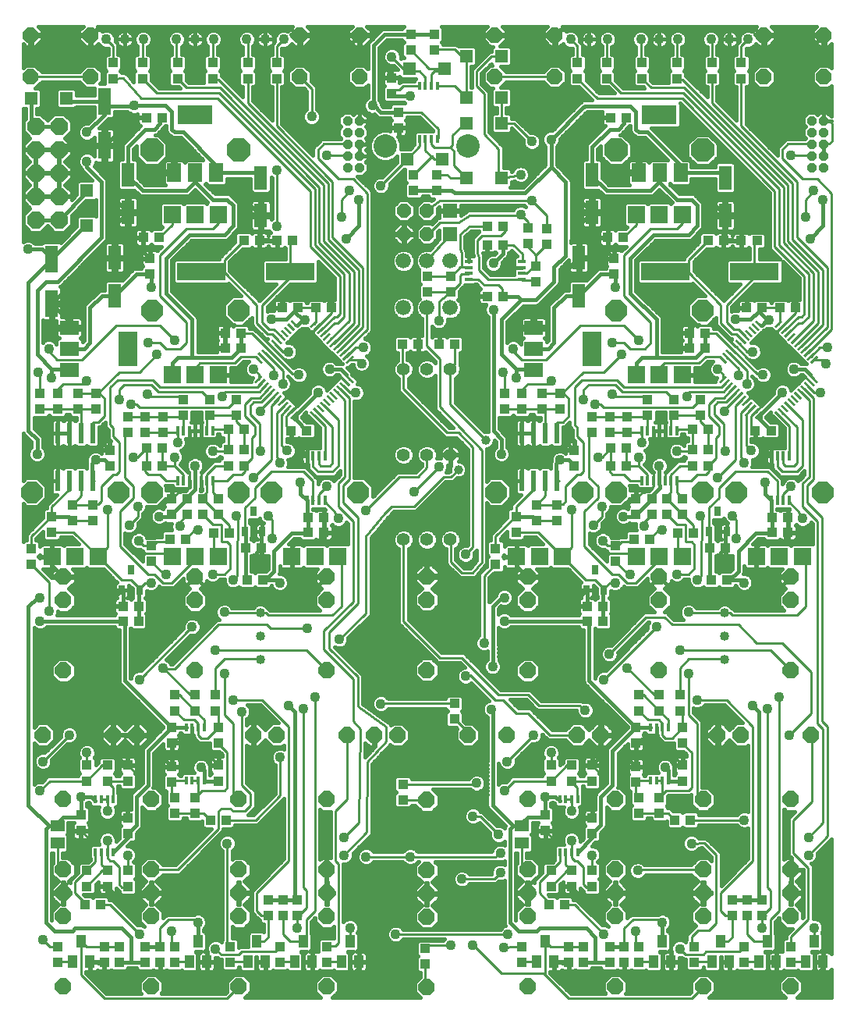
<source format=gtl>
G75*
%MOIN*%
%OFA0B0*%
%FSLAX25Y25*%
%IPPOS*%
%LPD*%
%AMOC8*
5,1,8,0,0,1.08239X$1,22.5*
%
%ADD10R,0.07400X0.07400*%
%ADD11OC8,0.09080*%
%ADD12OC8,0.10000*%
%ADD13OC8,0.06600*%
%ADD14R,0.01000X0.03937*%
%ADD15R,0.03937X0.01000*%
%ADD16R,0.21000X0.07600*%
%ADD17R,0.04331X0.03937*%
%ADD18OC8,0.04200*%
%ADD19R,0.01200X0.03900*%
%ADD20R,0.03937X0.04331*%
%ADD21R,0.02362X0.08661*%
%ADD22R,0.03937X0.05512*%
%ADD23R,0.02756X0.03937*%
%ADD24R,0.05512X0.10236*%
%ADD25R,0.07900X0.05900*%
%ADD26R,0.07900X0.15000*%
%ADD27R,0.05900X0.07900*%
%ADD28R,0.15000X0.07900*%
%ADD29C,0.04356*%
%ADD30R,0.01614X0.04016*%
%ADD31R,0.01378X0.03543*%
%ADD32C,0.04000*%
%ADD33R,0.05906X0.05118*%
%ADD34OC8,0.07000*%
%ADD35R,0.05512X0.11811*%
%ADD36R,0.05512X0.05512*%
%ADD37OC8,0.07400*%
%ADD38C,0.05600*%
%ADD39C,0.06600*%
%ADD40R,0.03543X0.01378*%
%ADD41R,0.05931X0.05931*%
%ADD42OC8,0.05931*%
%ADD43C,0.10000*%
%ADD44C,0.01000*%
%ADD45C,0.01600*%
%ADD46C,0.04362*%
%ADD47C,0.03969*%
D10*
X0017369Y0192991D03*
X0027212Y0192991D03*
X0037054Y0192991D03*
X0068619Y0192991D03*
X0078462Y0192991D03*
X0088304Y0192991D03*
X0119869Y0192991D03*
X0129712Y0192991D03*
X0139554Y0192991D03*
X0088304Y0270617D03*
X0078462Y0270617D03*
X0068619Y0270617D03*
X0068619Y0339054D03*
X0078462Y0339054D03*
X0088304Y0339054D03*
X0215794Y0192991D03*
X0225637Y0192991D03*
X0235479Y0192991D03*
X0267044Y0192991D03*
X0276887Y0192991D03*
X0286729Y0192991D03*
X0318294Y0192991D03*
X0328137Y0192991D03*
X0337979Y0192991D03*
X0286729Y0270617D03*
X0276887Y0270617D03*
X0267044Y0270617D03*
X0267044Y0339054D03*
X0276887Y0339054D03*
X0286729Y0339054D03*
D11*
X0295391Y0298176D03*
X0258383Y0298176D03*
X0258383Y0220550D03*
X0244141Y0220550D03*
X0207133Y0220550D03*
X0148216Y0220550D03*
X0111208Y0220550D03*
X0096966Y0220550D03*
X0059958Y0220550D03*
X0045716Y0220550D03*
X0008708Y0220550D03*
X0059958Y0298176D03*
X0096966Y0298176D03*
X0295391Y0220550D03*
X0309633Y0220550D03*
X0346641Y0220550D03*
D12*
X0295391Y0366613D03*
X0258383Y0366613D03*
X0096966Y0366613D03*
X0059958Y0366613D03*
D13*
X0033762Y0397900D03*
X0033762Y0415700D03*
X0008162Y0415700D03*
X0008162Y0397900D03*
X0123162Y0397900D03*
X0123162Y0415700D03*
X0148762Y0415700D03*
X0148762Y0397900D03*
X0206587Y0397900D03*
X0206587Y0415700D03*
X0232187Y0415700D03*
X0232187Y0397900D03*
X0321587Y0397900D03*
X0321587Y0415700D03*
X0347187Y0415700D03*
X0347187Y0397900D03*
D14*
G36*
X0317604Y0293500D02*
X0318311Y0294207D01*
X0321094Y0291424D01*
X0320387Y0290717D01*
X0317604Y0293500D01*
G37*
G36*
X0316212Y0292108D02*
X0316919Y0292815D01*
X0319702Y0290032D01*
X0318995Y0289325D01*
X0316212Y0292108D01*
G37*
G36*
X0314820Y0290716D02*
X0315527Y0291423D01*
X0318310Y0288640D01*
X0317603Y0287933D01*
X0314820Y0290716D01*
G37*
G36*
X0313428Y0289324D02*
X0314135Y0290031D01*
X0316918Y0287248D01*
X0316211Y0286541D01*
X0313428Y0289324D01*
G37*
G36*
X0312036Y0287932D02*
X0312743Y0288639D01*
X0315526Y0285856D01*
X0314819Y0285149D01*
X0312036Y0287932D01*
G37*
G36*
X0310644Y0286540D02*
X0311351Y0287247D01*
X0314134Y0284464D01*
X0313427Y0283757D01*
X0310644Y0286540D01*
G37*
G36*
X0309252Y0285149D02*
X0309959Y0285856D01*
X0312742Y0283073D01*
X0312035Y0282366D01*
X0309252Y0285149D01*
G37*
G36*
X0307860Y0283757D02*
X0308567Y0284464D01*
X0311350Y0281681D01*
X0310643Y0280974D01*
X0307860Y0283757D01*
G37*
G36*
X0306468Y0282365D02*
X0307175Y0283072D01*
X0309958Y0280289D01*
X0309251Y0279582D01*
X0306468Y0282365D01*
G37*
G36*
X0305076Y0280973D02*
X0305783Y0281680D01*
X0308566Y0278897D01*
X0307859Y0278190D01*
X0305076Y0280973D01*
G37*
G36*
X0303684Y0279581D02*
X0304391Y0280288D01*
X0307174Y0277505D01*
X0306467Y0276798D01*
X0303684Y0279581D01*
G37*
G36*
X0302292Y0278189D02*
X0302999Y0278896D01*
X0305782Y0276113D01*
X0305075Y0275406D01*
X0302292Y0278189D01*
G37*
G36*
X0325955Y0254526D02*
X0326662Y0255233D01*
X0329445Y0252450D01*
X0328738Y0251743D01*
X0325955Y0254526D01*
G37*
G36*
X0327347Y0255918D02*
X0328054Y0256625D01*
X0330837Y0253842D01*
X0330130Y0253135D01*
X0327347Y0255918D01*
G37*
G36*
X0328739Y0257310D02*
X0329446Y0258017D01*
X0332229Y0255234D01*
X0331522Y0254527D01*
X0328739Y0257310D01*
G37*
G36*
X0330131Y0258702D02*
X0330838Y0259409D01*
X0333621Y0256626D01*
X0332914Y0255919D01*
X0330131Y0258702D01*
G37*
G36*
X0331523Y0260094D02*
X0332230Y0260801D01*
X0335013Y0258018D01*
X0334306Y0257311D01*
X0331523Y0260094D01*
G37*
G36*
X0332915Y0261486D02*
X0333622Y0262193D01*
X0336405Y0259410D01*
X0335698Y0258703D01*
X0332915Y0261486D01*
G37*
G36*
X0334307Y0262877D02*
X0335014Y0263584D01*
X0337797Y0260801D01*
X0337090Y0260094D01*
X0334307Y0262877D01*
G37*
G36*
X0335699Y0264269D02*
X0336406Y0264976D01*
X0339189Y0262193D01*
X0338482Y0261486D01*
X0335699Y0264269D01*
G37*
G36*
X0337091Y0265661D02*
X0337798Y0266368D01*
X0340581Y0263585D01*
X0339874Y0262878D01*
X0337091Y0265661D01*
G37*
G36*
X0338483Y0267053D02*
X0339190Y0267760D01*
X0341973Y0264977D01*
X0341266Y0264270D01*
X0338483Y0267053D01*
G37*
G36*
X0339875Y0268445D02*
X0340582Y0269152D01*
X0343365Y0266369D01*
X0342658Y0265662D01*
X0339875Y0268445D01*
G37*
G36*
X0341267Y0269837D02*
X0341974Y0270544D01*
X0344757Y0267761D01*
X0344050Y0267054D01*
X0341267Y0269837D01*
G37*
G36*
X0142841Y0269837D02*
X0143548Y0270544D01*
X0146331Y0267761D01*
X0145624Y0267054D01*
X0142841Y0269837D01*
G37*
G36*
X0141449Y0268445D02*
X0142156Y0269152D01*
X0144939Y0266369D01*
X0144232Y0265662D01*
X0141449Y0268445D01*
G37*
G36*
X0140058Y0267053D02*
X0140765Y0267760D01*
X0143548Y0264977D01*
X0142841Y0264270D01*
X0140058Y0267053D01*
G37*
G36*
X0138666Y0265661D02*
X0139373Y0266368D01*
X0142156Y0263585D01*
X0141449Y0262878D01*
X0138666Y0265661D01*
G37*
G36*
X0137274Y0264269D02*
X0137981Y0264976D01*
X0140764Y0262193D01*
X0140057Y0261486D01*
X0137274Y0264269D01*
G37*
G36*
X0135882Y0262877D02*
X0136589Y0263584D01*
X0139372Y0260801D01*
X0138665Y0260094D01*
X0135882Y0262877D01*
G37*
G36*
X0134490Y0261486D02*
X0135197Y0262193D01*
X0137980Y0259410D01*
X0137273Y0258703D01*
X0134490Y0261486D01*
G37*
G36*
X0133098Y0260094D02*
X0133805Y0260801D01*
X0136588Y0258018D01*
X0135881Y0257311D01*
X0133098Y0260094D01*
G37*
G36*
X0131706Y0258702D02*
X0132413Y0259409D01*
X0135196Y0256626D01*
X0134489Y0255919D01*
X0131706Y0258702D01*
G37*
G36*
X0130314Y0257310D02*
X0131021Y0258017D01*
X0133804Y0255234D01*
X0133097Y0254527D01*
X0130314Y0257310D01*
G37*
G36*
X0128922Y0255918D02*
X0129629Y0256625D01*
X0132412Y0253842D01*
X0131705Y0253135D01*
X0128922Y0255918D01*
G37*
G36*
X0127530Y0254526D02*
X0128237Y0255233D01*
X0131020Y0252450D01*
X0130313Y0251743D01*
X0127530Y0254526D01*
G37*
G36*
X0103867Y0278189D02*
X0104574Y0278896D01*
X0107357Y0276113D01*
X0106650Y0275406D01*
X0103867Y0278189D01*
G37*
G36*
X0105259Y0279581D02*
X0105966Y0280288D01*
X0108749Y0277505D01*
X0108042Y0276798D01*
X0105259Y0279581D01*
G37*
G36*
X0106651Y0280973D02*
X0107358Y0281680D01*
X0110141Y0278897D01*
X0109434Y0278190D01*
X0106651Y0280973D01*
G37*
G36*
X0108043Y0282365D02*
X0108750Y0283072D01*
X0111533Y0280289D01*
X0110826Y0279582D01*
X0108043Y0282365D01*
G37*
G36*
X0109435Y0283757D02*
X0110142Y0284464D01*
X0112925Y0281681D01*
X0112218Y0280974D01*
X0109435Y0283757D01*
G37*
G36*
X0110827Y0285149D02*
X0111534Y0285856D01*
X0114317Y0283073D01*
X0113610Y0282366D01*
X0110827Y0285149D01*
G37*
G36*
X0112219Y0286540D02*
X0112926Y0287247D01*
X0115709Y0284464D01*
X0115002Y0283757D01*
X0112219Y0286540D01*
G37*
G36*
X0113611Y0287932D02*
X0114318Y0288639D01*
X0117101Y0285856D01*
X0116394Y0285149D01*
X0113611Y0287932D01*
G37*
G36*
X0115003Y0289324D02*
X0115710Y0290031D01*
X0118493Y0287248D01*
X0117786Y0286541D01*
X0115003Y0289324D01*
G37*
G36*
X0116395Y0290716D02*
X0117102Y0291423D01*
X0119885Y0288640D01*
X0119178Y0287933D01*
X0116395Y0290716D01*
G37*
G36*
X0117786Y0292108D02*
X0118493Y0292815D01*
X0121276Y0290032D01*
X0120569Y0289325D01*
X0117786Y0292108D01*
G37*
G36*
X0119178Y0293500D02*
X0119885Y0294207D01*
X0122668Y0291424D01*
X0121961Y0290717D01*
X0119178Y0293500D01*
G37*
D15*
G36*
X0127530Y0291424D02*
X0130313Y0294207D01*
X0131020Y0293500D01*
X0128237Y0290717D01*
X0127530Y0291424D01*
G37*
G36*
X0128922Y0290032D02*
X0131705Y0292815D01*
X0132412Y0292108D01*
X0129629Y0289325D01*
X0128922Y0290032D01*
G37*
G36*
X0130314Y0288640D02*
X0133097Y0291423D01*
X0133804Y0290716D01*
X0131021Y0287933D01*
X0130314Y0288640D01*
G37*
G36*
X0131706Y0287248D02*
X0134489Y0290031D01*
X0135196Y0289324D01*
X0132413Y0286541D01*
X0131706Y0287248D01*
G37*
G36*
X0133098Y0285856D02*
X0135881Y0288639D01*
X0136588Y0287932D01*
X0133805Y0285149D01*
X0133098Y0285856D01*
G37*
G36*
X0134490Y0284464D02*
X0137273Y0287247D01*
X0137980Y0286540D01*
X0135197Y0283757D01*
X0134490Y0284464D01*
G37*
G36*
X0135882Y0283073D02*
X0138665Y0285856D01*
X0139372Y0285149D01*
X0136589Y0282366D01*
X0135882Y0283073D01*
G37*
G36*
X0137274Y0281681D02*
X0140057Y0284464D01*
X0140764Y0283757D01*
X0137981Y0280974D01*
X0137274Y0281681D01*
G37*
G36*
X0138666Y0280289D02*
X0141449Y0283072D01*
X0142156Y0282365D01*
X0139373Y0279582D01*
X0138666Y0280289D01*
G37*
G36*
X0140058Y0278897D02*
X0142841Y0281680D01*
X0143548Y0280973D01*
X0140765Y0278190D01*
X0140058Y0278897D01*
G37*
G36*
X0141449Y0277505D02*
X0144232Y0280288D01*
X0144939Y0279581D01*
X0142156Y0276798D01*
X0141449Y0277505D01*
G37*
G36*
X0142841Y0276113D02*
X0145624Y0278896D01*
X0146331Y0278189D01*
X0143548Y0275406D01*
X0142841Y0276113D01*
G37*
G36*
X0119178Y0252450D02*
X0121961Y0255233D01*
X0122668Y0254526D01*
X0119885Y0251743D01*
X0119178Y0252450D01*
G37*
G36*
X0117786Y0253842D02*
X0120569Y0256625D01*
X0121276Y0255918D01*
X0118493Y0253135D01*
X0117786Y0253842D01*
G37*
G36*
X0116395Y0255234D02*
X0119178Y0258017D01*
X0119885Y0257310D01*
X0117102Y0254527D01*
X0116395Y0255234D01*
G37*
G36*
X0115003Y0256626D02*
X0117786Y0259409D01*
X0118493Y0258702D01*
X0115710Y0255919D01*
X0115003Y0256626D01*
G37*
G36*
X0113611Y0258018D02*
X0116394Y0260801D01*
X0117101Y0260094D01*
X0114318Y0257311D01*
X0113611Y0258018D01*
G37*
G36*
X0112219Y0259410D02*
X0115002Y0262193D01*
X0115709Y0261486D01*
X0112926Y0258703D01*
X0112219Y0259410D01*
G37*
G36*
X0110827Y0260801D02*
X0113610Y0263584D01*
X0114317Y0262877D01*
X0111534Y0260094D01*
X0110827Y0260801D01*
G37*
G36*
X0109435Y0262193D02*
X0112218Y0264976D01*
X0112925Y0264269D01*
X0110142Y0261486D01*
X0109435Y0262193D01*
G37*
G36*
X0108043Y0263585D02*
X0110826Y0266368D01*
X0111533Y0265661D01*
X0108750Y0262878D01*
X0108043Y0263585D01*
G37*
G36*
X0106651Y0264977D02*
X0109434Y0267760D01*
X0110141Y0267053D01*
X0107358Y0264270D01*
X0106651Y0264977D01*
G37*
G36*
X0105259Y0266369D02*
X0108042Y0269152D01*
X0108749Y0268445D01*
X0105966Y0265662D01*
X0105259Y0266369D01*
G37*
G36*
X0103867Y0267761D02*
X0106650Y0270544D01*
X0107357Y0269837D01*
X0104574Y0267054D01*
X0103867Y0267761D01*
G37*
G36*
X0302292Y0267761D02*
X0305075Y0270544D01*
X0305782Y0269837D01*
X0302999Y0267054D01*
X0302292Y0267761D01*
G37*
G36*
X0303684Y0266369D02*
X0306467Y0269152D01*
X0307174Y0268445D01*
X0304391Y0265662D01*
X0303684Y0266369D01*
G37*
G36*
X0305076Y0264977D02*
X0307859Y0267760D01*
X0308566Y0267053D01*
X0305783Y0264270D01*
X0305076Y0264977D01*
G37*
G36*
X0306468Y0263585D02*
X0309251Y0266368D01*
X0309958Y0265661D01*
X0307175Y0262878D01*
X0306468Y0263585D01*
G37*
G36*
X0307860Y0262193D02*
X0310643Y0264976D01*
X0311350Y0264269D01*
X0308567Y0261486D01*
X0307860Y0262193D01*
G37*
G36*
X0309252Y0260801D02*
X0312035Y0263584D01*
X0312742Y0262877D01*
X0309959Y0260094D01*
X0309252Y0260801D01*
G37*
G36*
X0310644Y0259410D02*
X0313427Y0262193D01*
X0314134Y0261486D01*
X0311351Y0258703D01*
X0310644Y0259410D01*
G37*
G36*
X0312036Y0258018D02*
X0314819Y0260801D01*
X0315526Y0260094D01*
X0312743Y0257311D01*
X0312036Y0258018D01*
G37*
G36*
X0313428Y0256626D02*
X0316211Y0259409D01*
X0316918Y0258702D01*
X0314135Y0255919D01*
X0313428Y0256626D01*
G37*
G36*
X0314820Y0255234D02*
X0317603Y0258017D01*
X0318310Y0257310D01*
X0315527Y0254527D01*
X0314820Y0255234D01*
G37*
G36*
X0316212Y0253842D02*
X0318995Y0256625D01*
X0319702Y0255918D01*
X0316919Y0253135D01*
X0316212Y0253842D01*
G37*
G36*
X0317604Y0252450D02*
X0320387Y0255233D01*
X0321094Y0254526D01*
X0318311Y0251743D01*
X0317604Y0252450D01*
G37*
G36*
X0339875Y0277505D02*
X0342658Y0280288D01*
X0343365Y0279581D01*
X0340582Y0276798D01*
X0339875Y0277505D01*
G37*
G36*
X0338483Y0278897D02*
X0341266Y0281680D01*
X0341973Y0280973D01*
X0339190Y0278190D01*
X0338483Y0278897D01*
G37*
G36*
X0337091Y0280289D02*
X0339874Y0283072D01*
X0340581Y0282365D01*
X0337798Y0279582D01*
X0337091Y0280289D01*
G37*
G36*
X0335699Y0281681D02*
X0338482Y0284464D01*
X0339189Y0283757D01*
X0336406Y0280974D01*
X0335699Y0281681D01*
G37*
G36*
X0334307Y0283073D02*
X0337090Y0285856D01*
X0337797Y0285149D01*
X0335014Y0282366D01*
X0334307Y0283073D01*
G37*
G36*
X0332915Y0284464D02*
X0335698Y0287247D01*
X0336405Y0286540D01*
X0333622Y0283757D01*
X0332915Y0284464D01*
G37*
G36*
X0331523Y0285856D02*
X0334306Y0288639D01*
X0335013Y0287932D01*
X0332230Y0285149D01*
X0331523Y0285856D01*
G37*
G36*
X0330131Y0287248D02*
X0332914Y0290031D01*
X0333621Y0289324D01*
X0330838Y0286541D01*
X0330131Y0287248D01*
G37*
G36*
X0328739Y0288640D02*
X0331522Y0291423D01*
X0332229Y0290716D01*
X0329446Y0287933D01*
X0328739Y0288640D01*
G37*
G36*
X0327347Y0290032D02*
X0330130Y0292815D01*
X0330837Y0292108D01*
X0328054Y0289325D01*
X0327347Y0290032D01*
G37*
G36*
X0325955Y0291424D02*
X0328738Y0294207D01*
X0329445Y0293500D01*
X0326662Y0290717D01*
X0325955Y0291424D01*
G37*
G36*
X0341267Y0276113D02*
X0344050Y0278896D01*
X0344757Y0278189D01*
X0341974Y0275406D01*
X0341267Y0276113D01*
G37*
D16*
X0317543Y0314710D03*
X0279543Y0314710D03*
X0119118Y0314710D03*
X0081118Y0314710D03*
D17*
X0019712Y0019704D03*
X0019712Y0026396D03*
X0039712Y0026396D03*
X0045962Y0026396D03*
X0045962Y0019704D03*
X0039712Y0019704D03*
X0057212Y0019704D03*
X0063462Y0019704D03*
X0069712Y0019704D03*
X0069712Y0026396D03*
X0063462Y0026396D03*
X0057212Y0026396D03*
X0040962Y0052204D03*
X0040962Y0058896D03*
X0032212Y0058896D03*
X0032212Y0052204D03*
X0032212Y0097204D03*
X0032212Y0103896D03*
X0040962Y0103896D03*
X0040962Y0097204D03*
X0069712Y0090146D03*
X0069712Y0083454D03*
X0088462Y0113454D03*
X0088462Y0120146D03*
X0087212Y0127204D03*
X0087212Y0133896D03*
X0078462Y0133896D03*
X0078462Y0127204D03*
X0069712Y0127204D03*
X0069712Y0133896D03*
X0054308Y0171800D03*
X0047615Y0171800D03*
X0059712Y0190954D03*
X0059712Y0197646D03*
X0075212Y0210954D03*
X0081712Y0210954D03*
X0081712Y0217646D03*
X0075212Y0217646D03*
X0064308Y0231800D03*
X0057615Y0231800D03*
X0057212Y0245954D03*
X0057212Y0252646D03*
X0049712Y0252646D03*
X0049712Y0245954D03*
X0028462Y0255954D03*
X0028462Y0262646D03*
X0019712Y0262646D03*
X0019712Y0255954D03*
X0012212Y0255954D03*
X0012212Y0262646D03*
X0025962Y0215146D03*
X0025962Y0208454D03*
X0017212Y0210146D03*
X0017212Y0203454D03*
X0008462Y0196396D03*
X0008462Y0189704D03*
X0073462Y0253454D03*
X0073462Y0260146D03*
X0084712Y0260146D03*
X0084712Y0253454D03*
X0092615Y0247425D03*
X0095962Y0253454D03*
X0099308Y0247425D03*
X0095962Y0260146D03*
X0098058Y0282051D03*
X0098058Y0288488D03*
X0091365Y0288488D03*
X0091365Y0282051D03*
X0115740Y0299300D03*
X0122433Y0299300D03*
X0130115Y0299300D03*
X0136808Y0299300D03*
X0120179Y0327981D03*
X0113486Y0327981D03*
X0105962Y0328060D03*
X0099269Y0328060D03*
X0064308Y0380550D03*
X0057615Y0380550D03*
X0055962Y0397204D03*
X0055962Y0403896D03*
X0043462Y0403896D03*
X0043462Y0397204D03*
X0070962Y0397204D03*
X0070962Y0403896D03*
X0085962Y0403896D03*
X0085962Y0397204D03*
X0100962Y0397204D03*
X0100962Y0403896D03*
X0113462Y0403896D03*
X0113462Y0397204D03*
X0170676Y0409438D03*
X0170676Y0416131D03*
X0180676Y0416131D03*
X0180676Y0409438D03*
X0181926Y0356131D03*
X0181926Y0349438D03*
X0171926Y0349438D03*
X0171926Y0356131D03*
X0203334Y0326209D03*
X0210027Y0326209D03*
X0220853Y0326603D03*
X0220853Y0333296D03*
X0228924Y0333099D03*
X0228924Y0326406D03*
X0224003Y0316957D03*
X0224003Y0310265D03*
X0210027Y0304162D03*
X0203334Y0304162D03*
X0187783Y0306131D03*
X0187783Y0312824D03*
X0210637Y0262646D03*
X0210637Y0255954D03*
X0218137Y0255954D03*
X0218137Y0262646D03*
X0226887Y0262646D03*
X0226887Y0255954D03*
X0248137Y0252646D03*
X0248137Y0245954D03*
X0255637Y0245954D03*
X0255637Y0252646D03*
X0271887Y0253454D03*
X0271887Y0260146D03*
X0283137Y0260146D03*
X0283137Y0253454D03*
X0291040Y0247425D03*
X0294387Y0253454D03*
X0297733Y0247425D03*
X0294387Y0260146D03*
X0296483Y0282051D03*
X0296483Y0288488D03*
X0289790Y0288488D03*
X0289790Y0282051D03*
X0314165Y0299300D03*
X0320858Y0299300D03*
X0328540Y0299300D03*
X0335233Y0299300D03*
X0318604Y0327981D03*
X0311912Y0327981D03*
X0304387Y0328060D03*
X0297694Y0328060D03*
X0262733Y0380550D03*
X0256040Y0380550D03*
X0254387Y0397204D03*
X0254387Y0403896D03*
X0241887Y0403896D03*
X0241887Y0397204D03*
X0269387Y0397204D03*
X0269387Y0403896D03*
X0284387Y0403896D03*
X0284387Y0397204D03*
X0299387Y0397204D03*
X0299387Y0403896D03*
X0311887Y0403896D03*
X0311887Y0397204D03*
X0317915Y0246800D03*
X0324608Y0246800D03*
X0297733Y0231800D03*
X0291040Y0231800D03*
X0286887Y0217646D03*
X0286887Y0210954D03*
X0280137Y0210954D03*
X0273637Y0210954D03*
X0273637Y0217646D03*
X0280137Y0217646D03*
X0262733Y0231800D03*
X0256040Y0231800D03*
X0258137Y0197646D03*
X0258137Y0190954D03*
X0252733Y0171800D03*
X0246040Y0171800D03*
X0224387Y0208454D03*
X0224387Y0215146D03*
X0215637Y0210146D03*
X0215637Y0203454D03*
X0206887Y0196396D03*
X0206887Y0189704D03*
X0189348Y0130284D03*
X0189348Y0123591D03*
X0167320Y0095875D03*
X0167320Y0089182D03*
X0122212Y0046396D03*
X0115962Y0046396D03*
X0115962Y0039704D03*
X0122212Y0039704D03*
X0109712Y0039704D03*
X0109712Y0046396D03*
X0114712Y0026396D03*
X0114712Y0019704D03*
X0134712Y0019704D03*
X0134712Y0026396D03*
X0093462Y0026396D03*
X0093462Y0019704D03*
X0176759Y0018926D03*
X0176759Y0025619D03*
X0218137Y0026396D03*
X0218137Y0019704D03*
X0238137Y0019704D03*
X0244387Y0019704D03*
X0244387Y0026396D03*
X0238137Y0026396D03*
X0255637Y0026396D03*
X0261887Y0026396D03*
X0268137Y0026396D03*
X0268137Y0019704D03*
X0261887Y0019704D03*
X0255637Y0019704D03*
X0239387Y0052204D03*
X0239387Y0058896D03*
X0230637Y0058896D03*
X0230637Y0052204D03*
X0230637Y0097204D03*
X0230637Y0103896D03*
X0239387Y0103896D03*
X0239387Y0097204D03*
X0268137Y0090146D03*
X0268137Y0083454D03*
X0286887Y0113454D03*
X0286887Y0120146D03*
X0285637Y0127204D03*
X0285637Y0133896D03*
X0276887Y0133896D03*
X0276887Y0127204D03*
X0268137Y0127204D03*
X0268137Y0133896D03*
X0298540Y0196800D03*
X0305233Y0196800D03*
X0325233Y0203355D03*
X0325233Y0209605D03*
X0331926Y0209605D03*
X0331926Y0203355D03*
X0320637Y0046396D03*
X0320637Y0039704D03*
X0314387Y0039704D03*
X0314387Y0046396D03*
X0308137Y0046396D03*
X0308137Y0039704D03*
X0313137Y0026396D03*
X0313137Y0019704D03*
X0291887Y0019704D03*
X0291887Y0026396D03*
X0333137Y0026396D03*
X0333137Y0019704D03*
X0133501Y0203355D03*
X0133501Y0209605D03*
X0126808Y0209605D03*
X0126808Y0203355D03*
X0106808Y0196800D03*
X0100115Y0196800D03*
X0088462Y0210954D03*
X0088462Y0217646D03*
X0092615Y0231800D03*
X0099308Y0231800D03*
X0119490Y0246800D03*
X0126183Y0246800D03*
D18*
X0143600Y0359088D03*
X0143600Y0364088D03*
X0148600Y0364088D03*
X0148600Y0359088D03*
X0148600Y0369088D03*
X0148600Y0374088D03*
X0148600Y0379088D03*
X0143600Y0379088D03*
X0143600Y0374088D03*
X0143600Y0369088D03*
X0342025Y0369088D03*
X0342025Y0374088D03*
X0342025Y0379088D03*
X0347025Y0379088D03*
X0347025Y0374088D03*
X0347025Y0369088D03*
X0347025Y0364088D03*
X0347025Y0359088D03*
X0342025Y0359088D03*
X0342025Y0364088D03*
D19*
X0284387Y0246880D03*
X0281887Y0246880D03*
X0279387Y0246880D03*
X0276887Y0246880D03*
X0274387Y0246880D03*
X0271887Y0246880D03*
X0269387Y0246880D03*
X0269387Y0225480D03*
X0271887Y0225480D03*
X0274387Y0225480D03*
X0276887Y0225480D03*
X0279387Y0225480D03*
X0281887Y0225480D03*
X0284387Y0225480D03*
X0085962Y0225480D03*
X0083462Y0225480D03*
X0080962Y0225480D03*
X0078462Y0225480D03*
X0075962Y0225480D03*
X0073462Y0225480D03*
X0070962Y0225480D03*
X0070962Y0246880D03*
X0073462Y0246880D03*
X0075962Y0246880D03*
X0078462Y0246880D03*
X0080962Y0246880D03*
X0083462Y0246880D03*
X0085962Y0246880D03*
D20*
X0092615Y0238670D03*
X0099308Y0238670D03*
X0068462Y0217646D03*
X0068462Y0210954D03*
X0067615Y0200550D03*
X0074308Y0200550D03*
X0086365Y0203050D03*
X0093058Y0203050D03*
X0100735Y0183050D03*
X0107428Y0183050D03*
X0064308Y0239300D03*
X0064712Y0245954D03*
X0057615Y0239300D03*
X0064712Y0252646D03*
X0042051Y0238533D03*
X0042051Y0231841D03*
X0034712Y0215146D03*
X0034712Y0208454D03*
X0047615Y0165550D03*
X0054308Y0165550D03*
X0068462Y0120146D03*
X0068462Y0113454D03*
X0068462Y0103276D03*
X0068462Y0096583D03*
X0078462Y0090146D03*
X0078462Y0083454D03*
X0085115Y0080550D03*
X0091808Y0080550D03*
X0088462Y0097204D03*
X0088462Y0103896D03*
X0049712Y0103896D03*
X0049712Y0097204D03*
X0049712Y0081396D03*
X0049712Y0074704D03*
X0049712Y0058896D03*
X0049712Y0052204D03*
X0038058Y0044300D03*
X0031365Y0044300D03*
X0029712Y0075954D03*
X0029712Y0082646D03*
X0035962Y0255954D03*
X0035962Y0262646D03*
X0059131Y0313660D03*
X0059131Y0320353D03*
X0056365Y0329300D03*
X0063058Y0329300D03*
X0165470Y0376150D03*
X0165470Y0382843D03*
X0162320Y0390747D03*
X0162320Y0397440D03*
X0203334Y0334083D03*
X0210027Y0334083D03*
X0177743Y0312824D03*
X0177743Y0306131D03*
X0173806Y0283690D03*
X0167113Y0283690D03*
X0182861Y0283690D03*
X0189554Y0283690D03*
X0234387Y0262646D03*
X0234387Y0255954D03*
X0240476Y0238533D03*
X0240476Y0231841D03*
X0233137Y0215146D03*
X0233137Y0208454D03*
X0256040Y0239300D03*
X0262733Y0239300D03*
X0263137Y0245954D03*
X0263137Y0252646D03*
X0291040Y0238670D03*
X0297733Y0238670D03*
X0266887Y0217646D03*
X0266887Y0210954D03*
X0266040Y0200550D03*
X0272733Y0200550D03*
X0284790Y0203050D03*
X0291483Y0203050D03*
X0299161Y0183050D03*
X0305853Y0183050D03*
X0252733Y0165550D03*
X0246040Y0165550D03*
X0266887Y0120146D03*
X0266887Y0113454D03*
X0266887Y0103276D03*
X0266887Y0096583D03*
X0276887Y0090146D03*
X0276887Y0083454D03*
X0283540Y0080550D03*
X0290233Y0080550D03*
X0286887Y0097204D03*
X0286887Y0103896D03*
X0248137Y0103896D03*
X0248137Y0097204D03*
X0248137Y0081396D03*
X0248137Y0074704D03*
X0248137Y0058896D03*
X0248137Y0052204D03*
X0236483Y0044300D03*
X0229790Y0044300D03*
X0228137Y0075954D03*
X0228137Y0082646D03*
X0257556Y0313660D03*
X0257556Y0320353D03*
X0254790Y0329300D03*
X0261483Y0329300D03*
D21*
X0233137Y0245786D03*
X0228137Y0245786D03*
X0223137Y0245786D03*
X0218137Y0245786D03*
X0218137Y0225314D03*
X0223137Y0225314D03*
X0228137Y0225314D03*
X0233137Y0225314D03*
X0034712Y0225314D03*
X0029712Y0225314D03*
X0024712Y0225314D03*
X0019712Y0225314D03*
X0019712Y0245786D03*
X0024712Y0245786D03*
X0029712Y0245786D03*
X0034712Y0245786D03*
D22*
X0029712Y0028631D03*
X0033452Y0019969D03*
X0025972Y0019969D03*
X0075972Y0019969D03*
X0083452Y0019969D03*
X0079712Y0028631D03*
X0100972Y0019969D03*
X0108452Y0019969D03*
X0104712Y0028631D03*
X0120972Y0019969D03*
X0128452Y0019969D03*
X0124712Y0028631D03*
X0140972Y0019969D03*
X0148452Y0019969D03*
X0144712Y0028631D03*
X0224397Y0019969D03*
X0231877Y0019969D03*
X0228137Y0028631D03*
X0274397Y0019969D03*
X0281877Y0019969D03*
X0278137Y0028631D03*
X0299397Y0019969D03*
X0306877Y0019969D03*
X0303137Y0028631D03*
X0319397Y0019969D03*
X0326877Y0019969D03*
X0323137Y0028631D03*
X0339397Y0019969D03*
X0346877Y0019969D03*
X0343137Y0028631D03*
D23*
X0253127Y0178719D03*
X0245647Y0178719D03*
X0249387Y0187381D03*
X0298147Y0203719D03*
X0305627Y0203719D03*
X0301887Y0212381D03*
X0107202Y0203719D03*
X0099722Y0203719D03*
X0103462Y0212381D03*
X0054702Y0178719D03*
X0047222Y0178719D03*
X0050962Y0187381D03*
D24*
X0044086Y0304479D03*
X0044086Y0320621D03*
X0049712Y0339979D03*
X0049712Y0356121D03*
X0106587Y0354871D03*
X0106587Y0338729D03*
X0242511Y0320621D03*
X0242511Y0304479D03*
X0248137Y0339979D03*
X0248137Y0356121D03*
X0305012Y0354871D03*
X0305012Y0338729D03*
D25*
X0223237Y0290700D03*
X0223237Y0281700D03*
X0223237Y0272700D03*
X0024812Y0272700D03*
X0024812Y0281700D03*
X0024812Y0290700D03*
D26*
X0049612Y0281800D03*
X0248037Y0281800D03*
D27*
X0267987Y0356900D03*
X0276987Y0356900D03*
X0285987Y0356900D03*
X0087562Y0356900D03*
X0078562Y0356900D03*
X0069562Y0356900D03*
D28*
X0078462Y0381700D03*
X0276887Y0381700D03*
D29*
X0276887Y0413936D03*
X0269013Y0413936D03*
X0254761Y0413936D03*
X0246887Y0413936D03*
X0239013Y0413936D03*
X0284761Y0413936D03*
X0299013Y0413936D03*
X0306887Y0413936D03*
X0314761Y0413936D03*
X0116336Y0413936D03*
X0108462Y0413936D03*
X0100588Y0413936D03*
X0086336Y0413936D03*
X0078462Y0413936D03*
X0070588Y0413936D03*
X0056336Y0413936D03*
X0048462Y0413936D03*
X0040588Y0413936D03*
D30*
X0126316Y0235929D03*
X0128875Y0235929D03*
X0131434Y0235929D03*
X0133993Y0235929D03*
X0133993Y0217031D03*
X0131434Y0217031D03*
X0128875Y0217031D03*
X0126316Y0217031D03*
X0324741Y0217031D03*
X0327300Y0217031D03*
X0329859Y0217031D03*
X0332418Y0217031D03*
X0332418Y0235929D03*
X0329859Y0235929D03*
X0327300Y0235929D03*
X0324741Y0235929D03*
D31*
X0280726Y0119989D03*
X0278166Y0119989D03*
X0275607Y0119989D03*
X0273048Y0119989D03*
X0273048Y0097351D03*
X0275607Y0097351D03*
X0278166Y0097351D03*
X0280726Y0097351D03*
X0241976Y0089369D03*
X0239416Y0089369D03*
X0236857Y0089369D03*
X0234298Y0089369D03*
X0234298Y0066731D03*
X0236857Y0066731D03*
X0239416Y0066731D03*
X0241976Y0066731D03*
X0082300Y0097351D03*
X0079741Y0097351D03*
X0077182Y0097351D03*
X0074623Y0097351D03*
X0074623Y0119989D03*
X0077182Y0119989D03*
X0079741Y0119989D03*
X0082300Y0119989D03*
X0043550Y0089369D03*
X0040991Y0089369D03*
X0038432Y0089369D03*
X0035873Y0089369D03*
X0035873Y0066731D03*
X0038432Y0066731D03*
X0040991Y0066731D03*
X0043550Y0066731D03*
X0174338Y0371465D03*
X0176897Y0371465D03*
X0179456Y0371465D03*
X0182015Y0371465D03*
X0182015Y0394103D03*
X0179456Y0394103D03*
X0176897Y0394103D03*
X0174338Y0394103D03*
D32*
X0106287Y0169113D03*
X0106287Y0159113D03*
X0106287Y0149113D03*
X0304712Y0149113D03*
X0304712Y0159113D03*
X0304712Y0169113D03*
D33*
X0218137Y0078040D03*
X0218137Y0070560D03*
X0019712Y0070560D03*
X0019712Y0078040D03*
D34*
X0022212Y0089300D03*
X0013451Y0116800D03*
X0022212Y0144300D03*
X0022212Y0174300D03*
X0022212Y0184300D03*
X0078462Y0184300D03*
X0078462Y0174300D03*
X0078462Y0144300D03*
X0103462Y0116800D03*
X0113462Y0116800D03*
X0097212Y0089300D03*
X0097212Y0059300D03*
X0097212Y0049300D03*
X0097212Y0049300D03*
X0097212Y0039300D03*
X0097212Y0009300D03*
X0059712Y0009300D03*
X0059712Y0039300D03*
X0059712Y0049300D03*
X0059712Y0049300D03*
X0059712Y0059300D03*
X0059712Y0089300D03*
X0053451Y0116800D03*
X0043451Y0116800D03*
X0022212Y0059300D03*
X0022212Y0049300D03*
X0022212Y0049300D03*
X0022212Y0039300D03*
X0022212Y0009300D03*
X0134712Y0009300D03*
X0134712Y0039300D03*
X0134712Y0049300D03*
X0134712Y0049300D03*
X0134712Y0059300D03*
X0134712Y0089300D03*
X0143462Y0116800D03*
X0155046Y0116761D03*
X0165046Y0116761D03*
X0177546Y0144536D03*
X0177546Y0174536D03*
X0177546Y0184536D03*
X0134712Y0184300D03*
X0134712Y0174300D03*
X0134712Y0144300D03*
X0177546Y0088985D03*
X0177546Y0058985D03*
X0177546Y0049103D03*
X0177546Y0048985D03*
X0177546Y0039103D03*
X0177546Y0009103D03*
X0220637Y0009300D03*
X0220637Y0039300D03*
X0220637Y0049300D03*
X0220637Y0049300D03*
X0220637Y0059300D03*
X0220637Y0089300D03*
X0211876Y0116800D03*
X0195046Y0116761D03*
X0220637Y0144300D03*
X0220637Y0174300D03*
X0220637Y0184300D03*
X0276887Y0184300D03*
X0276887Y0174300D03*
X0276887Y0144300D03*
X0301887Y0116800D03*
X0311887Y0116800D03*
X0295637Y0089300D03*
X0295637Y0059300D03*
X0295637Y0049300D03*
X0295637Y0049300D03*
X0295637Y0039300D03*
X0295637Y0009300D03*
X0333137Y0009300D03*
X0333137Y0039300D03*
X0333137Y0049300D03*
X0333137Y0049300D03*
X0333137Y0059300D03*
X0333137Y0089300D03*
X0341887Y0116800D03*
X0333137Y0144300D03*
X0333137Y0174300D03*
X0333137Y0184300D03*
X0258137Y0089300D03*
X0251876Y0116800D03*
X0241876Y0116800D03*
X0258137Y0059300D03*
X0258137Y0049300D03*
X0258137Y0049300D03*
X0258137Y0039300D03*
X0258137Y0009300D03*
D35*
X0017212Y0301101D03*
X0017212Y0319999D03*
X0039712Y0368601D03*
X0039712Y0387499D03*
D36*
X0023442Y0388675D03*
X0008481Y0388675D03*
X0032212Y0349280D03*
X0032212Y0334320D03*
X0169146Y0362784D03*
X0184107Y0362784D03*
X0194446Y0354585D03*
X0209407Y0354585D03*
X0209407Y0378109D03*
X0209407Y0389034D03*
X0194446Y0389034D03*
X0194446Y0378109D03*
X0185031Y0401534D03*
X0194446Y0406652D03*
X0209407Y0406652D03*
X0170071Y0401534D03*
D37*
X0020337Y0376800D03*
X0020337Y0366800D03*
X0020337Y0356800D03*
X0020337Y0346800D03*
X0020337Y0336800D03*
X0010337Y0336800D03*
X0010337Y0346800D03*
X0010337Y0356800D03*
X0010337Y0366800D03*
X0010337Y0376800D03*
D38*
X0167546Y0273060D03*
X0177546Y0273060D03*
X0187546Y0273060D03*
X0187546Y0236446D03*
X0177546Y0236446D03*
X0167546Y0236446D03*
X0167546Y0200225D03*
X0177546Y0200225D03*
X0187546Y0200225D03*
D39*
X0187546Y0299280D03*
X0177546Y0299280D03*
X0167546Y0299280D03*
X0167546Y0319280D03*
X0177546Y0319280D03*
X0187546Y0319280D03*
D40*
X0195361Y0319024D03*
X0195361Y0316465D03*
X0195361Y0313906D03*
X0195361Y0311347D03*
X0217999Y0311347D03*
X0217999Y0313906D03*
X0217999Y0316465D03*
X0217999Y0319024D03*
D41*
X0187389Y0330776D03*
X0187389Y0340776D03*
D42*
X0177546Y0340776D03*
X0167704Y0340776D03*
X0167704Y0330776D03*
X0177546Y0330776D03*
D43*
X0159830Y0368335D03*
X0195263Y0368335D03*
D44*
X0188964Y0366367D02*
X0188964Y0360068D01*
X0194446Y0354585D01*
X0187753Y0354585D01*
X0186208Y0356131D01*
X0181926Y0356131D01*
X0182773Y0355284D01*
X0181926Y0349438D02*
X0171926Y0349438D01*
X0171080Y0349438D01*
X0171926Y0356131D02*
X0179830Y0364034D01*
X0180676Y0362784D01*
X0176926Y0366534D01*
X0176926Y0371436D01*
X0176897Y0371465D01*
X0179456Y0371465D02*
X0179456Y0369005D01*
X0180676Y0367784D01*
X0187546Y0367784D01*
X0188570Y0368808D01*
X0188570Y0373060D01*
X0193619Y0378109D01*
X0194446Y0378109D01*
X0201956Y0373454D02*
X0208255Y0367154D01*
X0208255Y0355737D01*
X0209407Y0354585D01*
X0209859Y0354585D01*
X0217704Y0356131D01*
X0222428Y0345107D02*
X0228924Y0338611D01*
X0228924Y0333099D01*
X0228924Y0326406D02*
X0228727Y0326406D01*
X0224200Y0321879D01*
X0224200Y0318729D01*
X0224003Y0316957D01*
X0224003Y0317745D01*
X0220263Y0314005D01*
X0218098Y0314005D01*
X0217999Y0313906D01*
X0217999Y0311347D02*
X0203826Y0311347D01*
X0199790Y0315383D01*
X0199790Y0320698D01*
X0199200Y0322863D01*
X0199200Y0328178D01*
X0200972Y0329950D01*
X0209239Y0329950D01*
X0211011Y0331918D01*
X0211011Y0333099D01*
X0210027Y0334083D01*
X0203334Y0334083D02*
X0195657Y0334083D01*
X0191720Y0330737D01*
X0191720Y0324438D01*
X0192310Y0322666D01*
X0192310Y0316957D01*
X0191916Y0316564D01*
X0195460Y0316564D01*
X0195361Y0316465D01*
X0195361Y0313906D02*
X0195263Y0313808D01*
X0192507Y0313808D01*
X0191720Y0313020D01*
X0191720Y0309674D01*
X0188176Y0306131D01*
X0187783Y0306131D01*
X0182664Y0301997D01*
X0182664Y0293729D01*
X0177546Y0299280D02*
X0177546Y0282902D01*
X0183058Y0277391D01*
X0183058Y0256918D01*
X0200972Y0238414D01*
X0200972Y0190776D01*
X0197231Y0186052D01*
X0192507Y0186052D01*
X0187783Y0190776D01*
X0187783Y0199989D01*
X0187546Y0200225D01*
X0194082Y0193926D02*
X0197231Y0197076D01*
X0197231Y0239595D01*
X0190932Y0245894D01*
X0186208Y0245894D01*
X0167546Y0264556D01*
X0167546Y0273060D01*
X0167113Y0273493D01*
X0167113Y0283690D01*
X0152087Y0290175D02*
X0152087Y0348175D01*
X0145962Y0354300D01*
X0139712Y0354300D01*
X0130962Y0363050D01*
X0130962Y0366800D01*
X0133462Y0369300D01*
X0143388Y0369300D01*
X0143600Y0369088D01*
X0143388Y0364300D02*
X0134712Y0364300D01*
X0143388Y0364300D02*
X0143600Y0364088D01*
X0148600Y0369088D02*
X0148811Y0369300D01*
X0150962Y0369300D01*
X0152212Y0370550D01*
X0152212Y0376603D01*
X0152665Y0376150D01*
X0165470Y0376150D01*
X0165470Y0382843D02*
X0175244Y0382843D01*
X0182271Y0375816D01*
X0182271Y0371721D01*
X0182015Y0371465D01*
X0181926Y0371554D01*
X0187546Y0367784D02*
X0188964Y0366367D01*
X0184107Y0362784D02*
X0180676Y0362784D01*
X0174338Y0368301D02*
X0174338Y0371465D01*
X0174338Y0368301D02*
X0169146Y0362784D01*
X0157861Y0351500D01*
X0157861Y0351406D01*
X0144462Y0349300D02*
X0144462Y0349050D01*
X0140962Y0345550D01*
X0140962Y0338050D01*
X0137212Y0329300D02*
X0137212Y0353175D01*
X0113462Y0376925D01*
X0113462Y0397204D01*
X0114308Y0398050D01*
X0113462Y0397204D02*
X0113865Y0396800D01*
X0113462Y0403896D02*
X0113462Y0411062D01*
X0116336Y0413936D01*
X0100962Y0413562D02*
X0100962Y0403896D01*
X0100962Y0397204D02*
X0100962Y0386800D01*
X0135337Y0352425D01*
X0135337Y0328425D01*
X0148337Y0315425D01*
X0148337Y0292050D01*
X0139019Y0282732D01*
X0139019Y0282719D01*
X0137647Y0284111D02*
X0146337Y0292800D01*
X0146337Y0314800D01*
X0133462Y0327675D01*
X0133462Y0351675D01*
X0088337Y0396800D01*
X0086365Y0396800D01*
X0085962Y0397204D01*
X0089087Y0393300D02*
X0131587Y0350800D01*
X0131587Y0326925D01*
X0144337Y0314175D01*
X0144337Y0293675D01*
X0136235Y0285573D01*
X0136235Y0285502D01*
X0137627Y0284111D02*
X0137647Y0284111D01*
X0140411Y0281327D02*
X0140488Y0281327D01*
X0150212Y0291050D01*
X0150212Y0316300D01*
X0137212Y0329300D01*
X0129712Y0326175D02*
X0129712Y0350050D01*
X0088712Y0391050D01*
X0062115Y0391050D01*
X0055962Y0397204D01*
X0055962Y0403896D02*
X0055962Y0413562D01*
X0056336Y0413936D01*
X0043462Y0411062D02*
X0043462Y0403896D01*
X0043462Y0411062D02*
X0040588Y0413936D01*
X0043462Y0397204D02*
X0047928Y0397461D01*
X0055491Y0388800D01*
X0055893Y0388808D01*
X0088212Y0388800D01*
X0127837Y0349175D01*
X0127837Y0325300D01*
X0140337Y0312800D01*
X0140337Y0296675D01*
X0139212Y0295550D01*
X0137962Y0295550D01*
X0132090Y0289678D01*
X0132059Y0289678D01*
X0130667Y0291005D02*
X0126212Y0286550D01*
X0126212Y0275050D01*
X0118837Y0275050D01*
X0115723Y0278163D01*
X0115723Y0278175D01*
X0111180Y0282719D01*
X0111168Y0282719D01*
X0102087Y0291800D01*
X0093462Y0291800D01*
X0091365Y0289704D01*
X0091365Y0288488D01*
X0091365Y0282051D01*
X0086961Y0282051D01*
X0085962Y0283050D01*
X0080587Y0275675D02*
X0095462Y0275675D01*
X0098212Y0278425D01*
X0104338Y0278425D01*
X0105612Y0277151D01*
X0104713Y0278050D01*
X0106969Y0278543D02*
X0107004Y0278543D01*
X0112212Y0273335D01*
X0112212Y0270550D01*
X0115962Y0272369D02*
X0115962Y0266800D01*
X0118100Y0261800D02*
X0115356Y0259056D01*
X0113964Y0260448D02*
X0110962Y0257446D01*
X0110962Y0234300D01*
X0103462Y0226800D01*
X0099712Y0229300D02*
X0099712Y0231396D01*
X0099308Y0231800D01*
X0102712Y0235204D01*
X0102712Y0243675D01*
X0104087Y0245050D01*
X0104087Y0248800D01*
X0099837Y0253050D01*
X0099837Y0258175D01*
X0102462Y0260800D01*
X0105965Y0260800D01*
X0109788Y0264623D01*
X0109785Y0264623D01*
X0111143Y0263231D02*
X0111180Y0263231D01*
X0106873Y0258925D01*
X0103462Y0258925D01*
X0101962Y0257425D01*
X0101962Y0253800D01*
X0105962Y0249800D01*
X0105962Y0239300D01*
X0106587Y0238675D01*
X0106587Y0238050D01*
X0099308Y0238670D02*
X0099308Y0247425D01*
X0095962Y0250771D01*
X0095962Y0253454D01*
X0084712Y0253454D01*
X0083462Y0252204D01*
X0083462Y0246880D01*
X0085962Y0246880D02*
X0086507Y0247425D01*
X0092615Y0247425D01*
X0092615Y0238670D01*
X0091995Y0238050D01*
X0085962Y0238050D01*
X0082212Y0234300D02*
X0080962Y0235550D01*
X0075962Y0235550D01*
X0075962Y0246880D01*
X0078462Y0246880D01*
X0080962Y0246880D01*
X0073462Y0246880D02*
X0073462Y0253454D01*
X0072655Y0253454D01*
X0071848Y0252646D01*
X0064712Y0252646D01*
X0057212Y0252646D01*
X0049712Y0252646D01*
X0050962Y0258050D02*
X0053462Y0258050D01*
X0054712Y0256800D01*
X0092615Y0256800D01*
X0095962Y0260146D01*
X0091462Y0263550D02*
X0090212Y0262300D01*
X0090212Y0261550D01*
X0091462Y0263550D02*
X0105931Y0263550D01*
X0108396Y0266015D01*
X0108396Y0265984D01*
X0107004Y0267407D02*
X0105147Y0265550D01*
X0063462Y0265550D01*
X0060462Y0268550D01*
X0045337Y0268550D01*
X0042212Y0265425D01*
X0042212Y0249300D01*
X0043462Y0248050D01*
X0043462Y0244300D01*
X0045962Y0241800D01*
X0045962Y0229300D01*
X0044712Y0228050D01*
X0043462Y0228050D01*
X0038462Y0223050D01*
X0038462Y0216800D01*
X0037212Y0215550D01*
X0035115Y0215550D01*
X0034712Y0215146D01*
X0025962Y0215146D01*
X0029712Y0218896D01*
X0029712Y0225314D01*
X0034712Y0225314D02*
X0035524Y0225314D01*
X0024712Y0225314D02*
X0024712Y0222646D01*
X0024712Y0221800D02*
X0017212Y0214300D01*
X0017212Y0210146D01*
X0016933Y0210146D02*
X0008462Y0201675D01*
X0008462Y0196396D01*
X0008462Y0189704D02*
X0015962Y0182204D01*
X0015962Y0169675D01*
X0037054Y0192991D02*
X0026592Y0203454D01*
X0017212Y0203454D01*
X0025962Y0208454D02*
X0034712Y0208454D01*
X0040962Y0213050D02*
X0040962Y0196898D01*
X0037054Y0192991D01*
X0046995Y0183050D01*
X0050962Y0183050D01*
X0054702Y0179310D01*
X0054702Y0178719D01*
X0054702Y0179290D02*
X0057212Y0181800D01*
X0059712Y0181800D01*
X0060962Y0185550D02*
X0058462Y0185550D01*
X0046462Y0197550D01*
X0046462Y0212300D01*
X0052212Y0218050D01*
X0052212Y0223050D01*
X0048462Y0226800D01*
X0048462Y0244704D01*
X0049712Y0245954D01*
X0057212Y0245954D02*
X0064712Y0245954D01*
X0070035Y0245954D01*
X0070962Y0246880D01*
X0070962Y0241800D01*
X0069712Y0235550D02*
X0069712Y0231800D01*
X0073462Y0228050D01*
X0073462Y0225480D01*
X0075962Y0225480D02*
X0075962Y0223050D01*
X0074712Y0221800D01*
X0072615Y0221800D01*
X0068462Y0217646D01*
X0067433Y0217646D01*
X0063712Y0213925D01*
X0060837Y0213925D01*
X0055962Y0209050D01*
X0055962Y0206550D01*
X0050712Y0201300D01*
X0050712Y0198050D01*
X0054462Y0194300D01*
X0067310Y0194300D01*
X0068619Y0192991D01*
X0066365Y0199300D02*
X0062212Y0199300D01*
X0060558Y0197646D01*
X0059712Y0197646D01*
X0056490Y0197646D01*
X0054337Y0199800D01*
X0050337Y0206550D02*
X0053962Y0210175D01*
X0053962Y0214425D01*
X0058462Y0228050D02*
X0057212Y0229300D01*
X0057212Y0231396D01*
X0057615Y0231800D01*
X0057615Y0239300D01*
X0053865Y0235550D01*
X0052212Y0235550D01*
X0057212Y0239704D02*
X0057615Y0239300D01*
X0064308Y0239300D02*
X0064308Y0231800D01*
X0069712Y0231800D01*
X0074712Y0230550D02*
X0074712Y0234300D01*
X0075962Y0235550D01*
X0074712Y0230550D02*
X0075962Y0229300D01*
X0075962Y0225480D01*
X0080962Y0225480D02*
X0080962Y0229300D01*
X0082212Y0230550D01*
X0082212Y0234300D01*
X0087212Y0231800D02*
X0083462Y0228050D01*
X0083462Y0225480D01*
X0083462Y0220550D01*
X0081712Y0218800D01*
X0081712Y0217646D01*
X0081769Y0217646D01*
X0088462Y0210954D01*
X0093058Y0206357D01*
X0093058Y0203050D01*
X0092212Y0199300D02*
X0089712Y0199300D01*
X0089712Y0206800D01*
X0085962Y0206800D01*
X0083058Y0209704D01*
X0081712Y0209704D01*
X0081712Y0210954D01*
X0079712Y0204300D02*
X0078058Y0204300D01*
X0074308Y0200550D01*
X0071962Y0205925D02*
X0071962Y0207704D01*
X0075212Y0210954D01*
X0068462Y0210954D02*
X0068058Y0210550D01*
X0067615Y0200550D02*
X0066365Y0199300D01*
X0059712Y0190954D02*
X0065115Y0185550D01*
X0065962Y0185550D01*
X0064712Y0181800D02*
X0060962Y0185550D01*
X0064712Y0181800D02*
X0068462Y0181800D01*
X0078462Y0191800D01*
X0078462Y0192991D01*
X0086365Y0194930D02*
X0086365Y0203050D01*
X0092212Y0199300D02*
X0093462Y0198050D01*
X0093462Y0188050D01*
X0090962Y0185550D01*
X0085962Y0185550D01*
X0088304Y0192991D02*
X0086365Y0194930D01*
X0096462Y0199800D02*
X0096462Y0184800D01*
X0094712Y0183050D01*
X0090962Y0169300D02*
X0091149Y0169113D01*
X0106287Y0169113D01*
X0108649Y0169113D01*
X0109712Y0168050D01*
X0137212Y0168050D01*
X0140962Y0171800D01*
X0140962Y0191583D01*
X0139554Y0192991D01*
X0133501Y0203355D02*
X0133501Y0209605D01*
X0138462Y0210550D02*
X0138462Y0211800D01*
X0133993Y0216269D01*
X0133993Y0217031D01*
X0131462Y0217059D02*
X0131434Y0217031D01*
X0131434Y0219772D01*
X0134712Y0223050D01*
X0139712Y0224300D02*
X0139712Y0214300D01*
X0145962Y0208050D01*
X0146050Y0173847D01*
X0133452Y0161249D01*
X0133452Y0153375D01*
X0145962Y0140865D01*
X0145962Y0122587D01*
X0149249Y0119300D01*
X0148462Y0079300D01*
X0142212Y0073050D01*
X0142212Y0065550D02*
X0151912Y0075250D01*
X0151956Y0105343D01*
X0160179Y0113960D01*
X0160179Y0120300D01*
X0147962Y0128974D01*
X0147962Y0141621D01*
X0135814Y0153769D01*
X0135814Y0160855D01*
X0148019Y0173060D01*
X0147962Y0209800D01*
X0141837Y0215925D01*
X0141837Y0223425D01*
X0144462Y0226050D01*
X0144462Y0260572D01*
X0140411Y0264623D01*
X0141803Y0265959D02*
X0144712Y0263050D01*
X0147212Y0263050D01*
X0142587Y0259675D02*
X0142587Y0227175D01*
X0139712Y0224300D01*
X0137212Y0229300D02*
X0130962Y0229300D01*
X0128875Y0231387D01*
X0128875Y0235929D01*
X0131434Y0235929D02*
X0131434Y0232578D01*
X0132212Y0231800D01*
X0135962Y0231800D01*
X0137212Y0233050D01*
X0137212Y0248335D01*
X0130667Y0254880D01*
X0129275Y0253488D02*
X0133993Y0248770D01*
X0133993Y0235929D01*
X0139712Y0231800D02*
X0139712Y0251403D01*
X0133451Y0257664D01*
X0139019Y0263231D02*
X0139030Y0263231D01*
X0142587Y0259675D01*
X0141803Y0265959D02*
X0141803Y0266015D01*
X0143194Y0267407D02*
X0141052Y0269550D01*
X0131712Y0269550D01*
X0126212Y0275050D01*
X0122837Y0270903D02*
X0122837Y0270675D01*
X0122837Y0270903D02*
X0120212Y0270903D01*
X0109788Y0281327D01*
X0109788Y0281349D01*
X0102712Y0288425D01*
X0098121Y0288425D01*
X0098058Y0288488D01*
X0104712Y0292800D02*
X0104712Y0300550D01*
X0090962Y0314300D01*
X0090962Y0319753D01*
X0099269Y0328060D01*
X0105962Y0328060D02*
X0106587Y0328685D01*
X0105962Y0328060D02*
X0106040Y0327981D01*
X0113462Y0327956D02*
X0113486Y0327981D01*
X0113373Y0334083D02*
X0113373Y0358099D01*
X0128334Y0380934D02*
X0128334Y0392728D01*
X0123162Y0397900D01*
X0100962Y0413562D02*
X0100588Y0413936D01*
X0086336Y0413936D02*
X0085962Y0413562D01*
X0085962Y0403896D01*
X0089087Y0393300D02*
X0074865Y0393300D01*
X0070962Y0397204D01*
X0070962Y0403896D02*
X0070588Y0404270D01*
X0070588Y0413936D01*
X0043865Y0396800D02*
X0043462Y0397204D01*
X0033762Y0397900D02*
X0008162Y0397900D01*
X0068619Y0334861D02*
X0063058Y0329300D01*
X0063462Y0321800D02*
X0063462Y0304300D01*
X0074712Y0293050D01*
X0074712Y0284300D01*
X0072212Y0281800D01*
X0065962Y0281800D01*
X0063462Y0284300D01*
X0058462Y0284300D01*
X0063462Y0291800D02*
X0044712Y0291800D01*
X0030087Y0277175D01*
X0019587Y0277175D01*
X0015962Y0280800D01*
X0015962Y0281800D01*
X0011587Y0271800D02*
X0012212Y0271175D01*
X0012212Y0262646D01*
X0012212Y0255954D02*
X0019712Y0255954D01*
X0028462Y0255954D01*
X0035962Y0255954D01*
X0039712Y0253050D02*
X0037212Y0250550D01*
X0034712Y0250550D01*
X0034712Y0245786D01*
X0029712Y0245786D02*
X0029712Y0254704D01*
X0028462Y0255954D01*
X0028462Y0262646D02*
X0035962Y0262646D01*
X0036808Y0262646D01*
X0045962Y0271800D01*
X0054712Y0271800D01*
X0062212Y0279300D01*
X0069712Y0285550D02*
X0063462Y0291800D01*
X0080587Y0275675D02*
X0078462Y0273550D01*
X0078462Y0270617D01*
X0081308Y0263550D02*
X0062712Y0263550D01*
X0059712Y0266550D01*
X0048212Y0266550D01*
X0045962Y0264300D01*
X0045962Y0259925D01*
X0039712Y0260550D02*
X0037615Y0262646D01*
X0035962Y0262646D01*
X0030962Y0266800D02*
X0022212Y0266800D01*
X0019712Y0264300D01*
X0019712Y0262646D01*
X0019712Y0263050D01*
X0030962Y0266800D02*
X0032212Y0268050D01*
X0039712Y0260550D02*
X0039712Y0253050D01*
X0042051Y0238533D02*
X0026728Y0238533D01*
X0024712Y0240550D01*
X0024712Y0245786D01*
X0019712Y0245786D01*
X0019712Y0225314D01*
X0058462Y0228050D02*
X0063462Y0228050D01*
X0066032Y0225480D01*
X0070962Y0225480D01*
X0075155Y0217646D02*
X0075212Y0217646D01*
X0085962Y0220550D02*
X0088462Y0218050D01*
X0088462Y0217646D01*
X0085962Y0220550D02*
X0085962Y0225480D01*
X0092142Y0225480D01*
X0094712Y0228050D01*
X0098462Y0228050D01*
X0099712Y0229300D01*
X0099712Y0231800D02*
X0099308Y0231800D01*
X0092615Y0231800D02*
X0087212Y0231800D01*
X0103962Y0222300D02*
X0103962Y0218175D01*
X0099722Y0213935D01*
X0099722Y0203719D01*
X0096837Y0200175D02*
X0096462Y0199800D01*
X0096837Y0200175D02*
X0096837Y0209675D01*
X0095962Y0210550D01*
X0103962Y0222300D02*
X0110962Y0229300D01*
X0124837Y0229300D01*
X0128875Y0225262D01*
X0128875Y0217031D01*
X0128962Y0217118D01*
X0126316Y0217031D02*
X0125962Y0217386D01*
X0114712Y0233050D02*
X0114712Y0234300D01*
X0113462Y0235550D01*
X0113462Y0254300D01*
X0116748Y0257586D01*
X0116748Y0257664D01*
X0118140Y0256272D02*
X0118140Y0256228D01*
X0115462Y0253550D01*
X0115587Y0253425D01*
X0115587Y0240550D01*
X0117837Y0238300D01*
X0119490Y0246800D02*
X0117587Y0248704D01*
X0117587Y0252925D01*
X0119531Y0254870D01*
X0119531Y0254880D01*
X0119541Y0254880D01*
X0122462Y0257800D01*
X0122462Y0260300D01*
X0131712Y0269550D01*
X0135962Y0273050D02*
X0135962Y0273050D01*
X0143087Y0270800D02*
X0143087Y0270675D01*
X0143087Y0270299D01*
X0144586Y0268799D01*
X0149712Y0275550D02*
X0148111Y0277151D01*
X0144586Y0277151D01*
X0143204Y0278543D02*
X0146962Y0282300D01*
X0150462Y0282300D01*
X0152087Y0290175D02*
X0141846Y0279935D01*
X0141803Y0279935D01*
X0143194Y0278543D02*
X0143204Y0278543D01*
X0133451Y0288286D02*
X0133451Y0288289D01*
X0137962Y0292800D01*
X0139462Y0292800D01*
X0142212Y0295550D01*
X0142212Y0313675D01*
X0129712Y0326175D01*
X0120179Y0327981D02*
X0119118Y0326920D01*
X0119118Y0314710D01*
X0119529Y0314300D01*
X0120962Y0314300D01*
X0107212Y0300550D01*
X0107212Y0293050D01*
X0110212Y0290050D01*
X0112212Y0290050D01*
X0115356Y0286906D01*
X0115356Y0286894D01*
X0113964Y0285502D02*
X0111416Y0288050D01*
X0109462Y0288050D01*
X0104712Y0292800D01*
X0112572Y0284111D02*
X0116132Y0280550D01*
X0118462Y0280550D01*
X0115962Y0272369D02*
X0108396Y0279935D01*
X0103462Y0273050D02*
X0105612Y0270900D01*
X0105612Y0268799D01*
X0112501Y0261839D02*
X0106337Y0255675D01*
X0106337Y0255050D01*
X0112501Y0261839D02*
X0112572Y0261839D01*
X0118100Y0261800D02*
X0120962Y0261800D01*
X0122462Y0260300D01*
X0120923Y0253488D02*
X0120923Y0252060D01*
X0139712Y0231800D02*
X0137212Y0229300D01*
X0151562Y0212824D02*
X0165735Y0226997D01*
X0173609Y0226997D01*
X0177546Y0230934D01*
X0177546Y0236446D01*
X0182664Y0231328D02*
X0172035Y0220698D01*
X0172035Y0214398D02*
X0162586Y0214398D01*
X0159436Y0211249D01*
X0151562Y0201800D01*
X0151562Y0168729D01*
X0140145Y0157706D01*
X0134712Y0144300D02*
X0125962Y0153050D01*
X0087212Y0153050D01*
X0090962Y0149300D02*
X0087212Y0145550D01*
X0087212Y0133896D01*
X0087212Y0127204D02*
X0088462Y0125954D01*
X0088462Y0120146D01*
X0083865Y0115550D01*
X0080962Y0115550D01*
X0079741Y0116770D01*
X0079741Y0119989D01*
X0079741Y0121770D01*
X0078212Y0123300D01*
X0073615Y0123300D01*
X0069712Y0127204D01*
X0068462Y0120146D02*
X0068619Y0119989D01*
X0070962Y0115550D02*
X0068865Y0113454D01*
X0068462Y0113454D01*
X0070962Y0115550D02*
X0076808Y0115550D01*
X0077182Y0115176D01*
X0080135Y0112223D01*
X0077212Y0109300D01*
X0080135Y0112223D02*
X0088462Y0103896D01*
X0092212Y0109300D02*
X0092212Y0094300D01*
X0090962Y0093050D01*
X0081365Y0093050D01*
X0078462Y0090146D01*
X0079741Y0091426D01*
X0079741Y0097351D01*
X0077182Y0097351D01*
X0074623Y0097351D02*
X0069229Y0097351D01*
X0068462Y0096583D01*
X0068462Y0091396D01*
X0069712Y0090146D01*
X0069712Y0083454D02*
X0078462Y0083454D01*
X0082212Y0083454D01*
X0085115Y0080550D01*
X0088462Y0084300D02*
X0089712Y0085550D01*
X0093462Y0085550D01*
X0094712Y0084300D01*
X0099712Y0084300D01*
X0102212Y0086800D01*
X0102212Y0091800D01*
X0098462Y0095550D01*
X0098462Y0126800D01*
X0094712Y0121800D02*
X0090962Y0125550D01*
X0090962Y0143050D01*
X0090962Y0149300D02*
X0106100Y0149300D01*
X0106287Y0149113D01*
X0110617Y0162430D02*
X0109042Y0164005D01*
X0088570Y0164005D01*
X0069672Y0145107D01*
X0065155Y0145107D01*
X0064712Y0145550D01*
X0076365Y0133896D01*
X0078462Y0133896D01*
X0078462Y0127204D02*
X0082300Y0123365D01*
X0082300Y0119989D01*
X0077182Y0119989D02*
X0077182Y0115176D01*
X0078462Y0127204D02*
X0071769Y0133896D01*
X0069712Y0133896D01*
X0054712Y0140550D02*
X0077212Y0163050D01*
X0094712Y0131800D02*
X0107212Y0131800D01*
X0118462Y0120550D01*
X0118462Y0063050D01*
X0104712Y0049300D01*
X0104712Y0041800D01*
X0106808Y0039704D01*
X0109712Y0039704D01*
X0109712Y0030550D01*
X0107792Y0028631D01*
X0104712Y0028631D01*
X0098462Y0024300D02*
X0112615Y0024300D01*
X0114712Y0026396D01*
X0119131Y0028631D02*
X0115962Y0031800D01*
X0115962Y0039704D01*
X0122212Y0039704D02*
X0122212Y0034550D01*
X0125962Y0038050D02*
X0125962Y0030550D01*
X0124712Y0029300D01*
X0124712Y0028631D01*
X0119131Y0028631D01*
X0120972Y0019969D02*
X0114977Y0019969D01*
X0114712Y0019704D01*
X0108462Y0019959D02*
X0108452Y0019969D01*
X0108452Y0019290D01*
X0108462Y0019959D02*
X0108462Y0018050D01*
X0100972Y0019969D02*
X0093727Y0019969D01*
X0093462Y0019704D01*
X0089712Y0023050D02*
X0097212Y0023050D01*
X0098462Y0024300D01*
X0093462Y0026396D02*
X0092212Y0027646D01*
X0092212Y0070550D01*
X0088462Y0076800D02*
X0070962Y0059300D01*
X0059712Y0059300D01*
X0049712Y0058896D02*
X0049712Y0065550D01*
X0045962Y0060550D02*
X0045962Y0053050D01*
X0047212Y0051800D01*
X0049308Y0051800D01*
X0049712Y0052204D01*
X0040962Y0052204D02*
X0040962Y0051800D01*
X0040962Y0058896D02*
X0038905Y0058896D01*
X0032212Y0052204D01*
X0027212Y0053896D02*
X0027212Y0049300D01*
X0031365Y0045146D01*
X0031365Y0044300D01*
X0038058Y0044300D02*
X0042212Y0044300D01*
X0054712Y0031800D01*
X0063462Y0034300D02*
X0063462Y0026396D01*
X0068462Y0027646D02*
X0069712Y0026396D01*
X0068462Y0027646D02*
X0068462Y0033050D01*
X0067212Y0038050D02*
X0078462Y0038050D01*
X0079712Y0036800D01*
X0083462Y0040550D02*
X0084712Y0041800D01*
X0084712Y0049300D01*
X0083462Y0040550D02*
X0083462Y0019979D01*
X0083452Y0019969D01*
X0083452Y0019290D01*
X0083462Y0019959D02*
X0083452Y0019969D01*
X0083462Y0019959D02*
X0083462Y0018050D01*
X0089712Y0023050D02*
X0087212Y0025550D01*
X0092615Y0026396D02*
X0093462Y0026396D01*
X0097212Y0009300D02*
X0098393Y0009300D01*
X0097212Y0009300D02*
X0092212Y0004300D01*
X0039712Y0004300D01*
X0029712Y0014300D01*
X0029712Y0028631D01*
X0031946Y0026396D01*
X0039712Y0026396D01*
X0045962Y0026396D01*
X0039712Y0019704D02*
X0033718Y0019704D01*
X0033452Y0019969D01*
X0025972Y0019969D02*
X0019977Y0019969D01*
X0019712Y0019704D01*
X0019712Y0026396D02*
X0016365Y0026396D01*
X0013462Y0029300D01*
X0022212Y0049300D02*
X0022212Y0051800D01*
X0028462Y0058050D01*
X0028462Y0066800D01*
X0033462Y0071800D01*
X0033462Y0072204D01*
X0029712Y0075954D01*
X0033462Y0071800D02*
X0043058Y0081396D01*
X0049712Y0081396D01*
X0049712Y0090550D01*
X0053462Y0094300D01*
X0053462Y0100146D01*
X0049712Y0103896D01*
X0048865Y0103896D01*
X0049712Y0097204D02*
X0040962Y0097204D01*
X0040962Y0096800D01*
X0043462Y0094300D01*
X0043462Y0089457D01*
X0043550Y0089369D01*
X0040991Y0089369D02*
X0040991Y0084330D01*
X0040962Y0084300D01*
X0040991Y0089369D02*
X0038432Y0089369D01*
X0035873Y0089369D02*
X0035873Y0088808D01*
X0032212Y0097204D02*
X0016365Y0097204D01*
X0012212Y0093050D01*
X0013462Y0105550D02*
X0024712Y0116800D01*
X0032212Y0109300D02*
X0032212Y0103896D01*
X0032212Y0097204D02*
X0038905Y0103896D01*
X0040962Y0103896D01*
X0043462Y0116789D02*
X0043451Y0116800D01*
X0019712Y0078040D02*
X0015952Y0078040D01*
X0019712Y0070560D02*
X0019712Y0061800D01*
X0022212Y0059300D01*
X0027212Y0053896D02*
X0032212Y0058896D01*
X0035873Y0062558D01*
X0035873Y0066731D01*
X0038432Y0066731D02*
X0038432Y0061426D01*
X0040962Y0058896D01*
X0042212Y0063050D02*
X0043462Y0063050D01*
X0045962Y0060550D01*
X0042212Y0063050D02*
X0040991Y0064270D01*
X0040991Y0066731D01*
X0040962Y0066761D01*
X0040962Y0071800D01*
X0067212Y0038050D02*
X0063462Y0034300D01*
X0063462Y0019704D02*
X0063462Y0018050D01*
X0069712Y0019704D02*
X0069977Y0019969D01*
X0075972Y0019969D01*
X0122212Y0039704D02*
X0122615Y0039704D01*
X0125962Y0043050D01*
X0125962Y0050550D01*
X0124712Y0051800D01*
X0124712Y0128050D01*
X0129712Y0133050D02*
X0129712Y0041800D01*
X0125962Y0038050D01*
X0123865Y0039704D02*
X0122212Y0039704D01*
X0135115Y0026800D02*
X0134712Y0026396D01*
X0135115Y0026800D02*
X0138462Y0026800D01*
X0139712Y0028050D01*
X0139712Y0061800D01*
X0138462Y0063050D01*
X0138462Y0084300D01*
X0143462Y0089300D01*
X0143462Y0116800D01*
X0157861Y0130146D02*
X0158787Y0130284D01*
X0189348Y0130284D01*
X0189348Y0123591D02*
X0195046Y0117893D01*
X0195046Y0116761D01*
X0206680Y0131721D02*
X0196050Y0142351D01*
X0194476Y0142351D01*
X0194082Y0141957D01*
X0192507Y0149831D02*
X0208255Y0134083D01*
X0220853Y0134083D01*
X0225578Y0129359D01*
X0242901Y0129359D01*
X0245263Y0127391D01*
X0241876Y0116800D02*
X0230263Y0116800D01*
X0220853Y0126209D01*
X0215735Y0126209D01*
X0210224Y0131721D01*
X0206680Y0131721D01*
X0223137Y0116800D02*
X0211887Y0105550D01*
X0214790Y0097204D02*
X0210637Y0093050D01*
X0214790Y0097204D02*
X0230637Y0097204D01*
X0237330Y0103896D01*
X0239387Y0103896D01*
X0239387Y0097204D02*
X0248137Y0097204D01*
X0251887Y0094300D02*
X0248137Y0090550D01*
X0248137Y0081396D01*
X0241483Y0081396D01*
X0231887Y0071800D01*
X0231887Y0072204D01*
X0228137Y0075954D01*
X0231887Y0071800D02*
X0226887Y0066800D01*
X0226887Y0058050D01*
X0220637Y0051800D01*
X0220637Y0049300D01*
X0225637Y0049300D02*
X0225637Y0053896D01*
X0230637Y0058896D01*
X0234298Y0062558D01*
X0234298Y0066731D01*
X0236857Y0066731D02*
X0236857Y0061426D01*
X0239387Y0058896D01*
X0237330Y0058896D01*
X0230637Y0052204D01*
X0225637Y0049300D02*
X0229790Y0045146D01*
X0229790Y0044300D01*
X0236483Y0044300D02*
X0240637Y0044300D01*
X0253137Y0031800D01*
X0261887Y0034300D02*
X0261887Y0026396D01*
X0266887Y0027646D02*
X0268137Y0026396D01*
X0266887Y0027646D02*
X0266887Y0033050D01*
X0265637Y0038050D02*
X0276887Y0038050D01*
X0278137Y0036800D01*
X0281887Y0040550D02*
X0283137Y0041800D01*
X0283137Y0049300D01*
X0281887Y0040550D02*
X0281887Y0019979D01*
X0281877Y0019969D01*
X0281877Y0019290D01*
X0281887Y0019959D02*
X0281877Y0019969D01*
X0281887Y0019959D02*
X0281887Y0018050D01*
X0274397Y0019969D02*
X0268403Y0019969D01*
X0268137Y0019704D01*
X0261887Y0019704D02*
X0261887Y0018050D01*
X0261887Y0034300D02*
X0265637Y0038050D01*
X0267704Y0058887D02*
X0268117Y0059300D01*
X0295637Y0059300D01*
X0301168Y0065580D02*
X0301168Y0036446D01*
X0298019Y0033296D01*
X0293294Y0033296D01*
X0290637Y0030639D01*
X0290637Y0027646D01*
X0291887Y0026396D01*
X0291040Y0026396D01*
X0288137Y0023050D02*
X0285637Y0025550D01*
X0288137Y0023050D02*
X0295637Y0023050D01*
X0296887Y0024300D01*
X0311040Y0024300D01*
X0313137Y0026396D01*
X0317556Y0028631D02*
X0314387Y0031800D01*
X0314387Y0039704D01*
X0320637Y0039704D02*
X0320637Y0034550D01*
X0324387Y0038050D02*
X0324387Y0030550D01*
X0323137Y0029300D01*
X0323137Y0028631D01*
X0317556Y0028631D01*
X0319397Y0019969D02*
X0313403Y0019969D01*
X0313137Y0019704D01*
X0306887Y0019959D02*
X0306877Y0019969D01*
X0306877Y0019290D01*
X0306887Y0019959D02*
X0306887Y0018050D01*
X0299397Y0019969D02*
X0292153Y0019969D01*
X0291887Y0019704D01*
X0295637Y0009300D02*
X0290637Y0004300D01*
X0238137Y0004300D01*
X0228137Y0014300D01*
X0227251Y0015186D01*
X0209436Y0015186D01*
X0197231Y0027391D01*
X0197231Y0026997D01*
X0187783Y0026997D02*
X0178137Y0026997D01*
X0176759Y0025619D01*
X0176759Y0018926D02*
X0176759Y0009891D01*
X0177546Y0009103D01*
X0164161Y0031721D02*
X0212192Y0031721D01*
X0210312Y0026150D02*
X0214790Y0026396D01*
X0218137Y0026396D01*
X0218403Y0019969D02*
X0218137Y0019704D01*
X0218403Y0019969D02*
X0224397Y0019969D01*
X0228137Y0014300D02*
X0228137Y0028631D01*
X0230371Y0026396D01*
X0238137Y0026396D01*
X0244387Y0026396D01*
X0238137Y0019704D02*
X0232143Y0019704D01*
X0231877Y0019969D01*
X0239387Y0051800D02*
X0239387Y0052204D01*
X0244387Y0053050D02*
X0245637Y0051800D01*
X0247733Y0051800D01*
X0248137Y0052204D01*
X0244387Y0053050D02*
X0244387Y0060550D01*
X0241887Y0063050D01*
X0240637Y0063050D01*
X0239416Y0064270D01*
X0239416Y0066731D01*
X0239387Y0066761D01*
X0239387Y0071800D01*
X0248137Y0065550D02*
X0248137Y0058896D01*
X0239387Y0084300D02*
X0239416Y0084330D01*
X0239416Y0089369D01*
X0236857Y0089369D01*
X0234298Y0089369D02*
X0234298Y0088808D01*
X0241887Y0089457D02*
X0241887Y0094300D01*
X0239387Y0096800D01*
X0239387Y0097204D01*
X0241887Y0089457D02*
X0241976Y0089369D01*
X0251887Y0094300D02*
X0251887Y0100146D01*
X0248137Y0103896D01*
X0247290Y0103896D01*
X0230637Y0103896D02*
X0230637Y0109300D01*
X0218137Y0078040D02*
X0214377Y0078040D01*
X0208255Y0074241D02*
X0200381Y0082115D01*
X0197231Y0082115D01*
X0198393Y0095875D02*
X0198806Y0096288D01*
X0198393Y0095875D02*
X0167320Y0095875D01*
X0167320Y0089182D02*
X0167517Y0088985D01*
X0177546Y0088985D01*
X0170460Y0064792D02*
X0206680Y0064792D01*
X0209042Y0066367D01*
X0209042Y0058099D02*
X0206287Y0055343D01*
X0192507Y0055343D01*
X0170460Y0064792D02*
X0151562Y0064792D01*
X0144712Y0034550D02*
X0144712Y0028631D01*
X0148452Y0019969D02*
X0148452Y0019290D01*
X0140972Y0019969D02*
X0134977Y0019969D01*
X0134712Y0019704D01*
X0128462Y0019959D02*
X0128452Y0019969D01*
X0128452Y0019290D01*
X0128462Y0019959D02*
X0128462Y0018050D01*
X0104318Y0080540D02*
X0091808Y0080550D01*
X0088462Y0084300D02*
X0088462Y0076800D01*
X0097212Y0089300D02*
X0094712Y0091800D01*
X0094712Y0121800D01*
X0088462Y0113454D02*
X0088462Y0113050D01*
X0092212Y0109300D01*
X0114712Y0107322D02*
X0114712Y0090934D01*
X0104318Y0080540D01*
X0110617Y0162430D02*
X0126365Y0162430D01*
X0111462Y0200800D02*
X0111462Y0208800D01*
X0109712Y0210550D01*
X0138462Y0210550D02*
X0139712Y0209300D01*
X0167546Y0200225D02*
X0167546Y0165343D01*
X0183058Y0149831D01*
X0192507Y0149831D01*
X0201956Y0156131D02*
X0201956Y0184772D01*
X0206887Y0189704D01*
X0206887Y0196396D02*
X0206887Y0201675D01*
X0215358Y0210146D01*
X0215637Y0210146D02*
X0215637Y0214300D01*
X0223137Y0221800D01*
X0223137Y0222646D02*
X0223137Y0225314D01*
X0218137Y0225314D02*
X0218137Y0245786D01*
X0223137Y0245786D01*
X0223137Y0240550D01*
X0225153Y0238533D01*
X0240476Y0238533D01*
X0244387Y0241800D02*
X0244387Y0229300D01*
X0243137Y0228050D01*
X0241887Y0228050D01*
X0236887Y0223050D01*
X0236887Y0216800D01*
X0235637Y0215550D01*
X0233540Y0215550D01*
X0233137Y0215146D01*
X0224387Y0215146D01*
X0228137Y0218896D01*
X0228137Y0225314D01*
X0233137Y0225314D02*
X0233949Y0225314D01*
X0239387Y0213050D02*
X0239387Y0196898D01*
X0235479Y0192991D01*
X0225017Y0203454D01*
X0215637Y0203454D01*
X0224387Y0208454D02*
X0233137Y0208454D01*
X0244887Y0212300D02*
X0244887Y0197550D01*
X0256887Y0185550D01*
X0259387Y0185550D01*
X0263137Y0181800D01*
X0266887Y0181800D01*
X0276887Y0191800D01*
X0276887Y0192991D01*
X0272733Y0200550D02*
X0276483Y0204300D01*
X0278137Y0204300D01*
X0280137Y0209704D02*
X0281483Y0209704D01*
X0284387Y0206800D01*
X0288137Y0206800D01*
X0288137Y0199300D01*
X0290637Y0199300D01*
X0291887Y0198050D01*
X0291887Y0188050D01*
X0289387Y0185550D01*
X0284387Y0185550D01*
X0286729Y0192991D02*
X0284790Y0194930D01*
X0284790Y0203050D01*
X0291483Y0203050D02*
X0291483Y0206357D01*
X0286887Y0210954D01*
X0280194Y0217646D01*
X0280137Y0217646D01*
X0280137Y0218800D01*
X0281887Y0220550D01*
X0281887Y0225480D01*
X0281887Y0228050D01*
X0285637Y0231800D01*
X0291040Y0231800D01*
X0293137Y0228050D02*
X0290567Y0225480D01*
X0284387Y0225480D01*
X0284387Y0220550D01*
X0286887Y0218050D01*
X0286887Y0217646D01*
X0280137Y0210954D02*
X0280137Y0209704D01*
X0273637Y0210954D02*
X0270387Y0207704D01*
X0270387Y0205925D01*
X0266483Y0210550D02*
X0266887Y0210954D01*
X0262137Y0213925D02*
X0265858Y0217646D01*
X0266887Y0217646D01*
X0271040Y0221800D01*
X0273137Y0221800D01*
X0274387Y0223050D01*
X0274387Y0225480D01*
X0274387Y0229300D01*
X0273137Y0230550D01*
X0273137Y0234300D01*
X0274387Y0235550D01*
X0279387Y0235550D01*
X0280637Y0234300D01*
X0280637Y0230550D01*
X0279387Y0229300D01*
X0279387Y0225480D01*
X0271887Y0225480D02*
X0271887Y0228050D01*
X0268137Y0231800D01*
X0268137Y0235550D01*
X0268137Y0231800D02*
X0262733Y0231800D01*
X0262733Y0239300D01*
X0263137Y0245954D02*
X0255637Y0245954D01*
X0255637Y0239704D02*
X0256040Y0239300D01*
X0252290Y0235550D01*
X0250637Y0235550D01*
X0255637Y0231396D02*
X0256040Y0231800D01*
X0256040Y0239300D01*
X0255637Y0231396D02*
X0255637Y0229300D01*
X0256887Y0228050D01*
X0261887Y0228050D01*
X0264457Y0225480D01*
X0269387Y0225480D01*
X0274387Y0235550D02*
X0274387Y0246880D01*
X0276887Y0246880D01*
X0279387Y0246880D01*
X0281887Y0246880D02*
X0281887Y0252204D01*
X0283137Y0253454D01*
X0294387Y0253454D01*
X0294387Y0250771D01*
X0297733Y0247425D01*
X0297733Y0238670D01*
X0301137Y0235204D02*
X0301137Y0243675D01*
X0302512Y0245050D01*
X0302512Y0248800D01*
X0298262Y0253050D01*
X0298262Y0258175D01*
X0300887Y0260800D01*
X0304390Y0260800D01*
X0308213Y0264623D01*
X0308210Y0264623D01*
X0309568Y0263231D02*
X0309605Y0263231D01*
X0305299Y0258925D01*
X0301887Y0258925D01*
X0300387Y0257425D01*
X0300387Y0253800D01*
X0304387Y0249800D01*
X0304387Y0239300D01*
X0305012Y0238675D01*
X0305012Y0238050D01*
X0301137Y0235204D02*
X0297733Y0231800D01*
X0298137Y0231800D01*
X0298137Y0231396D02*
X0297733Y0231800D01*
X0298137Y0231396D02*
X0298137Y0229300D01*
X0296887Y0228050D01*
X0293137Y0228050D01*
X0301887Y0226800D02*
X0309387Y0234300D01*
X0309387Y0257446D01*
X0312389Y0260448D01*
X0310997Y0261839D02*
X0310926Y0261839D01*
X0304762Y0255675D01*
X0304762Y0255050D01*
X0311887Y0254300D02*
X0311887Y0235550D01*
X0313137Y0234300D01*
X0313137Y0233050D01*
X0309387Y0229300D02*
X0302387Y0222300D01*
X0302387Y0218175D01*
X0298147Y0213935D01*
X0298147Y0203719D01*
X0295262Y0200175D02*
X0294887Y0199800D01*
X0294887Y0184800D01*
X0293137Y0183050D01*
X0289387Y0169300D02*
X0289574Y0169113D01*
X0304712Y0169113D01*
X0307074Y0169113D01*
X0308137Y0168050D01*
X0335637Y0168050D01*
X0339387Y0171800D01*
X0339387Y0191583D01*
X0337979Y0192991D01*
X0331926Y0203355D02*
X0331926Y0209605D01*
X0336887Y0210550D02*
X0336887Y0211800D01*
X0332418Y0216269D01*
X0332418Y0217031D01*
X0329887Y0217059D02*
X0329859Y0217031D01*
X0329859Y0219772D01*
X0333137Y0223050D01*
X0338137Y0224300D02*
X0338137Y0214300D01*
X0344387Y0208050D01*
X0344387Y0121800D01*
X0346887Y0119300D01*
X0346887Y0079300D01*
X0340637Y0073050D01*
X0340637Y0065550D02*
X0348762Y0073675D01*
X0348762Y0120300D01*
X0346387Y0122675D01*
X0346387Y0209800D01*
X0340262Y0215925D01*
X0340262Y0223425D01*
X0342887Y0226050D01*
X0342887Y0260572D01*
X0338836Y0264623D01*
X0340228Y0265959D02*
X0343137Y0263050D01*
X0345637Y0263050D01*
X0341012Y0259675D02*
X0341012Y0227175D01*
X0338137Y0224300D01*
X0335637Y0229300D02*
X0329387Y0229300D01*
X0327300Y0231387D01*
X0327300Y0235929D01*
X0329859Y0235929D02*
X0329859Y0232578D01*
X0330637Y0231800D01*
X0334387Y0231800D01*
X0335637Y0233050D01*
X0335637Y0248335D01*
X0329092Y0254880D01*
X0327700Y0253488D02*
X0332418Y0248770D01*
X0332418Y0235929D01*
X0338137Y0231800D02*
X0338137Y0251403D01*
X0331876Y0257664D01*
X0337444Y0263231D02*
X0337456Y0263231D01*
X0341012Y0259675D01*
X0340228Y0265959D02*
X0340228Y0266015D01*
X0341620Y0267407D02*
X0339477Y0269550D01*
X0330137Y0269550D01*
X0324637Y0275050D01*
X0324637Y0286550D01*
X0329092Y0291005D01*
X0329092Y0291070D01*
X0329092Y0291130D01*
X0335137Y0297175D01*
X0335137Y0299204D01*
X0335233Y0299300D01*
X0334387Y0300146D01*
X0336387Y0295550D02*
X0337637Y0295550D01*
X0338762Y0296675D01*
X0338762Y0312800D01*
X0326262Y0325300D01*
X0326262Y0349175D01*
X0286637Y0388800D01*
X0250290Y0388800D01*
X0241887Y0397204D01*
X0242290Y0396800D01*
X0241887Y0403896D02*
X0241887Y0411062D01*
X0239013Y0413936D01*
X0254387Y0413562D02*
X0254387Y0403896D01*
X0254387Y0397204D02*
X0260540Y0391050D01*
X0287137Y0391050D01*
X0328137Y0350050D01*
X0328137Y0326175D01*
X0340637Y0313675D01*
X0340637Y0295550D01*
X0337887Y0292800D01*
X0336387Y0292800D01*
X0331876Y0288289D01*
X0331876Y0288286D01*
X0330515Y0289678D02*
X0336387Y0295550D01*
X0342762Y0293675D02*
X0334660Y0285573D01*
X0334660Y0285502D01*
X0336052Y0284111D02*
X0336072Y0284111D01*
X0344762Y0292800D01*
X0344762Y0314800D01*
X0331887Y0327675D01*
X0331887Y0351675D01*
X0286762Y0396800D01*
X0284790Y0396800D01*
X0284387Y0397204D01*
X0287512Y0393300D02*
X0330012Y0350800D01*
X0330012Y0326925D01*
X0342762Y0314175D01*
X0342762Y0293675D01*
X0346762Y0292050D02*
X0346762Y0315425D01*
X0333762Y0328425D01*
X0333762Y0352425D01*
X0299387Y0386800D01*
X0299387Y0397204D01*
X0299387Y0403896D02*
X0299387Y0413562D01*
X0299013Y0413936D01*
X0311887Y0411062D02*
X0311887Y0403896D01*
X0311887Y0411062D02*
X0314761Y0413936D01*
X0312733Y0398050D02*
X0311887Y0397204D01*
X0311887Y0376925D01*
X0335637Y0353175D01*
X0335637Y0329300D01*
X0348637Y0316300D01*
X0348637Y0291050D01*
X0338914Y0281327D01*
X0338836Y0281327D01*
X0337444Y0282719D02*
X0337444Y0282732D01*
X0346762Y0292050D01*
X0350512Y0290175D02*
X0350512Y0348175D01*
X0344387Y0354300D01*
X0338137Y0354300D01*
X0329387Y0363050D01*
X0329387Y0366800D01*
X0331887Y0369300D01*
X0341813Y0369300D01*
X0342025Y0369088D01*
X0341813Y0364300D02*
X0333137Y0364300D01*
X0341813Y0364300D02*
X0342025Y0364088D01*
X0347025Y0369088D02*
X0347236Y0369300D01*
X0349387Y0369300D01*
X0350637Y0370550D01*
X0350637Y0378050D01*
X0349599Y0379088D01*
X0347025Y0379088D01*
X0347099Y0379088D01*
X0342887Y0349300D02*
X0342887Y0349050D01*
X0339387Y0345550D01*
X0339387Y0338050D01*
X0318604Y0327981D02*
X0317543Y0326920D01*
X0317543Y0314710D01*
X0317954Y0314300D01*
X0319387Y0314300D01*
X0305637Y0300550D01*
X0305637Y0293050D01*
X0308637Y0290050D01*
X0310637Y0290050D01*
X0313781Y0286906D01*
X0313781Y0286894D01*
X0312389Y0285502D02*
X0309841Y0288050D01*
X0307887Y0288050D01*
X0303137Y0292800D01*
X0303137Y0300550D01*
X0289387Y0314300D01*
X0289387Y0319753D01*
X0297694Y0328060D01*
X0304387Y0328060D02*
X0305012Y0328685D01*
X0304387Y0328060D02*
X0304466Y0327981D01*
X0311887Y0327956D02*
X0311912Y0327981D01*
X0289387Y0314300D02*
X0279954Y0314300D01*
X0279543Y0314710D01*
X0284387Y0333050D02*
X0273137Y0333050D01*
X0261887Y0321800D01*
X0261887Y0304300D01*
X0273137Y0293050D01*
X0273137Y0284300D01*
X0270637Y0281800D01*
X0264387Y0281800D01*
X0261887Y0284300D01*
X0256887Y0284300D01*
X0261887Y0291800D02*
X0243137Y0291800D01*
X0228512Y0277175D01*
X0218012Y0277175D01*
X0214387Y0280800D01*
X0214387Y0281800D01*
X0210012Y0271800D02*
X0210637Y0271175D01*
X0210637Y0262646D01*
X0210637Y0255954D02*
X0218137Y0255954D01*
X0226887Y0255954D01*
X0234387Y0255954D01*
X0238137Y0253050D02*
X0235637Y0250550D01*
X0233137Y0250550D01*
X0233137Y0245786D01*
X0228137Y0245786D02*
X0228137Y0254704D01*
X0226887Y0255954D01*
X0226887Y0262646D02*
X0234387Y0262646D01*
X0235233Y0262646D01*
X0244387Y0271800D01*
X0253137Y0271800D01*
X0260637Y0279300D01*
X0268137Y0285550D02*
X0261887Y0291800D01*
X0279012Y0275675D02*
X0276887Y0273550D01*
X0276887Y0270617D01*
X0279733Y0263550D02*
X0261137Y0263550D01*
X0258137Y0266550D01*
X0246637Y0266550D01*
X0244387Y0264300D01*
X0244387Y0259925D01*
X0238137Y0260550D02*
X0236040Y0262646D01*
X0234387Y0262646D01*
X0238137Y0260550D02*
X0238137Y0253050D01*
X0240637Y0249300D02*
X0241887Y0248050D01*
X0241887Y0244300D01*
X0244387Y0241800D01*
X0246887Y0244704D02*
X0246887Y0226800D01*
X0250637Y0223050D01*
X0250637Y0218050D01*
X0244887Y0212300D01*
X0248762Y0206550D02*
X0252387Y0210175D01*
X0252387Y0214425D01*
X0254387Y0209050D02*
X0254387Y0206550D01*
X0249137Y0201300D01*
X0249137Y0198050D01*
X0252887Y0194300D01*
X0265735Y0194300D01*
X0267044Y0192991D01*
X0264790Y0199300D02*
X0260637Y0199300D01*
X0258983Y0197646D01*
X0258137Y0197646D01*
X0254915Y0197646D01*
X0252762Y0199800D01*
X0254387Y0209050D02*
X0259262Y0213925D01*
X0262137Y0213925D01*
X0266040Y0200550D02*
X0264790Y0199300D01*
X0258137Y0190954D02*
X0263540Y0185550D01*
X0264387Y0185550D01*
X0258137Y0181800D02*
X0255637Y0181800D01*
X0253127Y0179290D01*
X0253127Y0179310D02*
X0253127Y0178719D01*
X0253127Y0179310D02*
X0249387Y0183050D01*
X0245420Y0183050D01*
X0235479Y0192991D01*
X0271247Y0167154D02*
X0255499Y0151406D01*
X0253137Y0140550D02*
X0275637Y0163050D01*
X0279121Y0167154D02*
X0271247Y0167154D01*
X0279121Y0167154D02*
X0282271Y0164005D01*
X0310617Y0164005D01*
X0318491Y0156131D01*
X0329515Y0156131D01*
X0341887Y0143759D01*
X0341887Y0126209D01*
X0332477Y0116800D01*
X0341887Y0116800D02*
X0342113Y0116574D01*
X0342113Y0088414D01*
X0334239Y0080540D01*
X0334239Y0066367D01*
X0340538Y0060068D01*
X0340538Y0038020D01*
X0333137Y0030619D01*
X0333137Y0026396D01*
X0333403Y0019969D02*
X0333137Y0019704D01*
X0333403Y0019969D02*
X0339397Y0019969D01*
X0346877Y0019969D02*
X0346877Y0019290D01*
X0343137Y0028631D02*
X0343137Y0034550D01*
X0328137Y0041800D02*
X0324387Y0038050D01*
X0322290Y0039704D02*
X0320637Y0039704D01*
X0321040Y0039704D01*
X0324387Y0043050D01*
X0324387Y0050550D01*
X0323137Y0051800D01*
X0323137Y0128050D01*
X0328137Y0133050D02*
X0328137Y0041800D01*
X0326877Y0019969D02*
X0326877Y0019290D01*
X0326887Y0019959D02*
X0326877Y0019969D01*
X0326887Y0019959D02*
X0326887Y0018050D01*
X0308137Y0030550D02*
X0308137Y0039704D01*
X0305233Y0039704D01*
X0303137Y0041800D01*
X0303137Y0049300D01*
X0316887Y0063050D01*
X0316887Y0120550D01*
X0305637Y0131800D01*
X0293137Y0131800D01*
X0289387Y0125550D02*
X0293137Y0121800D01*
X0293137Y0091800D01*
X0295637Y0089300D01*
X0290637Y0094300D02*
X0289387Y0093050D01*
X0279790Y0093050D01*
X0276887Y0090146D01*
X0278166Y0091426D01*
X0278166Y0097351D01*
X0275607Y0097351D01*
X0273048Y0097351D02*
X0267655Y0097351D01*
X0266887Y0096583D01*
X0266887Y0091396D01*
X0268137Y0090146D01*
X0268137Y0083454D02*
X0276887Y0083454D01*
X0280637Y0083454D01*
X0283540Y0080550D01*
X0290233Y0080550D02*
X0313137Y0080550D01*
X0301168Y0065580D02*
X0296050Y0070698D01*
X0290637Y0070550D01*
X0290637Y0094300D02*
X0290637Y0109300D01*
X0286887Y0113050D01*
X0286887Y0113454D01*
X0282290Y0115550D02*
X0286887Y0120146D01*
X0286887Y0125954D01*
X0285637Y0127204D01*
X0289387Y0125550D02*
X0289387Y0143050D01*
X0285637Y0145550D02*
X0285637Y0133896D01*
X0276887Y0127204D02*
X0280726Y0123365D01*
X0280726Y0119989D01*
X0278166Y0119989D02*
X0278166Y0121770D01*
X0276637Y0123300D01*
X0272040Y0123300D01*
X0268137Y0127204D01*
X0266887Y0120146D02*
X0267044Y0119989D01*
X0269387Y0115550D02*
X0267290Y0113454D01*
X0266887Y0113454D01*
X0269387Y0115550D02*
X0275233Y0115550D01*
X0275607Y0115176D01*
X0278560Y0112223D01*
X0275637Y0109300D01*
X0278560Y0112223D02*
X0286887Y0103896D01*
X0282290Y0115550D02*
X0279387Y0115550D01*
X0278166Y0116770D01*
X0278166Y0119989D01*
X0275607Y0119989D02*
X0275607Y0115176D01*
X0276887Y0127204D02*
X0270194Y0133896D01*
X0268137Y0133896D01*
X0274790Y0133896D02*
X0263137Y0145550D01*
X0274790Y0133896D02*
X0276887Y0133896D01*
X0285637Y0145550D02*
X0289387Y0149300D01*
X0304525Y0149300D01*
X0304712Y0149113D01*
X0285637Y0153050D02*
X0324387Y0153050D01*
X0333137Y0144300D01*
X0309887Y0200800D02*
X0309887Y0208800D01*
X0308137Y0210550D01*
X0295262Y0209675D02*
X0295262Y0200175D01*
X0295262Y0209675D02*
X0294387Y0210550D01*
X0309387Y0229300D02*
X0323262Y0229300D01*
X0327300Y0225262D01*
X0327300Y0217031D01*
X0327387Y0217118D01*
X0324741Y0217031D02*
X0324387Y0217386D01*
X0336887Y0210550D02*
X0338137Y0209300D01*
X0335637Y0229300D02*
X0338137Y0231800D01*
X0317915Y0246800D02*
X0316012Y0248704D01*
X0316012Y0252925D01*
X0317957Y0254870D01*
X0317957Y0254880D01*
X0317967Y0254880D01*
X0320887Y0257800D01*
X0320887Y0260300D01*
X0330137Y0269550D01*
X0334387Y0273050D02*
X0334387Y0273050D01*
X0341512Y0270800D02*
X0341512Y0270675D01*
X0341512Y0270299D01*
X0343012Y0268799D01*
X0348137Y0275550D02*
X0346536Y0277151D01*
X0343012Y0277151D01*
X0341630Y0278543D02*
X0345387Y0282300D01*
X0348887Y0282300D01*
X0350512Y0290175D02*
X0340272Y0279935D01*
X0340228Y0279935D01*
X0341620Y0278543D02*
X0341630Y0278543D01*
X0330515Y0289678D02*
X0330484Y0289678D01*
X0327700Y0292462D02*
X0328540Y0293302D01*
X0328540Y0299300D01*
X0320858Y0299300D01*
X0319349Y0297790D01*
X0323137Y0293300D02*
X0323887Y0294050D01*
X0320637Y0291800D02*
X0320011Y0291800D01*
X0319349Y0292462D01*
X0310997Y0284111D02*
X0314557Y0280550D01*
X0316887Y0280550D01*
X0314149Y0278175D02*
X0314149Y0278163D01*
X0317262Y0275050D01*
X0324637Y0275050D01*
X0321262Y0270903D02*
X0321262Y0270675D01*
X0321262Y0270903D02*
X0318637Y0270903D01*
X0308213Y0281327D01*
X0308213Y0281349D01*
X0301137Y0288425D01*
X0296546Y0288425D01*
X0296483Y0288488D01*
X0300512Y0291800D02*
X0291887Y0291800D01*
X0289790Y0289704D01*
X0289790Y0288488D01*
X0289790Y0282051D01*
X0285386Y0282051D01*
X0284387Y0283050D01*
X0279012Y0275675D02*
X0293887Y0275675D01*
X0296637Y0278425D01*
X0302763Y0278425D01*
X0304037Y0277151D01*
X0303138Y0278050D01*
X0305394Y0278543D02*
X0305429Y0278543D01*
X0310637Y0273335D01*
X0310637Y0270550D01*
X0314387Y0272369D02*
X0314387Y0266800D01*
X0316525Y0261800D02*
X0313781Y0259056D01*
X0315173Y0257664D02*
X0315173Y0257586D01*
X0311887Y0254300D01*
X0313887Y0253550D02*
X0316565Y0256228D01*
X0316565Y0256272D01*
X0313887Y0253550D02*
X0314012Y0253425D01*
X0314012Y0240550D01*
X0316262Y0238300D01*
X0319349Y0252060D02*
X0319349Y0253488D01*
X0320887Y0260300D02*
X0319387Y0261800D01*
X0316525Y0261800D01*
X0306821Y0265984D02*
X0306821Y0266015D01*
X0304356Y0263550D01*
X0289887Y0263550D01*
X0288637Y0262300D01*
X0288637Y0261550D01*
X0291040Y0256800D02*
X0253137Y0256800D01*
X0251887Y0258050D01*
X0249387Y0258050D01*
X0248137Y0252646D02*
X0255637Y0252646D01*
X0263137Y0252646D01*
X0270273Y0252646D01*
X0271080Y0253454D01*
X0271887Y0253454D01*
X0271887Y0246880D01*
X0269387Y0246880D02*
X0268461Y0245954D01*
X0263137Y0245954D01*
X0269387Y0246880D02*
X0269387Y0241800D01*
X0284387Y0238050D02*
X0290420Y0238050D01*
X0291040Y0238670D01*
X0291040Y0247425D01*
X0284932Y0247425D01*
X0284387Y0246880D01*
X0291040Y0256800D02*
X0294387Y0260146D01*
X0303572Y0265550D02*
X0305429Y0267407D01*
X0304037Y0268799D02*
X0304037Y0270900D01*
X0301887Y0273050D01*
X0303572Y0265550D02*
X0261887Y0265550D01*
X0258887Y0268550D01*
X0243762Y0268550D01*
X0240637Y0265425D01*
X0240637Y0249300D01*
X0246887Y0244704D02*
X0248137Y0245954D01*
X0257637Y0261425D02*
X0270012Y0261425D01*
X0271290Y0260146D01*
X0271887Y0260146D01*
X0271665Y0259925D01*
X0279733Y0263550D02*
X0283137Y0260146D01*
X0257637Y0261425D02*
X0256637Y0262425D01*
X0230637Y0268050D02*
X0229387Y0266800D01*
X0220637Y0266800D01*
X0218137Y0264300D01*
X0218137Y0262646D01*
X0218137Y0263050D01*
X0202743Y0242745D02*
X0187546Y0257942D01*
X0187546Y0273060D01*
X0189554Y0275068D01*
X0189554Y0283690D01*
X0187783Y0306131D02*
X0177743Y0306131D01*
X0177743Y0312824D02*
X0187783Y0312824D01*
X0188176Y0312824D01*
X0191916Y0316564D01*
X0195361Y0311347D02*
X0199495Y0311347D01*
X0201956Y0308887D01*
X0208255Y0308887D01*
X0209830Y0307312D01*
X0209830Y0305737D01*
X0209830Y0304359D01*
X0210027Y0304162D01*
X0217999Y0311347D02*
X0218294Y0311052D01*
X0222428Y0311052D01*
X0224003Y0310265D01*
X0217999Y0319024D02*
X0218294Y0319320D01*
X0218294Y0322272D01*
X0214357Y0326209D01*
X0210027Y0326209D01*
X0220853Y0326603D02*
X0220853Y0325225D01*
X0224200Y0321879D01*
X0220853Y0333296D02*
X0220853Y0336052D01*
X0217704Y0339202D01*
X0217310Y0338808D01*
X0195657Y0338808D01*
X0190932Y0335658D01*
X0183058Y0335658D01*
X0178176Y0330776D01*
X0177546Y0330776D01*
X0187389Y0330776D02*
X0177546Y0319359D01*
X0177546Y0319280D01*
X0177546Y0340776D02*
X0177546Y0341170D01*
X0183058Y0345107D01*
X0222428Y0345107D01*
X0222428Y0370304D02*
X0214623Y0378109D01*
X0209407Y0378109D01*
X0209407Y0389034D01*
X0201956Y0390776D02*
X0201956Y0373454D01*
X0194446Y0389034D02*
X0194446Y0406652D01*
X0192379Y0406652D01*
X0189357Y0409674D01*
X0180913Y0409674D01*
X0180676Y0409438D01*
X0178580Y0401534D02*
X0170676Y0409438D01*
X0170617Y0416131D02*
X0170676Y0416131D01*
X0170617Y0416131D02*
X0168580Y0416131D01*
X0162586Y0406524D02*
X0167576Y0401534D01*
X0170071Y0401534D01*
X0171321Y0400284D01*
X0174426Y0400284D01*
X0176897Y0397814D01*
X0176897Y0394103D01*
X0179456Y0394103D02*
X0179456Y0399064D01*
X0180676Y0400284D01*
X0183781Y0400284D01*
X0185031Y0401534D01*
X0178580Y0401534D01*
X0182015Y0394103D02*
X0189377Y0394103D01*
X0194446Y0389034D01*
X0198806Y0393926D02*
X0201956Y0390776D01*
X0198806Y0393926D02*
X0198806Y0400225D01*
X0205233Y0406652D01*
X0209407Y0406652D01*
X0206587Y0397900D02*
X0232187Y0397900D01*
X0254387Y0413562D02*
X0254761Y0413936D01*
X0269013Y0413936D02*
X0269013Y0404270D01*
X0269387Y0403896D01*
X0269387Y0397204D02*
X0273290Y0393300D01*
X0287512Y0393300D01*
X0284387Y0403896D02*
X0284387Y0413562D01*
X0284761Y0413936D01*
X0311887Y0397204D02*
X0312290Y0396800D01*
X0286729Y0339054D02*
X0286887Y0338896D01*
X0286887Y0335550D01*
X0284387Y0333050D01*
X0267044Y0334861D02*
X0261483Y0329300D01*
X0267044Y0334861D02*
X0267044Y0339054D01*
X0300512Y0291800D02*
X0309593Y0282719D01*
X0309605Y0282719D01*
X0314149Y0278175D01*
X0314387Y0272369D02*
X0306821Y0279935D01*
X0190932Y0230146D02*
X0187783Y0226997D01*
X0184633Y0226997D01*
X0172035Y0214398D01*
X0130667Y0291005D02*
X0130667Y0291070D01*
X0130667Y0291130D01*
X0136712Y0297175D01*
X0136712Y0299204D01*
X0136808Y0299300D01*
X0135962Y0300146D01*
X0130115Y0299300D02*
X0130115Y0293302D01*
X0129275Y0292462D01*
X0125462Y0294050D02*
X0124712Y0293300D01*
X0122212Y0291800D02*
X0121586Y0291800D01*
X0120923Y0292462D01*
X0120923Y0297790D02*
X0122433Y0299300D01*
X0130115Y0299300D01*
X0090962Y0314300D02*
X0081529Y0314300D01*
X0081118Y0314710D01*
X0085962Y0333050D02*
X0074712Y0333050D01*
X0063462Y0321800D01*
X0068619Y0334861D02*
X0068619Y0339054D01*
X0085962Y0333050D02*
X0088462Y0335550D01*
X0088462Y0338896D01*
X0088304Y0339054D01*
X0148600Y0379088D02*
X0151173Y0379088D01*
X0152212Y0378050D01*
X0152212Y0376603D01*
X0148673Y0379088D02*
X0148600Y0379088D01*
X0162320Y0390747D02*
X0163924Y0392351D01*
X0165735Y0392351D01*
X0167487Y0394103D01*
X0174338Y0394103D01*
X0162320Y0397440D02*
X0162320Y0398778D01*
X0158905Y0402194D01*
X0081308Y0263550D02*
X0084712Y0260146D01*
X0073462Y0260146D02*
X0072865Y0260146D01*
X0071587Y0261425D01*
X0059212Y0261425D01*
X0058212Y0262425D01*
X0073240Y0259925D02*
X0073462Y0260146D01*
X0218137Y0070560D02*
X0218137Y0061800D01*
X0220637Y0059300D01*
X0303137Y0028631D02*
X0306218Y0028631D01*
X0308137Y0030550D01*
D45*
X0303309Y0022200D02*
X0303309Y0020154D01*
X0306693Y0020154D01*
X0306693Y0019785D01*
X0307061Y0019785D01*
X0307061Y0015613D01*
X0309056Y0015613D01*
X0309463Y0015722D01*
X0309828Y0015933D01*
X0310126Y0016231D01*
X0310158Y0016286D01*
X0310309Y0016135D01*
X0315965Y0016135D01*
X0316104Y0016274D01*
X0316766Y0015613D01*
X0322028Y0015613D01*
X0322965Y0016551D01*
X0322965Y0023388D01*
X0322078Y0024275D01*
X0324510Y0024275D01*
X0324291Y0024216D01*
X0323926Y0024005D01*
X0323628Y0023708D01*
X0323418Y0023343D01*
X0323309Y0022936D01*
X0323309Y0020154D01*
X0326693Y0020154D01*
X0326693Y0024325D01*
X0325819Y0024325D01*
X0326705Y0025212D01*
X0326705Y0032049D01*
X0326487Y0032268D01*
X0326487Y0037180D01*
X0328037Y0038730D01*
X0328037Y0037188D01*
X0331024Y0034200D01*
X0333748Y0034200D01*
X0331037Y0031489D01*
X0331037Y0029965D01*
X0330309Y0029965D01*
X0329372Y0029028D01*
X0329372Y0024241D01*
X0329056Y0024325D01*
X0327061Y0024325D01*
X0327061Y0020154D01*
X0326693Y0020154D01*
X0326693Y0019785D01*
X0327061Y0019785D01*
X0327061Y0015613D01*
X0329056Y0015613D01*
X0329463Y0015722D01*
X0329828Y0015933D01*
X0330126Y0016231D01*
X0330158Y0016286D01*
X0330309Y0016135D01*
X0335965Y0016135D01*
X0336104Y0016274D01*
X0336766Y0015613D01*
X0342028Y0015613D01*
X0342965Y0016551D01*
X0342965Y0023388D01*
X0342078Y0024275D01*
X0344510Y0024275D01*
X0344291Y0024216D01*
X0343926Y0024005D01*
X0343628Y0023708D01*
X0343418Y0023343D01*
X0343309Y0022936D01*
X0343309Y0020154D01*
X0346693Y0020154D01*
X0346693Y0024325D01*
X0345819Y0024325D01*
X0346705Y0025212D01*
X0346705Y0032049D01*
X0346344Y0032411D01*
X0346918Y0033798D01*
X0346918Y0035302D01*
X0346342Y0036692D01*
X0345279Y0037755D01*
X0343889Y0038331D01*
X0342638Y0038331D01*
X0342638Y0060938D01*
X0341685Y0061891D01*
X0342779Y0062345D01*
X0343842Y0063408D01*
X0344418Y0064798D01*
X0344418Y0066302D01*
X0344401Y0066344D01*
X0350337Y0072280D01*
X0350337Y0023341D01*
X0350337Y0023343D01*
X0350126Y0023708D01*
X0349828Y0024005D01*
X0349463Y0024216D01*
X0349056Y0024325D01*
X0347061Y0024325D01*
X0347061Y0020154D01*
X0346693Y0020154D01*
X0346693Y0019785D01*
X0347061Y0019785D01*
X0347061Y0015613D01*
X0349056Y0015613D01*
X0349463Y0015722D01*
X0349828Y0015933D01*
X0350126Y0016231D01*
X0350337Y0016596D01*
X0350337Y0016597D01*
X0350337Y0004600D01*
X0335649Y0004600D01*
X0338237Y0007188D01*
X0338237Y0011412D01*
X0335249Y0014400D01*
X0331024Y0014400D01*
X0328037Y0011412D01*
X0328037Y0007188D01*
X0330624Y0004600D01*
X0298149Y0004600D01*
X0300737Y0007188D01*
X0300737Y0011412D01*
X0297749Y0014400D01*
X0293524Y0014400D01*
X0290537Y0011412D01*
X0290537Y0007188D01*
X0290546Y0007179D01*
X0289767Y0006400D01*
X0262449Y0006400D01*
X0263237Y0007188D01*
X0263237Y0011412D01*
X0260249Y0014400D01*
X0256024Y0014400D01*
X0253037Y0011412D01*
X0253037Y0007188D01*
X0253824Y0006400D01*
X0239007Y0006400D01*
X0230237Y0015170D01*
X0230237Y0015613D01*
X0231693Y0015613D01*
X0231693Y0019785D01*
X0232061Y0019785D01*
X0232061Y0015613D01*
X0234056Y0015613D01*
X0234463Y0015722D01*
X0234828Y0015933D01*
X0235126Y0016231D01*
X0235189Y0016340D01*
X0235354Y0016244D01*
X0235761Y0016135D01*
X0237953Y0016135D01*
X0237953Y0019519D01*
X0238321Y0019519D01*
X0238321Y0016135D01*
X0240513Y0016135D01*
X0240920Y0016244D01*
X0241256Y0016438D01*
X0241559Y0016135D01*
X0247215Y0016135D01*
X0248152Y0017072D01*
X0248152Y0017304D01*
X0251872Y0017304D01*
X0251872Y0017072D01*
X0252809Y0016135D01*
X0258465Y0016135D01*
X0258768Y0016438D01*
X0259104Y0016244D01*
X0259511Y0016135D01*
X0261703Y0016135D01*
X0261703Y0019519D01*
X0262071Y0019519D01*
X0262071Y0016135D01*
X0264263Y0016135D01*
X0264670Y0016244D01*
X0265006Y0016438D01*
X0265309Y0016135D01*
X0270965Y0016135D01*
X0271104Y0016274D01*
X0271766Y0015613D01*
X0277028Y0015613D01*
X0277965Y0016551D01*
X0277965Y0023388D01*
X0277078Y0024275D01*
X0279510Y0024275D01*
X0279291Y0024216D01*
X0278926Y0024005D01*
X0278628Y0023708D01*
X0278418Y0023343D01*
X0278309Y0022936D01*
X0278309Y0020154D01*
X0281693Y0020154D01*
X0281693Y0024325D01*
X0280819Y0024325D01*
X0281705Y0025212D01*
X0281705Y0032049D01*
X0280768Y0032987D01*
X0280537Y0032987D01*
X0280537Y0033853D01*
X0281342Y0034658D01*
X0281918Y0036048D01*
X0281918Y0037552D01*
X0281342Y0038942D01*
X0280279Y0040005D01*
X0278889Y0040581D01*
X0277385Y0040581D01*
X0276344Y0040150D01*
X0264767Y0040150D01*
X0263537Y0038920D01*
X0263237Y0038620D01*
X0263237Y0041412D01*
X0260349Y0044300D01*
X0263237Y0047188D01*
X0263237Y0048919D01*
X0258518Y0048919D01*
X0258518Y0049681D01*
X0263237Y0049681D01*
X0263237Y0051412D01*
X0260349Y0054300D01*
X0263237Y0057188D01*
X0263237Y0061412D01*
X0260249Y0064400D01*
X0256024Y0064400D01*
X0253037Y0061412D01*
X0253037Y0057188D01*
X0255924Y0054300D01*
X0253037Y0051412D01*
X0253037Y0049681D01*
X0257756Y0049681D01*
X0257756Y0054200D01*
X0258518Y0054200D01*
X0258518Y0049681D01*
X0257756Y0049681D01*
X0257756Y0048919D01*
X0257756Y0044400D01*
X0258518Y0044400D01*
X0258518Y0048919D01*
X0257756Y0048919D01*
X0253037Y0048919D01*
X0253037Y0047188D01*
X0255924Y0044300D01*
X0253037Y0041412D01*
X0253037Y0037188D01*
X0255177Y0035048D01*
X0253889Y0035581D01*
X0252385Y0035581D01*
X0252343Y0035564D01*
X0242737Y0045170D01*
X0241507Y0046400D01*
X0240052Y0046400D01*
X0240052Y0047128D01*
X0239115Y0048065D01*
X0233852Y0048065D01*
X0233137Y0047350D01*
X0232422Y0048065D01*
X0229841Y0048065D01*
X0229272Y0048635D01*
X0233465Y0048635D01*
X0234402Y0049572D01*
X0234402Y0052999D01*
X0235622Y0054218D01*
X0235622Y0052388D01*
X0239203Y0052388D01*
X0239203Y0052019D01*
X0239571Y0052019D01*
X0239571Y0048635D01*
X0241763Y0048635D01*
X0242170Y0048744D01*
X0242535Y0048955D01*
X0242833Y0049253D01*
X0243043Y0049617D01*
X0243152Y0050024D01*
X0243152Y0051315D01*
X0243537Y0050930D01*
X0244568Y0049899D01*
X0244568Y0049375D01*
X0245506Y0048438D01*
X0250768Y0048438D01*
X0251705Y0049375D01*
X0251705Y0055032D01*
X0251187Y0055550D01*
X0251705Y0056068D01*
X0251705Y0061725D01*
X0250768Y0062662D01*
X0250596Y0062662D01*
X0251342Y0063408D01*
X0251918Y0064798D01*
X0251918Y0066302D01*
X0251342Y0067692D01*
X0250279Y0068755D01*
X0248889Y0069331D01*
X0247970Y0069331D01*
X0249577Y0070938D01*
X0250768Y0070938D01*
X0251705Y0071875D01*
X0251705Y0074878D01*
X0253246Y0076419D01*
X0253922Y0077094D01*
X0254287Y0077976D01*
X0254287Y0085938D01*
X0256024Y0084200D01*
X0260249Y0084200D01*
X0263237Y0087188D01*
X0263237Y0091412D01*
X0260249Y0094400D01*
X0259008Y0094400D01*
X0259287Y0095073D01*
X0259287Y0109152D01*
X0263318Y0113184D01*
X0263318Y0111078D01*
X0263427Y0110671D01*
X0263638Y0110306D01*
X0263936Y0110008D01*
X0264301Y0109797D01*
X0264708Y0109688D01*
X0266703Y0109688D01*
X0266703Y0113269D01*
X0267071Y0113269D01*
X0267071Y0109688D01*
X0269066Y0109688D01*
X0269473Y0109797D01*
X0269838Y0110008D01*
X0270136Y0110306D01*
X0270346Y0110671D01*
X0270455Y0111078D01*
X0270455Y0113269D01*
X0267071Y0113269D01*
X0267071Y0113638D01*
X0270455Y0113638D01*
X0270455Y0115830D01*
X0270346Y0116236D01*
X0270136Y0116601D01*
X0269937Y0116800D01*
X0270455Y0117318D01*
X0270455Y0117589D01*
X0270759Y0117589D01*
X0270759Y0117555D01*
X0271697Y0116617D01*
X0274400Y0116617D01*
X0274465Y0116682D01*
X0274708Y0116617D01*
X0275607Y0116617D01*
X0275607Y0119989D01*
X0275607Y0119989D01*
X0275607Y0116617D01*
X0276066Y0116617D01*
X0276066Y0115901D01*
X0277287Y0114680D01*
X0278517Y0113450D01*
X0283122Y0113450D01*
X0283122Y0110822D01*
X0284059Y0109885D01*
X0287082Y0109885D01*
X0288537Y0108430D01*
X0288537Y0107662D01*
X0287071Y0107662D01*
X0287071Y0104081D01*
X0286703Y0104081D01*
X0286703Y0107662D01*
X0284708Y0107662D01*
X0284301Y0107553D01*
X0283936Y0107342D01*
X0283638Y0107044D01*
X0283427Y0106679D01*
X0283318Y0106272D01*
X0283318Y0104081D01*
X0286703Y0104081D01*
X0286703Y0103712D01*
X0283318Y0103712D01*
X0283318Y0101520D01*
X0283427Y0101114D01*
X0283638Y0100749D01*
X0283837Y0100550D01*
X0283318Y0100032D01*
X0283318Y0099604D01*
X0283125Y0099604D01*
X0283125Y0102189D01*
X0283124Y0102192D01*
X0283168Y0102298D01*
X0283168Y0103802D01*
X0282592Y0105192D01*
X0281529Y0106255D01*
X0280139Y0106831D01*
X0278635Y0106831D01*
X0277245Y0106255D01*
X0276181Y0105192D01*
X0275606Y0103802D01*
X0275606Y0102298D01*
X0276181Y0100908D01*
X0276367Y0100723D01*
X0271697Y0100723D01*
X0270759Y0099786D01*
X0270759Y0099451D01*
X0270416Y0099451D01*
X0269937Y0099930D01*
X0270136Y0100129D01*
X0270346Y0100493D01*
X0270455Y0100900D01*
X0270455Y0103092D01*
X0267071Y0103092D01*
X0267071Y0103461D01*
X0266703Y0103461D01*
X0266703Y0107042D01*
X0264708Y0107042D01*
X0264301Y0106933D01*
X0263936Y0106722D01*
X0263638Y0106424D01*
X0263427Y0106059D01*
X0263318Y0105652D01*
X0263318Y0103461D01*
X0266703Y0103461D01*
X0266703Y0103092D01*
X0263318Y0103092D01*
X0263318Y0100900D01*
X0263427Y0100493D01*
X0263638Y0100129D01*
X0263837Y0099930D01*
X0263318Y0099412D01*
X0263318Y0093755D01*
X0264256Y0092818D01*
X0264412Y0092818D01*
X0264372Y0092778D01*
X0264372Y0087515D01*
X0265087Y0086800D01*
X0264372Y0086085D01*
X0264372Y0080822D01*
X0265309Y0079885D01*
X0270965Y0079885D01*
X0271902Y0080822D01*
X0271902Y0081354D01*
X0273318Y0081354D01*
X0273318Y0080625D01*
X0274256Y0079688D01*
X0279518Y0079688D01*
X0279972Y0080142D01*
X0279972Y0077722D01*
X0280909Y0076785D01*
X0286172Y0076785D01*
X0286887Y0077500D01*
X0287602Y0076785D01*
X0292865Y0076785D01*
X0293802Y0077722D01*
X0293802Y0078450D01*
X0309914Y0078450D01*
X0309931Y0078408D01*
X0310995Y0077345D01*
X0312385Y0076769D01*
X0313889Y0076769D01*
X0314787Y0077141D01*
X0314787Y0063920D01*
X0303268Y0052401D01*
X0303268Y0066449D01*
X0302038Y0067680D01*
X0298127Y0071591D01*
X0298126Y0071624D01*
X0297515Y0072203D01*
X0296920Y0072798D01*
X0296887Y0072798D01*
X0296863Y0072821D01*
X0296022Y0072798D01*
X0295180Y0072798D01*
X0295157Y0072774D01*
X0293797Y0072737D01*
X0292779Y0073755D01*
X0291389Y0074331D01*
X0289885Y0074331D01*
X0288495Y0073755D01*
X0287431Y0072692D01*
X0286856Y0071302D01*
X0286856Y0069798D01*
X0287431Y0068408D01*
X0288495Y0067345D01*
X0289885Y0066769D01*
X0291389Y0066769D01*
X0292779Y0067345D01*
X0293842Y0068408D01*
X0293896Y0068538D01*
X0295204Y0068574D01*
X0299068Y0064710D01*
X0299068Y0063081D01*
X0297749Y0064400D01*
X0293524Y0064400D01*
X0290537Y0061412D01*
X0290537Y0061400D01*
X0270538Y0061400D01*
X0269846Y0062092D01*
X0268456Y0062668D01*
X0266952Y0062668D01*
X0265562Y0062092D01*
X0264498Y0061028D01*
X0263923Y0059639D01*
X0263923Y0058134D01*
X0264498Y0056745D01*
X0265562Y0055681D01*
X0266952Y0055106D01*
X0268456Y0055106D01*
X0269846Y0055681D01*
X0270909Y0056745D01*
X0271098Y0057200D01*
X0290537Y0057200D01*
X0290537Y0057188D01*
X0293424Y0054300D01*
X0290537Y0051412D01*
X0290537Y0049681D01*
X0295256Y0049681D01*
X0295256Y0054200D01*
X0296018Y0054200D01*
X0296018Y0049681D01*
X0299068Y0049681D01*
X0299068Y0048919D01*
X0296018Y0048919D01*
X0296018Y0049681D01*
X0295256Y0049681D01*
X0295256Y0048919D01*
X0295256Y0044400D01*
X0296018Y0044400D01*
X0296018Y0048919D01*
X0295256Y0048919D01*
X0290537Y0048919D01*
X0290537Y0047188D01*
X0293424Y0044300D01*
X0290537Y0041412D01*
X0290537Y0037188D01*
X0292376Y0035348D01*
X0291194Y0034166D01*
X0289767Y0032739D01*
X0288537Y0031508D01*
X0288537Y0029443D01*
X0288122Y0029028D01*
X0288122Y0028413D01*
X0287779Y0028755D01*
X0286389Y0029331D01*
X0284885Y0029331D01*
X0283495Y0028755D01*
X0282431Y0027692D01*
X0281856Y0026302D01*
X0281856Y0024798D01*
X0282061Y0024302D01*
X0282061Y0020154D01*
X0281693Y0020154D01*
X0281693Y0019785D01*
X0282061Y0019785D01*
X0282061Y0015613D01*
X0284056Y0015613D01*
X0284463Y0015722D01*
X0284828Y0015933D01*
X0285126Y0016231D01*
X0285337Y0016596D01*
X0285446Y0017003D01*
X0285446Y0019785D01*
X0282061Y0019785D01*
X0282061Y0020154D01*
X0285446Y0020154D01*
X0285446Y0021769D01*
X0286389Y0021769D01*
X0286431Y0021786D01*
X0287267Y0020950D01*
X0288122Y0020950D01*
X0288122Y0017072D01*
X0289059Y0016135D01*
X0294715Y0016135D01*
X0295652Y0017072D01*
X0295652Y0017869D01*
X0295828Y0017869D01*
X0295828Y0016551D01*
X0296766Y0015613D01*
X0302028Y0015613D01*
X0302965Y0016551D01*
X0302965Y0022200D01*
X0303309Y0022200D01*
X0303309Y0020982D02*
X0302965Y0020982D01*
X0303309Y0019785D02*
X0303309Y0017003D01*
X0303418Y0016596D01*
X0303628Y0016231D01*
X0303926Y0015933D01*
X0304291Y0015722D01*
X0304698Y0015613D01*
X0306693Y0015613D01*
X0306693Y0019785D01*
X0303309Y0019785D01*
X0303309Y0019384D02*
X0302965Y0019384D01*
X0302965Y0017785D02*
X0303309Y0017785D01*
X0303673Y0016187D02*
X0302601Y0016187D01*
X0306693Y0016187D02*
X0307061Y0016187D01*
X0306887Y0014925D02*
X0306887Y0018050D01*
X0307061Y0017785D02*
X0306693Y0017785D01*
X0306693Y0019384D02*
X0307061Y0019384D01*
X0310082Y0016187D02*
X0310257Y0016187D01*
X0306887Y0014925D02*
X0281887Y0014925D01*
X0281887Y0019959D01*
X0281693Y0019785D02*
X0281693Y0015613D01*
X0279698Y0015613D01*
X0279291Y0015722D01*
X0278926Y0015933D01*
X0278628Y0016231D01*
X0278418Y0016596D01*
X0278309Y0017003D01*
X0278309Y0019785D01*
X0281693Y0019785D01*
X0281693Y0019384D02*
X0282061Y0019384D01*
X0282061Y0020982D02*
X0281693Y0020982D01*
X0281693Y0022581D02*
X0282061Y0022581D01*
X0282061Y0024179D02*
X0281693Y0024179D01*
X0281705Y0025778D02*
X0281856Y0025778D01*
X0281705Y0027376D02*
X0282301Y0027376D01*
X0281705Y0028975D02*
X0284024Y0028975D01*
X0281705Y0030573D02*
X0288537Y0030573D01*
X0288122Y0028975D02*
X0287249Y0028975D01*
X0289200Y0032172D02*
X0281583Y0032172D01*
X0280537Y0033770D02*
X0290799Y0033770D01*
X0291194Y0034166D02*
X0291194Y0034166D01*
X0292356Y0035369D02*
X0281637Y0035369D01*
X0281918Y0036967D02*
X0290757Y0036967D01*
X0290537Y0038566D02*
X0281498Y0038566D01*
X0279895Y0040164D02*
X0290537Y0040164D01*
X0290887Y0041763D02*
X0262887Y0041763D01*
X0263237Y0040164D02*
X0276379Y0040164D01*
X0278137Y0036800D02*
X0278137Y0028631D01*
X0277174Y0024179D02*
X0279227Y0024179D01*
X0278309Y0022581D02*
X0277965Y0022581D01*
X0277965Y0020982D02*
X0278309Y0020982D01*
X0278309Y0019384D02*
X0277965Y0019384D01*
X0277965Y0017785D02*
X0278309Y0017785D01*
X0278673Y0016187D02*
X0277601Y0016187D01*
X0281693Y0016187D02*
X0282061Y0016187D01*
X0281887Y0014925D02*
X0261887Y0014925D01*
X0261887Y0018050D01*
X0261703Y0017785D02*
X0262071Y0017785D01*
X0262071Y0016187D02*
X0261703Y0016187D01*
X0261887Y0014925D02*
X0240012Y0014925D01*
X0238137Y0016800D01*
X0238137Y0019704D01*
X0237953Y0019888D02*
X0237953Y0019519D01*
X0235446Y0019519D01*
X0235446Y0019785D01*
X0232061Y0019785D01*
X0232061Y0020154D01*
X0234372Y0020154D01*
X0234372Y0019888D01*
X0237953Y0019888D01*
X0237953Y0019384D02*
X0238321Y0019384D01*
X0238321Y0017785D02*
X0237953Y0017785D01*
X0237953Y0016187D02*
X0238321Y0016187D01*
X0240705Y0016187D02*
X0241507Y0016187D01*
X0244387Y0019704D02*
X0249387Y0019704D01*
X0249387Y0030550D01*
X0245637Y0034300D01*
X0225637Y0034300D01*
X0224387Y0033050D01*
X0216887Y0033050D01*
X0213137Y0036800D01*
X0213137Y0076800D01*
X0214377Y0078040D01*
X0214397Y0078040D02*
X0218137Y0078040D01*
X0218137Y0079300D01*
X0220637Y0081800D01*
X0227290Y0081800D01*
X0228137Y0082646D01*
X0228137Y0090550D01*
X0232556Y0090550D01*
X0234298Y0088808D01*
X0232009Y0087703D02*
X0232009Y0086934D01*
X0232947Y0085997D01*
X0235997Y0085997D01*
X0235606Y0085052D01*
X0235606Y0083548D01*
X0236181Y0082158D01*
X0237245Y0081095D01*
X0238635Y0080519D01*
X0240139Y0080519D01*
X0241529Y0081095D01*
X0242592Y0082158D01*
X0243168Y0083548D01*
X0243168Y0085052D01*
X0242777Y0085997D01*
X0243327Y0085997D01*
X0244264Y0086934D01*
X0244264Y0091803D01*
X0243987Y0092081D01*
X0243987Y0095104D01*
X0244568Y0095104D01*
X0244568Y0094375D01*
X0245506Y0093438D01*
X0250768Y0093438D01*
X0251705Y0094375D01*
X0251705Y0100032D01*
X0251187Y0100550D01*
X0251386Y0100749D01*
X0251596Y0101114D01*
X0251705Y0101520D01*
X0251705Y0103712D01*
X0248321Y0103712D01*
X0248321Y0104081D01*
X0247953Y0104081D01*
X0247953Y0107662D01*
X0245958Y0107662D01*
X0245551Y0107553D01*
X0245186Y0107342D01*
X0244888Y0107044D01*
X0244677Y0106679D01*
X0244568Y0106272D01*
X0244568Y0104081D01*
X0247953Y0104081D01*
X0247953Y0103712D01*
X0244568Y0103712D01*
X0244568Y0101520D01*
X0244677Y0101114D01*
X0244888Y0100749D01*
X0245087Y0100550D01*
X0244568Y0100032D01*
X0244568Y0099304D01*
X0243152Y0099304D01*
X0243152Y0099835D01*
X0242437Y0100550D01*
X0243152Y0101265D01*
X0243152Y0106528D01*
X0242215Y0107465D01*
X0236559Y0107465D01*
X0235622Y0106528D01*
X0235622Y0105158D01*
X0234402Y0103939D01*
X0234402Y0106528D01*
X0233807Y0107123D01*
X0233842Y0107158D01*
X0234418Y0108548D01*
X0234418Y0110052D01*
X0233842Y0111442D01*
X0232779Y0112505D01*
X0231389Y0113081D01*
X0229885Y0113081D01*
X0228495Y0112505D01*
X0227431Y0111442D01*
X0226856Y0110052D01*
X0226856Y0108548D01*
X0227431Y0107158D01*
X0227467Y0107123D01*
X0226872Y0106528D01*
X0226872Y0101265D01*
X0227587Y0100550D01*
X0226872Y0099835D01*
X0226872Y0099304D01*
X0213921Y0099304D01*
X0211431Y0096814D01*
X0211389Y0096831D01*
X0209885Y0096831D01*
X0208495Y0096255D01*
X0208095Y0095855D01*
X0208151Y0104689D01*
X0208681Y0103408D01*
X0209745Y0102345D01*
X0211135Y0101769D01*
X0212639Y0101769D01*
X0214029Y0102345D01*
X0215092Y0103408D01*
X0215668Y0104798D01*
X0215668Y0106302D01*
X0215651Y0106344D01*
X0222343Y0113036D01*
X0222385Y0113019D01*
X0223889Y0113019D01*
X0225279Y0113595D01*
X0226342Y0114658D01*
X0226918Y0116048D01*
X0226918Y0117175D01*
X0229393Y0114700D01*
X0236776Y0114700D01*
X0236776Y0114688D01*
X0239764Y0111700D01*
X0243989Y0111700D01*
X0246876Y0114588D01*
X0249764Y0111700D01*
X0251495Y0111700D01*
X0251495Y0116419D01*
X0252257Y0116419D01*
X0252257Y0111700D01*
X0253989Y0111700D01*
X0256976Y0114688D01*
X0256976Y0116419D01*
X0252257Y0116419D01*
X0252257Y0117181D01*
X0251495Y0117181D01*
X0251495Y0121900D01*
X0249764Y0121900D01*
X0246876Y0119012D01*
X0243989Y0121900D01*
X0239764Y0121900D01*
X0236776Y0118912D01*
X0236776Y0118900D01*
X0231133Y0118900D01*
X0222953Y0127079D01*
X0221723Y0128309D01*
X0216605Y0128309D01*
X0212931Y0131983D01*
X0219984Y0131983D01*
X0223478Y0128489D01*
X0224708Y0127259D01*
X0241482Y0127259D01*
X0241482Y0126638D01*
X0242057Y0125249D01*
X0243121Y0124185D01*
X0244511Y0123609D01*
X0246015Y0123609D01*
X0247405Y0124185D01*
X0248468Y0125249D01*
X0249044Y0126638D01*
X0249044Y0128143D01*
X0248468Y0129532D01*
X0247405Y0130596D01*
X0246015Y0131172D01*
X0244511Y0131172D01*
X0244191Y0131039D01*
X0243771Y0131459D01*
X0243661Y0131459D01*
X0243577Y0131529D01*
X0242805Y0131459D01*
X0226448Y0131459D01*
X0221723Y0136183D01*
X0209125Y0136183D01*
X0193377Y0151931D01*
X0183928Y0151931D01*
X0169646Y0166213D01*
X0169646Y0196333D01*
X0170039Y0196495D01*
X0171277Y0197733D01*
X0171946Y0199350D01*
X0171946Y0201100D01*
X0171277Y0202718D01*
X0170039Y0203955D01*
X0168422Y0204625D01*
X0166671Y0204625D01*
X0165054Y0203955D01*
X0163816Y0202718D01*
X0163146Y0201100D01*
X0163146Y0199350D01*
X0163816Y0197733D01*
X0165054Y0196495D01*
X0165446Y0196333D01*
X0165446Y0164473D01*
X0180958Y0148962D01*
X0182188Y0147731D01*
X0191637Y0147731D01*
X0193630Y0145739D01*
X0193330Y0145739D01*
X0191940Y0145163D01*
X0190876Y0144099D01*
X0190301Y0142710D01*
X0190301Y0141205D01*
X0190876Y0139816D01*
X0191940Y0138752D01*
X0193330Y0138176D01*
X0194834Y0138176D01*
X0196224Y0138752D01*
X0196452Y0138980D01*
X0204009Y0131423D01*
X0202964Y0130990D01*
X0201900Y0129926D01*
X0201324Y0128536D01*
X0201324Y0127032D01*
X0201900Y0125642D01*
X0202964Y0124579D01*
X0203476Y0124367D01*
X0203240Y0087285D01*
X0203237Y0087277D01*
X0203237Y0086807D01*
X0203234Y0086338D01*
X0203237Y0086331D01*
X0203237Y0086323D01*
X0203417Y0085888D01*
X0203594Y0085453D01*
X0203599Y0085448D01*
X0203602Y0085441D01*
X0203935Y0085108D01*
X0204265Y0084774D01*
X0204272Y0084771D01*
X0211038Y0078005D01*
X0210737Y0077277D01*
X0210737Y0077106D01*
X0210397Y0077446D01*
X0209007Y0078022D01*
X0207503Y0078022D01*
X0207461Y0078005D01*
X0201251Y0084215D01*
X0200454Y0084215D01*
X0200437Y0084257D01*
X0199373Y0085320D01*
X0197984Y0085896D01*
X0196479Y0085896D01*
X0195090Y0085320D01*
X0194026Y0084257D01*
X0193450Y0082867D01*
X0193450Y0081363D01*
X0194026Y0079973D01*
X0195090Y0078909D01*
X0196479Y0078334D01*
X0197984Y0078334D01*
X0199373Y0078909D01*
X0199995Y0079531D01*
X0204491Y0075035D01*
X0204474Y0074993D01*
X0204474Y0073489D01*
X0205050Y0072099D01*
X0206113Y0071035D01*
X0207503Y0070460D01*
X0209007Y0070460D01*
X0210397Y0071035D01*
X0210737Y0071376D01*
X0210737Y0069758D01*
X0209795Y0070148D01*
X0208290Y0070148D01*
X0206901Y0069572D01*
X0205837Y0068509D01*
X0205261Y0067119D01*
X0205261Y0066892D01*
X0173683Y0066892D01*
X0173665Y0066934D01*
X0172602Y0067998D01*
X0171212Y0068573D01*
X0169708Y0068573D01*
X0168318Y0067998D01*
X0167254Y0066934D01*
X0167237Y0066892D01*
X0154785Y0066892D01*
X0154768Y0066934D01*
X0153704Y0067998D01*
X0152314Y0068573D01*
X0150810Y0068573D01*
X0149420Y0067998D01*
X0148357Y0066934D01*
X0147781Y0065544D01*
X0147781Y0064040D01*
X0148357Y0062650D01*
X0149420Y0061587D01*
X0150810Y0061011D01*
X0152314Y0061011D01*
X0153704Y0061587D01*
X0154768Y0062650D01*
X0154785Y0062692D01*
X0167237Y0062692D01*
X0167254Y0062650D01*
X0168318Y0061587D01*
X0169708Y0061011D01*
X0171212Y0061011D01*
X0172602Y0061587D01*
X0173665Y0062650D01*
X0173683Y0062692D01*
X0174041Y0062692D01*
X0172446Y0061098D01*
X0172446Y0056873D01*
X0175275Y0054044D01*
X0172446Y0051216D01*
X0172446Y0049366D01*
X0177165Y0049366D01*
X0177165Y0048722D01*
X0172446Y0048722D01*
X0172446Y0046873D01*
X0175275Y0044044D01*
X0172446Y0041216D01*
X0172446Y0036991D01*
X0175434Y0034003D01*
X0179659Y0034003D01*
X0182646Y0036991D01*
X0182646Y0041216D01*
X0179818Y0044044D01*
X0182646Y0046873D01*
X0182646Y0048722D01*
X0177928Y0048722D01*
X0177928Y0049366D01*
X0182646Y0049366D01*
X0182646Y0051216D01*
X0179818Y0054044D01*
X0182646Y0056873D01*
X0182646Y0061098D01*
X0181052Y0062692D01*
X0206472Y0062692D01*
X0207121Y0062562D01*
X0207316Y0062692D01*
X0207550Y0062692D01*
X0207692Y0062834D01*
X0208290Y0062586D01*
X0209795Y0062586D01*
X0210737Y0062976D01*
X0210737Y0061490D01*
X0209795Y0061880D01*
X0208290Y0061880D01*
X0206901Y0061305D01*
X0205837Y0060241D01*
X0205261Y0058851D01*
X0205261Y0057443D01*
X0195730Y0057443D01*
X0195712Y0057485D01*
X0194649Y0058549D01*
X0193259Y0059124D01*
X0191755Y0059124D01*
X0190365Y0058549D01*
X0189302Y0057485D01*
X0188726Y0056095D01*
X0188726Y0054591D01*
X0189302Y0053201D01*
X0190365Y0052138D01*
X0191755Y0051562D01*
X0193259Y0051562D01*
X0194649Y0052138D01*
X0195712Y0053201D01*
X0195730Y0053243D01*
X0207156Y0053243D01*
X0208248Y0054335D01*
X0208290Y0054318D01*
X0209795Y0054318D01*
X0210737Y0054708D01*
X0210737Y0036323D01*
X0211102Y0035441D01*
X0211157Y0035385D01*
X0210050Y0034927D01*
X0208987Y0033863D01*
X0208969Y0033821D01*
X0167383Y0033821D01*
X0167366Y0033863D01*
X0166302Y0034927D01*
X0164913Y0035502D01*
X0163408Y0035502D01*
X0162019Y0034927D01*
X0160955Y0033863D01*
X0160379Y0032473D01*
X0160379Y0030969D01*
X0160955Y0029579D01*
X0162019Y0028516D01*
X0163408Y0027940D01*
X0164913Y0027940D01*
X0166302Y0028516D01*
X0167366Y0029579D01*
X0167383Y0029621D01*
X0185060Y0029621D01*
X0184577Y0029139D01*
X0184560Y0029097D01*
X0179678Y0029097D01*
X0179587Y0029187D01*
X0173931Y0029187D01*
X0172994Y0028250D01*
X0172994Y0022988D01*
X0173709Y0022272D01*
X0172994Y0021557D01*
X0172994Y0016295D01*
X0173931Y0015357D01*
X0174659Y0015357D01*
X0174659Y0013428D01*
X0172446Y0011216D01*
X0172446Y0006991D01*
X0174837Y0004600D01*
X0137224Y0004600D01*
X0139812Y0007188D01*
X0139812Y0011412D01*
X0136824Y0014400D01*
X0132599Y0014400D01*
X0129612Y0011412D01*
X0129612Y0007188D01*
X0132199Y0004600D01*
X0099724Y0004600D01*
X0102312Y0007188D01*
X0102312Y0011412D01*
X0099324Y0014400D01*
X0095099Y0014400D01*
X0092112Y0011412D01*
X0092112Y0007188D01*
X0092121Y0007179D01*
X0091342Y0006400D01*
X0064024Y0006400D01*
X0064812Y0007188D01*
X0064812Y0011412D01*
X0061824Y0014400D01*
X0057599Y0014400D01*
X0054612Y0011412D01*
X0054612Y0007188D01*
X0055399Y0006400D01*
X0040582Y0006400D01*
X0031812Y0015170D01*
X0031812Y0015613D01*
X0033268Y0015613D01*
X0033268Y0019785D01*
X0033636Y0019785D01*
X0033636Y0015613D01*
X0035631Y0015613D01*
X0036038Y0015722D01*
X0036403Y0015933D01*
X0036701Y0016231D01*
X0036763Y0016340D01*
X0036929Y0016244D01*
X0037336Y0016135D01*
X0039527Y0016135D01*
X0039527Y0019519D01*
X0037020Y0019519D01*
X0037020Y0019785D01*
X0033636Y0019785D01*
X0033636Y0020154D01*
X0035946Y0020154D01*
X0035946Y0019888D01*
X0039527Y0019888D01*
X0039527Y0019519D01*
X0039896Y0019519D01*
X0039896Y0016135D01*
X0042088Y0016135D01*
X0042495Y0016244D01*
X0042831Y0016438D01*
X0043134Y0016135D01*
X0048790Y0016135D01*
X0049727Y0017072D01*
X0049727Y0017304D01*
X0053446Y0017304D01*
X0053446Y0017072D01*
X0054384Y0016135D01*
X0060040Y0016135D01*
X0060343Y0016438D01*
X0060679Y0016244D01*
X0061086Y0016135D01*
X0063277Y0016135D01*
X0063277Y0019519D01*
X0063646Y0019519D01*
X0063646Y0016135D01*
X0065838Y0016135D01*
X0066245Y0016244D01*
X0066581Y0016438D01*
X0066884Y0016135D01*
X0072540Y0016135D01*
X0072679Y0016274D01*
X0073340Y0015613D01*
X0078603Y0015613D01*
X0079540Y0016551D01*
X0079540Y0023388D01*
X0078653Y0024275D01*
X0081085Y0024275D01*
X0080866Y0024216D01*
X0080501Y0024005D01*
X0080203Y0023708D01*
X0079992Y0023343D01*
X0079883Y0022936D01*
X0079883Y0020154D01*
X0083268Y0020154D01*
X0083268Y0024325D01*
X0082393Y0024325D01*
X0083280Y0025212D01*
X0083280Y0032049D01*
X0082343Y0032987D01*
X0082112Y0032987D01*
X0082112Y0033853D01*
X0082917Y0034658D01*
X0083493Y0036048D01*
X0083493Y0037552D01*
X0082917Y0038942D01*
X0081854Y0040005D01*
X0080464Y0040581D01*
X0078960Y0040581D01*
X0077919Y0040150D01*
X0066342Y0040150D01*
X0065112Y0038920D01*
X0064812Y0038620D01*
X0064812Y0041412D01*
X0061924Y0044300D01*
X0064812Y0047188D01*
X0064812Y0048919D01*
X0060093Y0048919D01*
X0060093Y0049681D01*
X0064812Y0049681D01*
X0064812Y0051412D01*
X0061924Y0054300D01*
X0064812Y0057188D01*
X0064812Y0057200D01*
X0071832Y0057200D01*
X0073062Y0058430D01*
X0090562Y0075930D01*
X0090562Y0076785D01*
X0094439Y0076785D01*
X0095377Y0077722D01*
X0095377Y0078447D01*
X0103447Y0078441D01*
X0103448Y0078440D01*
X0104311Y0078440D01*
X0105186Y0078439D01*
X0105187Y0078440D01*
X0105188Y0078440D01*
X0105802Y0079054D01*
X0106417Y0079669D01*
X0106417Y0079670D01*
X0116362Y0089614D01*
X0116362Y0063920D01*
X0102612Y0050170D01*
X0102612Y0040930D01*
X0104708Y0038834D01*
X0105938Y0037604D01*
X0105946Y0037604D01*
X0105946Y0037072D01*
X0106884Y0036135D01*
X0107612Y0036135D01*
X0107612Y0032718D01*
X0107343Y0032987D01*
X0102080Y0032987D01*
X0101143Y0032049D01*
X0101143Y0026400D01*
X0097592Y0026400D01*
X0097227Y0026035D01*
X0097227Y0029028D01*
X0096290Y0029965D01*
X0094312Y0029965D01*
X0094312Y0034988D01*
X0095099Y0034200D01*
X0099324Y0034200D01*
X0102312Y0037188D01*
X0102312Y0041412D01*
X0099424Y0044300D01*
X0102312Y0047188D01*
X0102312Y0048919D01*
X0097593Y0048919D01*
X0097593Y0049681D01*
X0102312Y0049681D01*
X0102312Y0051412D01*
X0099424Y0054300D01*
X0102312Y0057188D01*
X0102312Y0061412D01*
X0099324Y0064400D01*
X0095099Y0064400D01*
X0094312Y0063612D01*
X0094312Y0067327D01*
X0094354Y0067345D01*
X0095417Y0068408D01*
X0095993Y0069798D01*
X0095993Y0071302D01*
X0095417Y0072692D01*
X0094354Y0073755D01*
X0092964Y0074331D01*
X0091460Y0074331D01*
X0090070Y0073755D01*
X0089006Y0072692D01*
X0088431Y0071302D01*
X0088431Y0069798D01*
X0089006Y0068408D01*
X0090070Y0067345D01*
X0090112Y0067327D01*
X0090112Y0029443D01*
X0089696Y0029028D01*
X0089696Y0028413D01*
X0089354Y0028755D01*
X0087964Y0029331D01*
X0086460Y0029331D01*
X0085070Y0028755D01*
X0084006Y0027692D01*
X0083431Y0026302D01*
X0083431Y0024798D01*
X0083636Y0024302D01*
X0083636Y0020154D01*
X0083268Y0020154D01*
X0083268Y0019785D01*
X0083636Y0019785D01*
X0083636Y0015613D01*
X0085631Y0015613D01*
X0086038Y0015722D01*
X0086403Y0015933D01*
X0086701Y0016231D01*
X0086911Y0016596D01*
X0087020Y0017003D01*
X0087020Y0019785D01*
X0083636Y0019785D01*
X0083636Y0020154D01*
X0087020Y0020154D01*
X0087020Y0021769D01*
X0087964Y0021769D01*
X0088006Y0021786D01*
X0088842Y0020950D01*
X0089696Y0020950D01*
X0089696Y0017072D01*
X0090634Y0016135D01*
X0096290Y0016135D01*
X0097227Y0017072D01*
X0097227Y0017869D01*
X0097403Y0017869D01*
X0097403Y0016551D01*
X0098340Y0015613D01*
X0103603Y0015613D01*
X0104540Y0016551D01*
X0104540Y0022200D01*
X0104883Y0022200D01*
X0104883Y0020154D01*
X0108268Y0020154D01*
X0108268Y0019785D01*
X0108636Y0019785D01*
X0108636Y0015613D01*
X0110631Y0015613D01*
X0111038Y0015722D01*
X0111403Y0015933D01*
X0111701Y0016231D01*
X0111733Y0016286D01*
X0111884Y0016135D01*
X0117540Y0016135D01*
X0117679Y0016274D01*
X0118340Y0015613D01*
X0123603Y0015613D01*
X0124540Y0016551D01*
X0124540Y0023388D01*
X0123653Y0024275D01*
X0126085Y0024275D01*
X0125866Y0024216D01*
X0125501Y0024005D01*
X0125203Y0023708D01*
X0124992Y0023343D01*
X0124883Y0022936D01*
X0124883Y0020154D01*
X0128268Y0020154D01*
X0128268Y0024325D01*
X0127393Y0024325D01*
X0128280Y0025212D01*
X0128280Y0032049D01*
X0128062Y0032268D01*
X0128062Y0037180D01*
X0129612Y0038730D01*
X0129612Y0037188D01*
X0132599Y0034200D01*
X0136824Y0034200D01*
X0137612Y0034988D01*
X0137612Y0029893D01*
X0137540Y0029965D01*
X0131884Y0029965D01*
X0130946Y0029028D01*
X0130946Y0024241D01*
X0130631Y0024325D01*
X0128636Y0024325D01*
X0128636Y0020154D01*
X0128268Y0020154D01*
X0128268Y0019785D01*
X0128636Y0019785D01*
X0128636Y0015613D01*
X0130631Y0015613D01*
X0131038Y0015722D01*
X0131403Y0015933D01*
X0131701Y0016231D01*
X0131733Y0016286D01*
X0131884Y0016135D01*
X0137540Y0016135D01*
X0137679Y0016274D01*
X0138340Y0015613D01*
X0143603Y0015613D01*
X0144540Y0016551D01*
X0144540Y0023388D01*
X0143653Y0024275D01*
X0146085Y0024275D01*
X0145866Y0024216D01*
X0145501Y0024005D01*
X0145203Y0023708D01*
X0144992Y0023343D01*
X0144883Y0022936D01*
X0144883Y0020154D01*
X0148268Y0020154D01*
X0148268Y0024325D01*
X0147393Y0024325D01*
X0148280Y0025212D01*
X0148280Y0032049D01*
X0147918Y0032411D01*
X0148493Y0033798D01*
X0148493Y0035302D01*
X0147917Y0036692D01*
X0146854Y0037755D01*
X0145464Y0038331D01*
X0143960Y0038331D01*
X0142570Y0037755D01*
X0141812Y0036997D01*
X0141812Y0061769D01*
X0142964Y0061769D01*
X0144354Y0062345D01*
X0145417Y0063408D01*
X0145993Y0064798D01*
X0145993Y0066302D01*
X0145975Y0066344D01*
X0153394Y0073763D01*
X0154010Y0074377D01*
X0154010Y0074379D01*
X0154012Y0074380D01*
X0154012Y0075246D01*
X0154055Y0104501D01*
X0161681Y0112493D01*
X0161892Y0112703D01*
X0162934Y0111661D01*
X0167159Y0111661D01*
X0170146Y0114648D01*
X0170146Y0118873D01*
X0167159Y0121861D01*
X0162934Y0121861D01*
X0162261Y0121188D01*
X0162138Y0121311D01*
X0162104Y0121509D01*
X0161539Y0121910D01*
X0161049Y0122400D01*
X0160849Y0122400D01*
X0150062Y0130059D01*
X0150062Y0142491D01*
X0148832Y0143721D01*
X0138087Y0154465D01*
X0139393Y0153924D01*
X0140897Y0153924D01*
X0142287Y0154500D01*
X0143350Y0155564D01*
X0143926Y0156953D01*
X0143926Y0158437D01*
X0152410Y0166629D01*
X0152432Y0166629D01*
X0153034Y0167231D01*
X0153647Y0167823D01*
X0153647Y0167844D01*
X0153662Y0167859D01*
X0153662Y0168711D01*
X0153677Y0169562D01*
X0153662Y0169577D01*
X0153662Y0201040D01*
X0160988Y0209831D01*
X0163456Y0212298D01*
X0172904Y0212298D01*
X0185503Y0224897D01*
X0188652Y0224897D01*
X0190318Y0226562D01*
X0191645Y0226562D01*
X0192962Y0227108D01*
X0193971Y0228116D01*
X0194516Y0229433D01*
X0194516Y0230859D01*
X0193971Y0232177D01*
X0192962Y0233185D01*
X0191645Y0233731D01*
X0191013Y0233731D01*
X0191310Y0234140D01*
X0191624Y0234757D01*
X0191838Y0235415D01*
X0191946Y0236099D01*
X0191946Y0236261D01*
X0187731Y0236261D01*
X0187731Y0236630D01*
X0191946Y0236630D01*
X0191946Y0236792D01*
X0191838Y0237476D01*
X0191624Y0238135D01*
X0191310Y0238752D01*
X0190902Y0239312D01*
X0190413Y0239802D01*
X0189852Y0240209D01*
X0189235Y0240523D01*
X0188577Y0240737D01*
X0187893Y0240846D01*
X0187731Y0240846D01*
X0187731Y0236630D01*
X0187362Y0236630D01*
X0187362Y0236261D01*
X0187731Y0236261D01*
X0187731Y0232046D01*
X0187839Y0232046D01*
X0187348Y0230859D01*
X0187348Y0229532D01*
X0186913Y0229097D01*
X0185781Y0229097D01*
X0185870Y0229186D01*
X0186446Y0230575D01*
X0186446Y0232080D01*
X0186399Y0232192D01*
X0186516Y0232154D01*
X0187200Y0232046D01*
X0187362Y0232046D01*
X0187362Y0236261D01*
X0183146Y0236261D01*
X0183146Y0236099D01*
X0183255Y0235415D01*
X0183354Y0235109D01*
X0181912Y0235109D01*
X0181722Y0235030D01*
X0181946Y0235570D01*
X0181946Y0237321D01*
X0181277Y0238938D01*
X0180039Y0240176D01*
X0178422Y0240846D01*
X0176671Y0240846D01*
X0175054Y0240176D01*
X0173816Y0238938D01*
X0173146Y0237321D01*
X0173146Y0235570D01*
X0173816Y0233953D01*
X0175054Y0232716D01*
X0175446Y0232553D01*
X0175446Y0231804D01*
X0172740Y0229097D01*
X0164865Y0229097D01*
X0154356Y0218587D01*
X0154356Y0223093D01*
X0150759Y0226690D01*
X0146562Y0226690D01*
X0146562Y0259269D01*
X0147964Y0259269D01*
X0149354Y0259845D01*
X0150417Y0260908D01*
X0150993Y0262298D01*
X0150993Y0263802D01*
X0150417Y0265192D01*
X0149354Y0266255D01*
X0147964Y0266831D01*
X0147665Y0266831D01*
X0147932Y0267098D01*
X0147932Y0268424D01*
X0146686Y0269669D01*
X0145487Y0270869D01*
X0145487Y0271152D01*
X0145121Y0272034D01*
X0143350Y0273805D01*
X0144211Y0273805D01*
X0145456Y0275051D01*
X0145931Y0275051D01*
X0145931Y0274798D01*
X0146506Y0273408D01*
X0147570Y0272345D01*
X0148960Y0271769D01*
X0150464Y0271769D01*
X0151854Y0272345D01*
X0152917Y0273408D01*
X0153493Y0274798D01*
X0153493Y0276302D01*
X0152917Y0277692D01*
X0151854Y0278755D01*
X0151819Y0278770D01*
X0152604Y0279095D01*
X0153667Y0280158D01*
X0154243Y0281548D01*
X0154243Y0283052D01*
X0153667Y0284442D01*
X0152604Y0285505D01*
X0151214Y0286081D01*
X0150963Y0286081D01*
X0152957Y0288075D01*
X0154187Y0289305D01*
X0154187Y0349045D01*
X0152957Y0350275D01*
X0152957Y0350275D01*
X0148062Y0355170D01*
X0147843Y0355388D01*
X0150132Y0355388D01*
X0152300Y0357556D01*
X0152300Y0360621D01*
X0151332Y0361588D01*
X0152300Y0362556D01*
X0152300Y0364088D01*
X0148600Y0364088D01*
X0148600Y0364088D01*
X0152300Y0364088D01*
X0152300Y0365621D01*
X0151332Y0366588D01*
X0152300Y0367556D01*
X0152300Y0369088D01*
X0148600Y0369088D01*
X0148600Y0369088D01*
X0148600Y0367788D01*
X0148600Y0364089D01*
X0148599Y0364089D01*
X0148599Y0369088D01*
X0148600Y0369088D01*
X0152300Y0369088D01*
X0152300Y0370621D01*
X0151332Y0371588D01*
X0152300Y0372556D01*
X0152300Y0375621D01*
X0151332Y0376588D01*
X0152300Y0377556D01*
X0152300Y0379088D01*
X0148600Y0379088D01*
X0148600Y0379088D01*
X0152300Y0379088D01*
X0152300Y0380621D01*
X0150132Y0382788D01*
X0148600Y0382788D01*
X0148600Y0379089D01*
X0148599Y0379089D01*
X0148599Y0382788D01*
X0147067Y0382788D01*
X0146100Y0381821D01*
X0145132Y0382788D01*
X0142067Y0382788D01*
X0139900Y0380621D01*
X0139900Y0377556D01*
X0140867Y0376588D01*
X0139900Y0375621D01*
X0139900Y0372556D01*
X0140867Y0371588D01*
X0140679Y0371400D01*
X0132592Y0371400D01*
X0131362Y0370170D01*
X0128862Y0367670D01*
X0128862Y0364495D01*
X0115562Y0377795D01*
X0115562Y0393635D01*
X0116290Y0393635D01*
X0117227Y0394572D01*
X0117227Y0399835D01*
X0116512Y0400550D01*
X0117227Y0401265D01*
X0117227Y0406528D01*
X0116290Y0407465D01*
X0115562Y0407465D01*
X0115562Y0410167D01*
X0115584Y0410158D01*
X0117087Y0410158D01*
X0118476Y0410733D01*
X0119539Y0411796D01*
X0119714Y0412218D01*
X0121132Y0410800D01*
X0122712Y0410800D01*
X0122712Y0415250D01*
X0123612Y0415250D01*
X0123612Y0416150D01*
X0128062Y0416150D01*
X0128062Y0417730D01*
X0126319Y0419472D01*
X0145605Y0419472D01*
X0143862Y0417730D01*
X0143862Y0416150D01*
X0148312Y0416150D01*
X0148312Y0415250D01*
X0149212Y0415250D01*
X0149212Y0416150D01*
X0153662Y0416150D01*
X0153662Y0417730D01*
X0151919Y0419472D01*
X0167621Y0419472D01*
X0166911Y0418762D01*
X0166911Y0418373D01*
X0158959Y0418373D01*
X0158077Y0418008D01*
X0153352Y0413283D01*
X0152677Y0412608D01*
X0152312Y0411726D01*
X0152312Y0401280D01*
X0150791Y0402800D01*
X0146732Y0402800D01*
X0143862Y0399930D01*
X0143862Y0395870D01*
X0146732Y0393000D01*
X0150791Y0393000D01*
X0152312Y0394520D01*
X0152312Y0388920D01*
X0152176Y0388864D01*
X0151113Y0387800D01*
X0150537Y0386410D01*
X0150537Y0384906D01*
X0151113Y0383516D01*
X0152176Y0382453D01*
X0153566Y0381877D01*
X0155070Y0381877D01*
X0155263Y0381957D01*
X0155828Y0381356D01*
X0155853Y0381298D01*
X0156153Y0381009D01*
X0156438Y0380706D01*
X0156496Y0380679D01*
X0156541Y0380636D01*
X0156929Y0380484D01*
X0157308Y0380312D01*
X0157371Y0380310D01*
X0157430Y0380287D01*
X0157846Y0380295D01*
X0158262Y0380282D01*
X0158322Y0380305D01*
X0161901Y0380374D01*
X0161901Y0380015D01*
X0162419Y0379496D01*
X0162221Y0379298D01*
X0162010Y0378933D01*
X0161901Y0378526D01*
X0161901Y0376334D01*
X0165285Y0376334D01*
X0165285Y0375966D01*
X0161901Y0375966D01*
X0161901Y0374621D01*
X0161143Y0374935D01*
X0158517Y0374935D01*
X0156091Y0373931D01*
X0154235Y0372074D01*
X0153230Y0369648D01*
X0153230Y0367023D01*
X0154235Y0364597D01*
X0156091Y0362740D01*
X0158517Y0361735D01*
X0161143Y0361735D01*
X0163568Y0362740D01*
X0164790Y0363962D01*
X0164790Y0361398D01*
X0158579Y0355187D01*
X0157109Y0355187D01*
X0155720Y0354612D01*
X0154656Y0353548D01*
X0154080Y0352158D01*
X0154080Y0350654D01*
X0154656Y0349264D01*
X0155720Y0348201D01*
X0157109Y0347625D01*
X0158613Y0347625D01*
X0160003Y0348201D01*
X0161067Y0349264D01*
X0161642Y0350654D01*
X0161642Y0352158D01*
X0161598Y0352266D01*
X0167760Y0358428D01*
X0168161Y0358428D01*
X0168161Y0353499D01*
X0168876Y0352784D01*
X0168161Y0352069D01*
X0168161Y0346807D01*
X0169098Y0345869D01*
X0174754Y0345869D01*
X0175692Y0346807D01*
X0175692Y0347038D01*
X0178161Y0347038D01*
X0178161Y0346807D01*
X0179098Y0345869D01*
X0180512Y0345869D01*
X0179578Y0345202D01*
X0179437Y0345342D01*
X0175655Y0345342D01*
X0172981Y0342667D01*
X0172981Y0338885D01*
X0175655Y0336211D01*
X0179437Y0336211D01*
X0182112Y0338885D01*
X0182112Y0341850D01*
X0182824Y0342359D01*
X0182824Y0341059D01*
X0187106Y0341059D01*
X0187106Y0340494D01*
X0182824Y0340494D01*
X0182824Y0337758D01*
X0182188Y0337758D01*
X0180958Y0336528D01*
X0179605Y0335175D01*
X0179437Y0335342D01*
X0175655Y0335342D01*
X0172981Y0332667D01*
X0172981Y0328885D01*
X0175655Y0326211D01*
X0179437Y0326211D01*
X0182112Y0328885D01*
X0182112Y0331742D01*
X0182824Y0332454D01*
X0182824Y0328697D01*
X0178822Y0324055D01*
X0178521Y0324180D01*
X0176572Y0324180D01*
X0174771Y0323434D01*
X0173392Y0322056D01*
X0172646Y0320255D01*
X0172646Y0318306D01*
X0173392Y0316505D01*
X0174210Y0315687D01*
X0174175Y0315652D01*
X0174175Y0309996D01*
X0174693Y0309477D01*
X0174175Y0308959D01*
X0174175Y0303303D01*
X0174407Y0303070D01*
X0173392Y0302056D01*
X0172646Y0300255D01*
X0172646Y0298306D01*
X0173392Y0296505D01*
X0174771Y0295126D01*
X0175446Y0294846D01*
X0175446Y0287455D01*
X0173990Y0287455D01*
X0173990Y0283874D01*
X0173622Y0283874D01*
X0173622Y0287455D01*
X0171627Y0287455D01*
X0171220Y0287346D01*
X0170855Y0287135D01*
X0170557Y0286838D01*
X0170486Y0286714D01*
X0169745Y0287455D01*
X0164482Y0287455D01*
X0163545Y0286518D01*
X0163545Y0280862D01*
X0164482Y0279924D01*
X0165013Y0279924D01*
X0165013Y0276749D01*
X0163816Y0275552D01*
X0163146Y0273935D01*
X0163146Y0272185D01*
X0163816Y0270567D01*
X0165054Y0269330D01*
X0165446Y0269167D01*
X0165446Y0263686D01*
X0185338Y0243794D01*
X0190062Y0243794D01*
X0195131Y0238725D01*
X0195131Y0197945D01*
X0194876Y0197690D01*
X0194834Y0197707D01*
X0193330Y0197707D01*
X0191940Y0197131D01*
X0190876Y0196068D01*
X0190301Y0194678D01*
X0190301Y0193174D01*
X0190876Y0191784D01*
X0191940Y0190721D01*
X0193330Y0190145D01*
X0194834Y0190145D01*
X0196224Y0190721D01*
X0197287Y0191784D01*
X0197863Y0193174D01*
X0197863Y0194678D01*
X0197846Y0194720D01*
X0198872Y0195746D01*
X0198872Y0191507D01*
X0196215Y0188152D01*
X0193377Y0188152D01*
X0189883Y0191646D01*
X0189883Y0196430D01*
X0190039Y0196495D01*
X0191277Y0197733D01*
X0191946Y0199350D01*
X0191946Y0201100D01*
X0191277Y0202718D01*
X0190039Y0203955D01*
X0188422Y0204625D01*
X0186671Y0204625D01*
X0185054Y0203955D01*
X0183816Y0202718D01*
X0183146Y0201100D01*
X0183146Y0199350D01*
X0183816Y0197733D01*
X0185054Y0196495D01*
X0185683Y0196235D01*
X0185683Y0189907D01*
X0186913Y0188676D01*
X0191637Y0183952D01*
X0196501Y0183952D01*
X0196610Y0183866D01*
X0197353Y0183952D01*
X0198101Y0183952D01*
X0198200Y0184050D01*
X0198338Y0184066D01*
X0198802Y0184653D01*
X0199331Y0185182D01*
X0199331Y0185321D01*
X0202543Y0189377D01*
X0203072Y0189907D01*
X0203072Y0190046D01*
X0203122Y0190109D01*
X0203122Y0188908D01*
X0199856Y0185642D01*
X0199856Y0159353D01*
X0199814Y0159336D01*
X0198750Y0158273D01*
X0198175Y0156883D01*
X0198175Y0155379D01*
X0198750Y0153989D01*
X0199814Y0152925D01*
X0201204Y0152350D01*
X0202708Y0152350D01*
X0203429Y0152648D01*
X0203463Y0149206D01*
X0202431Y0148174D01*
X0201856Y0146784D01*
X0201856Y0145280D01*
X0202431Y0143890D01*
X0203495Y0142827D01*
X0204885Y0142251D01*
X0206389Y0142251D01*
X0207779Y0142827D01*
X0208842Y0143890D01*
X0209418Y0145280D01*
X0209418Y0146784D01*
X0208842Y0148174D01*
X0208268Y0148748D01*
X0208128Y0162711D01*
X0208495Y0162345D01*
X0209885Y0161769D01*
X0211389Y0161769D01*
X0212779Y0162345D01*
X0213584Y0163150D01*
X0242472Y0163150D01*
X0242472Y0162722D01*
X0243409Y0161785D01*
X0244487Y0161785D01*
X0244487Y0139669D01*
X0244852Y0138787D01*
X0263318Y0120321D01*
X0263318Y0119972D01*
X0254852Y0111506D01*
X0254487Y0110624D01*
X0254487Y0096544D01*
X0249852Y0091909D01*
X0249487Y0091027D01*
X0249487Y0085162D01*
X0248321Y0085162D01*
X0248321Y0081581D01*
X0247953Y0081581D01*
X0247953Y0085162D01*
X0245958Y0085162D01*
X0245551Y0085053D01*
X0245186Y0084842D01*
X0244888Y0084544D01*
X0244677Y0084179D01*
X0244568Y0083772D01*
X0244568Y0081581D01*
X0247953Y0081581D01*
X0247953Y0081212D01*
X0244568Y0081212D01*
X0244568Y0079020D01*
X0244677Y0078614D01*
X0244888Y0078249D01*
X0245087Y0078050D01*
X0244568Y0077532D01*
X0244568Y0072718D01*
X0243168Y0071318D01*
X0243168Y0072552D01*
X0242592Y0073942D01*
X0241529Y0075005D01*
X0240139Y0075581D01*
X0238635Y0075581D01*
X0237245Y0075005D01*
X0236181Y0073942D01*
X0235606Y0072552D01*
X0235606Y0071048D01*
X0235997Y0070103D01*
X0232947Y0070103D01*
X0232009Y0069165D01*
X0232009Y0064297D01*
X0232198Y0064108D01*
X0232198Y0063428D01*
X0231236Y0062465D01*
X0227809Y0062465D01*
X0226872Y0061528D01*
X0226872Y0058101D01*
X0223537Y0054766D01*
X0223537Y0053612D01*
X0222849Y0054300D01*
X0225737Y0057188D01*
X0225737Y0061412D01*
X0222749Y0064400D01*
X0220237Y0064400D01*
X0220237Y0066401D01*
X0221752Y0066401D01*
X0222690Y0067338D01*
X0222690Y0073782D01*
X0222171Y0074300D01*
X0222690Y0074818D01*
X0222690Y0079400D01*
X0224987Y0079400D01*
X0225087Y0079300D01*
X0224888Y0079101D01*
X0224677Y0078736D01*
X0224568Y0078330D01*
X0224568Y0076138D01*
X0227953Y0076138D01*
X0227953Y0075769D01*
X0228321Y0075769D01*
X0228321Y0072188D01*
X0230316Y0072188D01*
X0230723Y0072297D01*
X0231088Y0072508D01*
X0231386Y0072806D01*
X0231596Y0073171D01*
X0231705Y0073578D01*
X0231705Y0075769D01*
X0228321Y0075769D01*
X0228321Y0076138D01*
X0231705Y0076138D01*
X0231705Y0078330D01*
X0231596Y0078736D01*
X0231386Y0079101D01*
X0231187Y0079300D01*
X0231705Y0079818D01*
X0231705Y0085475D01*
X0230768Y0086412D01*
X0230537Y0086412D01*
X0230537Y0087603D01*
X0231084Y0088150D01*
X0231562Y0088150D01*
X0232009Y0087703D01*
X0231592Y0088120D02*
X0231054Y0088120D01*
X0230537Y0086521D02*
X0232423Y0086521D01*
X0231705Y0084923D02*
X0235606Y0084923D01*
X0235699Y0083324D02*
X0231705Y0083324D01*
X0231705Y0081726D02*
X0236614Y0081726D01*
X0231705Y0080127D02*
X0244568Y0080127D01*
X0244568Y0081726D02*
X0242160Y0081726D01*
X0243075Y0083324D02*
X0244568Y0083324D01*
X0245325Y0084923D02*
X0243168Y0084923D01*
X0243851Y0086521D02*
X0249487Y0086521D01*
X0249487Y0088120D02*
X0244264Y0088120D01*
X0244264Y0089718D02*
X0249487Y0089718D01*
X0249607Y0091317D02*
X0244264Y0091317D01*
X0243987Y0092915D02*
X0250858Y0092915D01*
X0251705Y0094514D02*
X0252456Y0094514D01*
X0251705Y0096112D02*
X0254055Y0096112D01*
X0254487Y0097711D02*
X0251705Y0097711D01*
X0251705Y0099309D02*
X0254487Y0099309D01*
X0254487Y0100908D02*
X0251478Y0100908D01*
X0251705Y0102506D02*
X0254487Y0102506D01*
X0254487Y0104105D02*
X0251705Y0104105D01*
X0251705Y0104081D02*
X0251705Y0106272D01*
X0251596Y0106679D01*
X0251386Y0107044D01*
X0251088Y0107342D01*
X0250723Y0107553D01*
X0250316Y0107662D01*
X0248321Y0107662D01*
X0248321Y0104081D01*
X0251705Y0104081D01*
X0251705Y0105703D02*
X0254487Y0105703D01*
X0254487Y0107302D02*
X0251128Y0107302D01*
X0251876Y0107636D02*
X0248137Y0103896D01*
X0247953Y0104105D02*
X0248321Y0104105D01*
X0248321Y0105703D02*
X0247953Y0105703D01*
X0247953Y0107302D02*
X0248321Y0107302D01*
X0245146Y0107302D02*
X0242378Y0107302D01*
X0243152Y0105703D02*
X0244568Y0105703D01*
X0244568Y0104105D02*
X0243152Y0104105D01*
X0243152Y0102506D02*
X0244568Y0102506D01*
X0244796Y0100908D02*
X0242795Y0100908D01*
X0243152Y0099309D02*
X0244568Y0099309D01*
X0244568Y0094514D02*
X0243987Y0094514D01*
X0251887Y0090550D02*
X0256887Y0095550D01*
X0256887Y0110146D01*
X0266887Y0120146D01*
X0246887Y0140146D01*
X0246887Y0164704D01*
X0246040Y0165550D01*
X0210637Y0165550D01*
X0208072Y0168332D02*
X0208047Y0170816D01*
X0209259Y0172028D01*
X0209885Y0171769D01*
X0211389Y0171769D01*
X0212779Y0172345D01*
X0213842Y0173408D01*
X0214418Y0174798D01*
X0214418Y0176302D01*
X0213842Y0177692D01*
X0212779Y0178755D01*
X0211389Y0179331D01*
X0209885Y0179331D01*
X0208495Y0178755D01*
X0207431Y0177692D01*
X0206934Y0176491D01*
X0204269Y0173826D01*
X0204257Y0173821D01*
X0204056Y0173616D01*
X0204056Y0183903D01*
X0206288Y0186135D01*
X0209715Y0186135D01*
X0210652Y0187072D01*
X0210652Y0188589D01*
X0210814Y0188309D01*
X0211112Y0188011D01*
X0211477Y0187800D01*
X0211884Y0187691D01*
X0215610Y0187691D01*
X0215610Y0192807D01*
X0210494Y0192807D01*
X0210494Y0192493D01*
X0209937Y0193050D01*
X0210494Y0193607D01*
X0210494Y0193175D01*
X0215610Y0193175D01*
X0215610Y0192807D01*
X0215979Y0192807D01*
X0215979Y0187691D01*
X0216815Y0187691D01*
X0215537Y0186412D01*
X0215537Y0184681D01*
X0220256Y0184681D01*
X0220256Y0183919D01*
X0215537Y0183919D01*
X0215537Y0182188D01*
X0218424Y0179300D01*
X0215537Y0176412D01*
X0215537Y0172188D01*
X0218524Y0169200D01*
X0222749Y0169200D01*
X0225737Y0172188D01*
X0225737Y0176412D01*
X0222849Y0179300D01*
X0225737Y0182188D01*
X0225737Y0183919D01*
X0221018Y0183919D01*
X0221018Y0184681D01*
X0225737Y0184681D01*
X0225737Y0186412D01*
X0224458Y0187691D01*
X0230000Y0187691D01*
X0230558Y0188249D01*
X0231117Y0187691D01*
X0237810Y0187691D01*
X0243320Y0182180D01*
X0243442Y0182058D01*
X0243286Y0181968D01*
X0242988Y0181670D01*
X0242778Y0181305D01*
X0242669Y0180898D01*
X0242669Y0178719D01*
X0242669Y0176540D01*
X0242778Y0176133D01*
X0242988Y0175768D01*
X0243286Y0175470D01*
X0243527Y0175332D01*
X0243258Y0175259D01*
X0242893Y0175049D01*
X0242595Y0174751D01*
X0242384Y0174386D01*
X0242275Y0173979D01*
X0242275Y0171984D01*
X0245856Y0171984D01*
X0245856Y0171616D01*
X0242275Y0171616D01*
X0242275Y0169621D01*
X0242384Y0169214D01*
X0242595Y0168849D01*
X0242769Y0168675D01*
X0242472Y0168378D01*
X0242472Y0167950D01*
X0213584Y0167950D01*
X0212779Y0168755D01*
X0211389Y0169331D01*
X0209885Y0169331D01*
X0208495Y0168755D01*
X0208072Y0168332D01*
X0208059Y0169644D02*
X0218081Y0169644D01*
X0216482Y0171242D02*
X0208473Y0171242D01*
X0205637Y0171800D02*
X0209387Y0175550D01*
X0210637Y0175550D01*
X0213275Y0172841D02*
X0215537Y0172841D01*
X0215537Y0174439D02*
X0214269Y0174439D01*
X0214418Y0176038D02*
X0215537Y0176038D01*
X0216761Y0177636D02*
X0213865Y0177636D01*
X0211622Y0179235D02*
X0218359Y0179235D01*
X0216891Y0180833D02*
X0204056Y0180833D01*
X0204056Y0179235D02*
X0209652Y0179235D01*
X0207408Y0177636D02*
X0204056Y0177636D01*
X0204056Y0176038D02*
X0206481Y0176038D01*
X0204882Y0174439D02*
X0204056Y0174439D01*
X0205637Y0171800D02*
X0205893Y0146288D01*
X0205637Y0146032D01*
X0206915Y0142469D02*
X0215537Y0142469D01*
X0215537Y0142188D02*
X0218524Y0139200D01*
X0222749Y0139200D01*
X0225737Y0142188D01*
X0225737Y0146412D01*
X0222749Y0149400D01*
X0218524Y0149400D01*
X0215537Y0146412D01*
X0215537Y0142188D01*
X0216854Y0140870D02*
X0204438Y0140870D01*
X0204359Y0142469D02*
X0202839Y0142469D01*
X0202358Y0144068D02*
X0201241Y0144068D01*
X0201856Y0145666D02*
X0199642Y0145666D01*
X0198044Y0147265D02*
X0202055Y0147265D01*
X0203120Y0148863D02*
X0196445Y0148863D01*
X0194847Y0150462D02*
X0203451Y0150462D01*
X0203435Y0152060D02*
X0183799Y0152060D01*
X0182201Y0153659D02*
X0199081Y0153659D01*
X0198225Y0155257D02*
X0180602Y0155257D01*
X0179004Y0156856D02*
X0198175Y0156856D01*
X0198932Y0158454D02*
X0177405Y0158454D01*
X0175807Y0160053D02*
X0199856Y0160053D01*
X0199856Y0161651D02*
X0174208Y0161651D01*
X0172610Y0163250D02*
X0199856Y0163250D01*
X0199856Y0164848D02*
X0171011Y0164848D01*
X0169646Y0166447D02*
X0199856Y0166447D01*
X0199856Y0168045D02*
X0169646Y0168045D01*
X0169646Y0169644D02*
X0175226Y0169644D01*
X0175434Y0169436D02*
X0179659Y0169436D01*
X0182646Y0172424D01*
X0182646Y0176649D01*
X0179759Y0179536D01*
X0182646Y0182424D01*
X0182646Y0184155D01*
X0177928Y0184155D01*
X0177928Y0184917D01*
X0182646Y0184917D01*
X0182646Y0186649D01*
X0179659Y0189636D01*
X0177927Y0189636D01*
X0177927Y0184917D01*
X0177165Y0184917D01*
X0177165Y0184155D01*
X0172446Y0184155D01*
X0172446Y0182424D01*
X0175334Y0179536D01*
X0172446Y0176649D01*
X0172446Y0172424D01*
X0175434Y0169436D01*
X0173628Y0171242D02*
X0169646Y0171242D01*
X0169646Y0172841D02*
X0172446Y0172841D01*
X0172446Y0174439D02*
X0169646Y0174439D01*
X0169646Y0176038D02*
X0172446Y0176038D01*
X0173434Y0177636D02*
X0169646Y0177636D01*
X0169646Y0179235D02*
X0175032Y0179235D01*
X0174037Y0180833D02*
X0169646Y0180833D01*
X0169646Y0182432D02*
X0172446Y0182432D01*
X0172446Y0184030D02*
X0169646Y0184030D01*
X0169646Y0185629D02*
X0172446Y0185629D01*
X0172446Y0184917D02*
X0177165Y0184917D01*
X0177165Y0189636D01*
X0175434Y0189636D01*
X0172446Y0186649D01*
X0172446Y0184917D01*
X0173025Y0187227D02*
X0169646Y0187227D01*
X0169646Y0188826D02*
X0174623Y0188826D01*
X0177165Y0188826D02*
X0177927Y0188826D01*
X0177927Y0187227D02*
X0177165Y0187227D01*
X0177165Y0185629D02*
X0177927Y0185629D01*
X0180469Y0188826D02*
X0186763Y0188826D01*
X0185683Y0190424D02*
X0169646Y0190424D01*
X0169646Y0192023D02*
X0185683Y0192023D01*
X0185683Y0193621D02*
X0169646Y0193621D01*
X0169646Y0195220D02*
X0185683Y0195220D01*
X0184731Y0196818D02*
X0180362Y0196818D01*
X0180039Y0196495D02*
X0181277Y0197733D01*
X0181946Y0199350D01*
X0181946Y0201100D01*
X0181277Y0202718D01*
X0180039Y0203955D01*
X0178422Y0204625D01*
X0176671Y0204625D01*
X0175054Y0203955D01*
X0173816Y0202718D01*
X0173146Y0201100D01*
X0173146Y0199350D01*
X0173816Y0197733D01*
X0175054Y0196495D01*
X0176671Y0195825D01*
X0178422Y0195825D01*
X0180039Y0196495D01*
X0181560Y0198417D02*
X0183533Y0198417D01*
X0183146Y0200015D02*
X0181946Y0200015D01*
X0181734Y0201614D02*
X0183359Y0201614D01*
X0184311Y0203212D02*
X0180782Y0203212D01*
X0174311Y0203212D02*
X0170782Y0203212D01*
X0171734Y0201614D02*
X0173359Y0201614D01*
X0173146Y0200015D02*
X0171946Y0200015D01*
X0171560Y0198417D02*
X0173533Y0198417D01*
X0174731Y0196818D02*
X0170362Y0196818D01*
X0165446Y0195220D02*
X0153662Y0195220D01*
X0153662Y0196818D02*
X0164731Y0196818D01*
X0163533Y0198417D02*
X0153662Y0198417D01*
X0153662Y0200015D02*
X0163146Y0200015D01*
X0163359Y0201614D02*
X0154141Y0201614D01*
X0155473Y0203212D02*
X0164311Y0203212D01*
X0159469Y0208008D02*
X0195131Y0208008D01*
X0195131Y0209606D02*
X0160801Y0209606D01*
X0162362Y0211205D02*
X0195131Y0211205D01*
X0195131Y0212803D02*
X0173409Y0212803D01*
X0175008Y0214402D02*
X0195131Y0214402D01*
X0195131Y0216001D02*
X0176606Y0216001D01*
X0178205Y0217599D02*
X0195131Y0217599D01*
X0195131Y0219198D02*
X0179804Y0219198D01*
X0181402Y0220796D02*
X0195131Y0220796D01*
X0195131Y0222395D02*
X0183001Y0222395D01*
X0184599Y0223993D02*
X0195131Y0223993D01*
X0195131Y0225592D02*
X0189347Y0225592D01*
X0193045Y0227190D02*
X0195131Y0227190D01*
X0195131Y0228789D02*
X0194249Y0228789D01*
X0194516Y0230387D02*
X0195131Y0230387D01*
X0195131Y0231986D02*
X0194050Y0231986D01*
X0195131Y0233584D02*
X0191999Y0233584D01*
X0191762Y0235183D02*
X0195131Y0235183D01*
X0195131Y0236781D02*
X0191946Y0236781D01*
X0191499Y0238380D02*
X0195131Y0238380D01*
X0193879Y0239978D02*
X0190170Y0239978D01*
X0187731Y0239978D02*
X0187362Y0239978D01*
X0187362Y0240846D02*
X0187200Y0240846D01*
X0186516Y0240737D01*
X0185857Y0240523D01*
X0185240Y0240209D01*
X0184680Y0239802D01*
X0184190Y0239312D01*
X0183783Y0238752D01*
X0183469Y0238135D01*
X0183255Y0237476D01*
X0183146Y0236792D01*
X0183146Y0236630D01*
X0187362Y0236630D01*
X0187362Y0240846D01*
X0187362Y0238380D02*
X0187731Y0238380D01*
X0187731Y0236781D02*
X0187362Y0236781D01*
X0187362Y0235183D02*
X0187731Y0235183D01*
X0187731Y0233584D02*
X0187362Y0233584D01*
X0187814Y0231986D02*
X0186446Y0231986D01*
X0186368Y0230387D02*
X0187348Y0230387D01*
X0183330Y0235183D02*
X0181786Y0235183D01*
X0181946Y0236781D02*
X0183146Y0236781D01*
X0183594Y0238380D02*
X0181508Y0238380D01*
X0180236Y0239978D02*
X0184923Y0239978D01*
X0184359Y0244774D02*
X0146562Y0244774D01*
X0146562Y0246372D02*
X0182760Y0246372D01*
X0181162Y0247971D02*
X0146562Y0247971D01*
X0146562Y0249569D02*
X0179563Y0249569D01*
X0177965Y0251168D02*
X0146562Y0251168D01*
X0146562Y0252766D02*
X0176366Y0252766D01*
X0174768Y0254365D02*
X0146562Y0254365D01*
X0146562Y0255963D02*
X0173169Y0255963D01*
X0171571Y0257562D02*
X0146562Y0257562D01*
X0146562Y0259160D02*
X0169972Y0259160D01*
X0168374Y0260759D02*
X0150268Y0260759D01*
X0150993Y0262357D02*
X0166775Y0262357D01*
X0165446Y0263956D02*
X0150929Y0263956D01*
X0150055Y0265554D02*
X0165446Y0265554D01*
X0165446Y0267153D02*
X0147932Y0267153D01*
X0147604Y0268751D02*
X0165446Y0268751D01*
X0164034Y0270350D02*
X0146006Y0270350D01*
X0146686Y0269669D02*
X0146686Y0269669D01*
X0145157Y0271948D02*
X0148526Y0271948D01*
X0150897Y0271948D02*
X0163244Y0271948D01*
X0163146Y0273547D02*
X0152975Y0273547D01*
X0153493Y0275145D02*
X0163648Y0275145D01*
X0165008Y0276744D02*
X0153310Y0276744D01*
X0152267Y0278342D02*
X0165013Y0278342D01*
X0164465Y0279941D02*
X0153450Y0279941D01*
X0154239Y0281539D02*
X0163545Y0281539D01*
X0163545Y0283138D02*
X0154207Y0283138D01*
X0153372Y0284737D02*
X0163545Y0284737D01*
X0163545Y0286335D02*
X0151217Y0286335D01*
X0152815Y0287934D02*
X0175446Y0287934D01*
X0175446Y0289532D02*
X0154187Y0289532D01*
X0154187Y0291131D02*
X0175446Y0291131D01*
X0175446Y0292729D02*
X0154187Y0292729D01*
X0154187Y0294328D02*
X0175446Y0294328D01*
X0173971Y0295926D02*
X0171122Y0295926D01*
X0171700Y0296505D02*
X0172446Y0298306D01*
X0172446Y0300255D01*
X0171700Y0302056D01*
X0170322Y0303434D01*
X0168521Y0304180D01*
X0166572Y0304180D01*
X0164771Y0303434D01*
X0163392Y0302056D01*
X0162646Y0300255D01*
X0162646Y0298306D01*
X0163392Y0296505D01*
X0164771Y0295126D01*
X0166572Y0294380D01*
X0168521Y0294380D01*
X0170322Y0295126D01*
X0171700Y0296505D01*
X0172123Y0297525D02*
X0172970Y0297525D01*
X0172646Y0299123D02*
X0172446Y0299123D01*
X0172253Y0300722D02*
X0172840Y0300722D01*
X0173657Y0302320D02*
X0171436Y0302320D01*
X0169153Y0303919D02*
X0174175Y0303919D01*
X0174175Y0305517D02*
X0154187Y0305517D01*
X0154187Y0303919D02*
X0165940Y0303919D01*
X0163657Y0302320D02*
X0154187Y0302320D01*
X0154187Y0300722D02*
X0162840Y0300722D01*
X0162646Y0299123D02*
X0154187Y0299123D01*
X0154187Y0297525D02*
X0162970Y0297525D01*
X0163971Y0295926D02*
X0154187Y0295926D01*
X0154187Y0307116D02*
X0174175Y0307116D01*
X0174175Y0308714D02*
X0154187Y0308714D01*
X0154187Y0310313D02*
X0174175Y0310313D01*
X0174175Y0311911D02*
X0154187Y0311911D01*
X0154187Y0313510D02*
X0174175Y0313510D01*
X0174175Y0315108D02*
X0170278Y0315108D01*
X0170322Y0315126D02*
X0171700Y0316505D01*
X0172446Y0318306D01*
X0172446Y0320255D01*
X0171700Y0322056D01*
X0170322Y0323434D01*
X0168521Y0324180D01*
X0166572Y0324180D01*
X0164771Y0323434D01*
X0163392Y0322056D01*
X0162646Y0320255D01*
X0162646Y0318306D01*
X0163392Y0316505D01*
X0164771Y0315126D01*
X0166572Y0314380D01*
X0168521Y0314380D01*
X0170322Y0315126D01*
X0171784Y0316707D02*
X0173309Y0316707D01*
X0172647Y0318305D02*
X0172446Y0318305D01*
X0172446Y0319904D02*
X0172646Y0319904D01*
X0173163Y0321502D02*
X0171930Y0321502D01*
X0170656Y0323101D02*
X0174437Y0323101D01*
X0175569Y0326298D02*
X0169682Y0326298D01*
X0169595Y0326211D02*
X0172269Y0328885D01*
X0172269Y0330494D01*
X0167987Y0330494D01*
X0167987Y0331059D01*
X0172269Y0331059D01*
X0172269Y0332667D01*
X0169595Y0335342D01*
X0167987Y0335342D01*
X0167987Y0331059D01*
X0167421Y0331059D01*
X0167421Y0330494D01*
X0163138Y0330494D01*
X0163138Y0328885D01*
X0165813Y0326211D01*
X0167421Y0326211D01*
X0167421Y0330494D01*
X0167987Y0330494D01*
X0167987Y0326211D01*
X0169595Y0326211D01*
X0167987Y0326298D02*
X0167421Y0326298D01*
X0167421Y0327896D02*
X0167987Y0327896D01*
X0167987Y0329495D02*
X0167421Y0329495D01*
X0167421Y0331059D02*
X0163138Y0331059D01*
X0163138Y0332667D01*
X0165813Y0335342D01*
X0167421Y0335342D01*
X0167421Y0331059D01*
X0167421Y0331093D02*
X0167987Y0331093D01*
X0167987Y0332692D02*
X0167421Y0332692D01*
X0167421Y0334290D02*
X0167987Y0334290D01*
X0169595Y0336211D02*
X0165813Y0336211D01*
X0163138Y0338885D01*
X0163138Y0342667D01*
X0165813Y0345342D01*
X0169595Y0345342D01*
X0172269Y0342667D01*
X0172269Y0338885D01*
X0169595Y0336211D01*
X0170871Y0337487D02*
X0174379Y0337487D01*
X0172981Y0339086D02*
X0172269Y0339086D01*
X0172269Y0340684D02*
X0172981Y0340684D01*
X0172981Y0342283D02*
X0172269Y0342283D01*
X0171055Y0343881D02*
X0174195Y0343881D01*
X0179967Y0345480D02*
X0154187Y0345480D01*
X0154187Y0347078D02*
X0168161Y0347078D01*
X0168161Y0348677D02*
X0160479Y0348677D01*
X0161486Y0350275D02*
X0168161Y0350275D01*
X0168161Y0351874D02*
X0161642Y0351874D01*
X0162804Y0353472D02*
X0168188Y0353472D01*
X0168161Y0355071D02*
X0164403Y0355071D01*
X0166001Y0356670D02*
X0168161Y0356670D01*
X0168161Y0358268D02*
X0167600Y0358268D01*
X0164790Y0361465D02*
X0151455Y0361465D01*
X0152300Y0359867D02*
X0163258Y0359867D01*
X0161660Y0358268D02*
X0152300Y0358268D01*
X0151413Y0356670D02*
X0160061Y0356670D01*
X0156828Y0355071D02*
X0148161Y0355071D01*
X0148062Y0355170D02*
X0148062Y0355170D01*
X0149759Y0353472D02*
X0154625Y0353472D01*
X0154080Y0351874D02*
X0151358Y0351874D01*
X0152956Y0350275D02*
X0154237Y0350275D01*
X0154187Y0348677D02*
X0155243Y0348677D01*
X0154187Y0343881D02*
X0164353Y0343881D01*
X0163138Y0342283D02*
X0154187Y0342283D01*
X0154187Y0340684D02*
X0163138Y0340684D01*
X0163138Y0339086D02*
X0154187Y0339086D01*
X0154187Y0337487D02*
X0164536Y0337487D01*
X0164761Y0334290D02*
X0154187Y0334290D01*
X0154187Y0332692D02*
X0163163Y0332692D01*
X0163138Y0331093D02*
X0154187Y0331093D01*
X0154187Y0329495D02*
X0163138Y0329495D01*
X0164128Y0327896D02*
X0154187Y0327896D01*
X0154187Y0326298D02*
X0165726Y0326298D01*
X0164437Y0323101D02*
X0154187Y0323101D01*
X0154187Y0324699D02*
X0179377Y0324699D01*
X0179524Y0326298D02*
X0180755Y0326298D01*
X0181123Y0327896D02*
X0182133Y0327896D01*
X0182112Y0329495D02*
X0182824Y0329495D01*
X0182824Y0331093D02*
X0182112Y0331093D01*
X0180319Y0335889D02*
X0154187Y0335889D01*
X0148462Y0334300D02*
X0148462Y0345550D01*
X0148462Y0334300D02*
X0142962Y0328800D01*
X0154187Y0321502D02*
X0163163Y0321502D01*
X0162646Y0319904D02*
X0154187Y0319904D01*
X0154187Y0318305D02*
X0162647Y0318305D01*
X0163309Y0316707D02*
X0154187Y0316707D01*
X0154187Y0315108D02*
X0164814Y0315108D01*
X0171280Y0327896D02*
X0173970Y0327896D01*
X0172981Y0329495D02*
X0172269Y0329495D01*
X0172269Y0331093D02*
X0172981Y0331093D01*
X0173005Y0332692D02*
X0172245Y0332692D01*
X0170646Y0334290D02*
X0174604Y0334290D01*
X0180714Y0337487D02*
X0181917Y0337487D01*
X0182112Y0339086D02*
X0182824Y0339086D01*
X0182112Y0340684D02*
X0187106Y0340684D01*
X0187672Y0340684D02*
X0194563Y0340684D01*
X0194787Y0340908D02*
X0194319Y0340440D01*
X0191954Y0338863D01*
X0191954Y0340494D01*
X0187672Y0340494D01*
X0187672Y0341059D01*
X0191954Y0341059D01*
X0191954Y0343007D01*
X0219205Y0343007D01*
X0219223Y0342965D01*
X0219735Y0342453D01*
X0218456Y0342983D01*
X0216952Y0342983D01*
X0215562Y0342407D01*
X0214498Y0341343D01*
X0214318Y0340908D01*
X0195865Y0340908D01*
X0195215Y0341038D01*
X0195021Y0340908D01*
X0194787Y0340908D01*
X0192288Y0339086D02*
X0191954Y0339086D01*
X0191954Y0342283D02*
X0215438Y0342283D01*
X0219594Y0348257D02*
X0230637Y0359300D01*
X0230637Y0371150D01*
X0244436Y0384950D01*
X0244663Y0384950D01*
X0245263Y0385550D01*
X0264387Y0385550D01*
X0266887Y0383050D01*
X0266887Y0375550D01*
X0268137Y0374300D01*
X0271887Y0374300D01*
X0285987Y0360200D01*
X0285987Y0356900D01*
X0302983Y0356900D01*
X0305012Y0354871D01*
X0309368Y0355071D02*
X0317396Y0355071D01*
X0315798Y0356670D02*
X0309368Y0356670D01*
X0309368Y0358268D02*
X0314199Y0358268D01*
X0312601Y0359867D02*
X0309368Y0359867D01*
X0309368Y0360652D02*
X0308431Y0361589D01*
X0301593Y0361589D01*
X0300656Y0360652D01*
X0300656Y0359300D01*
X0290537Y0359300D01*
X0290537Y0361513D01*
X0289600Y0362450D01*
X0287131Y0362450D01*
X0273922Y0375659D01*
X0273431Y0376150D01*
X0285050Y0376150D01*
X0285987Y0377087D01*
X0285987Y0386313D01*
X0285600Y0386700D01*
X0285767Y0386700D01*
X0324162Y0348305D01*
X0324162Y0324430D01*
X0325392Y0323200D01*
X0325392Y0323200D01*
X0328482Y0320110D01*
X0319643Y0320110D01*
X0319643Y0324413D01*
X0321433Y0324413D01*
X0322370Y0325350D01*
X0322370Y0330612D01*
X0321433Y0331550D01*
X0315776Y0331550D01*
X0315258Y0331031D01*
X0315059Y0331230D01*
X0314694Y0331441D01*
X0314288Y0331550D01*
X0312096Y0331550D01*
X0312096Y0328165D01*
X0311727Y0328165D01*
X0311727Y0327797D01*
X0308152Y0327797D01*
X0308152Y0327876D01*
X0304571Y0327876D01*
X0304571Y0328244D01*
X0304203Y0328244D01*
X0304203Y0331628D01*
X0302011Y0331628D01*
X0301604Y0331519D01*
X0301239Y0331309D01*
X0301040Y0331110D01*
X0300522Y0331628D01*
X0294866Y0331628D01*
X0293929Y0330691D01*
X0293929Y0327264D01*
X0287287Y0320623D01*
X0287287Y0320110D01*
X0268381Y0320110D01*
X0267443Y0319173D01*
X0267443Y0310248D01*
X0268381Y0309310D01*
X0290706Y0309310D01*
X0291056Y0309661D01*
X0296401Y0304316D01*
X0292848Y0304316D01*
X0289251Y0300719D01*
X0289251Y0295633D01*
X0292848Y0292036D01*
X0293635Y0292036D01*
X0293137Y0291538D01*
X0292938Y0291737D01*
X0292573Y0291947D01*
X0292166Y0292056D01*
X0289975Y0292056D01*
X0289975Y0288672D01*
X0289606Y0288672D01*
X0289606Y0288304D01*
X0286025Y0288304D01*
X0286025Y0286309D01*
X0286134Y0285902D01*
X0286345Y0285537D01*
X0286612Y0285269D01*
X0286345Y0285002D01*
X0286134Y0284637D01*
X0286025Y0284230D01*
X0286025Y0282235D01*
X0289606Y0282235D01*
X0289606Y0281867D01*
X0286025Y0281867D01*
X0286025Y0280450D01*
X0278037Y0280450D01*
X0278037Y0294777D01*
X0277672Y0295659D01*
X0276996Y0296335D01*
X0266787Y0306544D01*
X0266787Y0319556D01*
X0275381Y0328150D01*
X0289864Y0328150D01*
X0290746Y0328515D01*
X0291422Y0329191D01*
X0294496Y0332265D01*
X0294496Y0332265D01*
X0295172Y0332941D01*
X0295537Y0333823D01*
X0295537Y0343527D01*
X0295172Y0344409D01*
X0294496Y0345085D01*
X0291996Y0347585D01*
X0291114Y0347950D01*
X0285381Y0347950D01*
X0281290Y0352041D01*
X0281487Y0352237D01*
X0282374Y0351350D01*
X0289600Y0351350D01*
X0290537Y0352287D01*
X0290537Y0354500D01*
X0300656Y0354500D01*
X0300656Y0349090D01*
X0301593Y0348153D01*
X0308431Y0348153D01*
X0309368Y0349090D01*
X0309368Y0360652D01*
X0308554Y0361465D02*
X0311002Y0361465D01*
X0309404Y0363064D02*
X0301175Y0363064D01*
X0301991Y0363879D02*
X0298125Y0360013D01*
X0292657Y0360013D01*
X0288791Y0363879D01*
X0288791Y0369347D01*
X0292657Y0373213D01*
X0298125Y0373213D01*
X0301991Y0369347D01*
X0301991Y0363879D01*
X0301991Y0364662D02*
X0307805Y0364662D01*
X0306206Y0366261D02*
X0301991Y0366261D01*
X0301991Y0367859D02*
X0304608Y0367859D01*
X0303009Y0369458D02*
X0301880Y0369458D01*
X0301411Y0371056D02*
X0300282Y0371056D01*
X0299812Y0372655D02*
X0298683Y0372655D01*
X0298214Y0374253D02*
X0275328Y0374253D01*
X0276926Y0372655D02*
X0292099Y0372655D01*
X0290500Y0371056D02*
X0278525Y0371056D01*
X0280123Y0369458D02*
X0288902Y0369458D01*
X0288791Y0367859D02*
X0281722Y0367859D01*
X0283320Y0366261D02*
X0288791Y0366261D01*
X0288791Y0364662D02*
X0284919Y0364662D01*
X0286517Y0363064D02*
X0289606Y0363064D01*
X0290537Y0361465D02*
X0291205Y0361465D01*
X0290537Y0359867D02*
X0300656Y0359867D01*
X0301469Y0361465D02*
X0299577Y0361465D01*
X0300656Y0353472D02*
X0290537Y0353472D01*
X0290124Y0351874D02*
X0300656Y0351874D01*
X0300656Y0350275D02*
X0283056Y0350275D01*
X0281850Y0351874D02*
X0281457Y0351874D01*
X0284654Y0348677D02*
X0301069Y0348677D01*
X0302045Y0345447D02*
X0301638Y0345338D01*
X0301274Y0345128D01*
X0300976Y0344830D01*
X0300765Y0344465D01*
X0300656Y0344058D01*
X0300656Y0339307D01*
X0304434Y0339307D01*
X0304434Y0338151D01*
X0305590Y0338151D01*
X0305590Y0332011D01*
X0307978Y0332011D01*
X0308385Y0332120D01*
X0308750Y0332331D01*
X0309048Y0332629D01*
X0309259Y0332993D01*
X0309368Y0333400D01*
X0309368Y0338151D01*
X0305590Y0338151D01*
X0305590Y0339307D01*
X0309368Y0339307D01*
X0309368Y0344058D01*
X0309259Y0344465D01*
X0309048Y0344830D01*
X0308750Y0345128D01*
X0308385Y0345338D01*
X0307978Y0345447D01*
X0305590Y0345447D01*
X0305590Y0339307D01*
X0304434Y0339307D01*
X0304434Y0345447D01*
X0302045Y0345447D01*
X0300656Y0343881D02*
X0295390Y0343881D01*
X0294496Y0345085D02*
X0294496Y0345085D01*
X0294101Y0345480D02*
X0324162Y0345480D01*
X0324162Y0347078D02*
X0292503Y0347078D01*
X0290637Y0345550D02*
X0293137Y0343050D01*
X0293137Y0334300D01*
X0289387Y0330550D01*
X0274387Y0330550D01*
X0264387Y0320550D01*
X0264387Y0305550D01*
X0275637Y0294300D01*
X0275637Y0278050D01*
X0292482Y0278050D01*
X0296483Y0282051D01*
X0296483Y0288488D01*
X0297955Y0292056D02*
X0301037Y0295139D01*
X0301037Y0291930D01*
X0302267Y0290700D01*
X0302267Y0290700D01*
X0307017Y0285950D01*
X0307790Y0285950D01*
X0307651Y0285812D01*
X0307651Y0285783D01*
X0307584Y0285744D01*
X0307186Y0285346D01*
X0303237Y0289295D01*
X0302007Y0290525D01*
X0300249Y0290525D01*
X0300249Y0291119D01*
X0299311Y0292056D01*
X0297955Y0292056D01*
X0298627Y0292729D02*
X0301037Y0292729D01*
X0301037Y0294328D02*
X0300226Y0294328D01*
X0300237Y0291131D02*
X0301837Y0291131D01*
X0303000Y0289532D02*
X0303435Y0289532D01*
X0304598Y0287934D02*
X0305034Y0287934D01*
X0306197Y0286335D02*
X0306632Y0286335D01*
X0309387Y0294300D02*
X0315858Y0294300D01*
X0319349Y0297790D01*
X0323089Y0294050D01*
X0323887Y0294050D01*
X0322887Y0294050D01*
X0320637Y0291800D01*
X0321488Y0289555D02*
X0321996Y0289765D01*
X0322686Y0290455D01*
X0323135Y0290269D01*
X0324639Y0290269D01*
X0324786Y0290330D01*
X0325999Y0289117D01*
X0326028Y0289117D01*
X0326066Y0289049D01*
X0326569Y0288547D01*
X0327071Y0288044D01*
X0327139Y0288006D01*
X0327139Y0287977D01*
X0328531Y0286585D01*
X0330175Y0284941D01*
X0331567Y0283549D01*
X0332959Y0282157D01*
X0334351Y0280765D01*
X0335743Y0279373D01*
X0337135Y0277981D01*
X0338527Y0276589D01*
X0339702Y0275414D01*
X0339614Y0275450D01*
X0337334Y0275450D01*
X0336529Y0276255D01*
X0335139Y0276831D01*
X0333635Y0276831D01*
X0332245Y0276255D01*
X0331181Y0275192D01*
X0330606Y0273802D01*
X0330606Y0272298D01*
X0331181Y0270908D01*
X0332245Y0269845D01*
X0333635Y0269269D01*
X0335139Y0269269D01*
X0336529Y0269845D01*
X0337334Y0270650D01*
X0338143Y0270650D01*
X0338979Y0269813D01*
X0338594Y0269428D01*
X0338555Y0269361D01*
X0338527Y0269361D01*
X0337135Y0267969D01*
X0337135Y0267969D01*
X0335490Y0266324D01*
X0334098Y0264933D01*
X0333234Y0264069D01*
X0332717Y0265317D01*
X0331654Y0266380D01*
X0330264Y0266956D01*
X0328760Y0266956D01*
X0327370Y0266380D01*
X0326306Y0265317D01*
X0325731Y0263927D01*
X0325731Y0262788D01*
X0320413Y0257470D01*
X0319977Y0257906D01*
X0319910Y0257944D01*
X0319910Y0257973D01*
X0318518Y0259365D01*
X0316874Y0261009D01*
X0316845Y0261009D01*
X0316807Y0261076D01*
X0316304Y0261579D01*
X0315802Y0262081D01*
X0315734Y0262120D01*
X0315734Y0262149D01*
X0314864Y0263019D01*
X0315139Y0263019D01*
X0316529Y0263595D01*
X0317592Y0264658D01*
X0318168Y0266048D01*
X0318168Y0267552D01*
X0317592Y0268942D01*
X0316529Y0270005D01*
X0316487Y0270023D01*
X0316487Y0270083D01*
X0316537Y0270033D01*
X0316537Y0270033D01*
X0317767Y0268803D01*
X0317945Y0268803D01*
X0318056Y0268533D01*
X0319120Y0267470D01*
X0320510Y0266894D01*
X0322014Y0266894D01*
X0323404Y0267470D01*
X0324467Y0268533D01*
X0325043Y0269923D01*
X0325043Y0271427D01*
X0324467Y0272817D01*
X0323404Y0273880D01*
X0322014Y0274456D01*
X0320510Y0274456D01*
X0319120Y0273880D01*
X0318875Y0273635D01*
X0315462Y0277048D01*
X0316135Y0276769D01*
X0317639Y0276769D01*
X0319029Y0277345D01*
X0320092Y0278408D01*
X0320668Y0279798D01*
X0320668Y0281302D01*
X0320092Y0282692D01*
X0319029Y0283755D01*
X0317639Y0284331D01*
X0316264Y0284331D01*
X0316874Y0284941D01*
X0318518Y0286585D01*
X0319910Y0287977D01*
X0321302Y0289369D01*
X0321488Y0289555D01*
X0321465Y0289532D02*
X0325584Y0289532D01*
X0326569Y0288547D02*
X0327139Y0289117D01*
X0327139Y0289117D01*
X0327139Y0289117D01*
X0326569Y0288547D01*
X0327182Y0287934D02*
X0319867Y0287934D01*
X0318518Y0286585D02*
X0318518Y0286585D01*
X0318268Y0286335D02*
X0328781Y0286335D01*
X0328531Y0286585D02*
X0328531Y0286585D01*
X0330379Y0284737D02*
X0316670Y0284737D01*
X0316874Y0284941D02*
X0316874Y0284941D01*
X0319646Y0283138D02*
X0331978Y0283138D01*
X0333576Y0281539D02*
X0320570Y0281539D01*
X0320668Y0279941D02*
X0335175Y0279941D01*
X0336773Y0278342D02*
X0320027Y0278342D01*
X0317364Y0275145D02*
X0331162Y0275145D01*
X0330606Y0273547D02*
X0323737Y0273547D01*
X0324827Y0271948D02*
X0330751Y0271948D01*
X0331740Y0270350D02*
X0325043Y0270350D01*
X0324558Y0268751D02*
X0337917Y0268751D01*
X0338443Y0270350D02*
X0337034Y0270350D01*
X0336319Y0267153D02*
X0322639Y0267153D01*
X0319885Y0267153D02*
X0318168Y0267153D01*
X0317966Y0268751D02*
X0317671Y0268751D01*
X0317964Y0265554D02*
X0326544Y0265554D01*
X0325743Y0263956D02*
X0316890Y0263956D01*
X0315526Y0262357D02*
X0325300Y0262357D01*
X0323702Y0260759D02*
X0317124Y0260759D01*
X0316304Y0261579D02*
X0315734Y0261009D01*
X0315734Y0261009D01*
X0315734Y0261009D01*
X0316304Y0261579D01*
X0318518Y0259365D02*
X0318518Y0259365D01*
X0318723Y0259160D02*
X0322103Y0259160D01*
X0320505Y0257562D02*
X0320321Y0257562D01*
X0320123Y0253786D02*
X0320123Y0251286D01*
X0319349Y0252060D01*
X0320123Y0251286D02*
X0324608Y0246800D01*
X0324434Y0250368D02*
X0322523Y0252280D01*
X0322523Y0252792D01*
X0324355Y0254624D01*
X0324355Y0253863D01*
X0325600Y0252618D01*
X0330318Y0247900D01*
X0330318Y0239537D01*
X0325830Y0239537D01*
X0325815Y0239522D01*
X0325759Y0239537D01*
X0324741Y0239537D01*
X0323724Y0239537D01*
X0323317Y0239428D01*
X0322952Y0239217D01*
X0322654Y0238919D01*
X0322443Y0238554D01*
X0322334Y0238147D01*
X0322334Y0235929D01*
X0324741Y0235929D01*
X0324741Y0235929D01*
X0322334Y0235929D01*
X0322334Y0233710D01*
X0322443Y0233303D01*
X0322654Y0232939D01*
X0322952Y0232641D01*
X0323317Y0232430D01*
X0323724Y0232321D01*
X0324741Y0232321D01*
X0324741Y0235929D01*
X0324741Y0239537D01*
X0324741Y0235929D01*
X0324741Y0235929D01*
X0324741Y0235929D01*
X0317915Y0242755D01*
X0317915Y0246800D01*
X0317731Y0246616D02*
X0318100Y0246616D01*
X0318100Y0243231D01*
X0320291Y0243231D01*
X0320698Y0243341D01*
X0321063Y0243551D01*
X0321262Y0243750D01*
X0321780Y0243231D01*
X0327436Y0243231D01*
X0328374Y0244169D01*
X0328374Y0249431D01*
X0327436Y0250368D01*
X0324434Y0250368D01*
X0323635Y0251168D02*
X0327050Y0251168D01*
X0328236Y0249569D02*
X0328649Y0249569D01*
X0328374Y0247971D02*
X0330247Y0247971D01*
X0330318Y0246372D02*
X0328374Y0246372D01*
X0328374Y0244774D02*
X0330318Y0244774D01*
X0330318Y0243175D02*
X0316112Y0243175D01*
X0316112Y0243231D02*
X0317731Y0243231D01*
X0317731Y0246616D01*
X0317731Y0246372D02*
X0318100Y0246372D01*
X0318100Y0244774D02*
X0317731Y0244774D01*
X0316112Y0243231D02*
X0316112Y0242081D01*
X0317014Y0242081D01*
X0318404Y0241505D01*
X0319467Y0240442D01*
X0320043Y0239052D01*
X0320043Y0237548D01*
X0319467Y0236158D01*
X0318404Y0235095D01*
X0317014Y0234519D01*
X0316621Y0234519D01*
X0316918Y0233802D01*
X0316918Y0232298D01*
X0316546Y0231400D01*
X0324132Y0231400D01*
X0328170Y0227362D01*
X0329400Y0226131D01*
X0329400Y0223909D01*
X0329931Y0225192D01*
X0330995Y0226255D01*
X0332385Y0226831D01*
X0333889Y0226831D01*
X0335279Y0226255D01*
X0336201Y0225334D01*
X0337267Y0226400D01*
X0338912Y0228045D01*
X0338912Y0229605D01*
X0336507Y0227200D01*
X0328517Y0227200D01*
X0327287Y0228430D01*
X0325200Y0230517D01*
X0325200Y0232321D01*
X0324741Y0232321D01*
X0324741Y0235929D01*
X0324741Y0235183D02*
X0324741Y0235183D01*
X0324741Y0236781D02*
X0324741Y0236781D01*
X0324741Y0238380D02*
X0324741Y0238380D01*
X0322396Y0238380D02*
X0320043Y0238380D01*
X0319725Y0236781D02*
X0322334Y0236781D01*
X0322334Y0235183D02*
X0318492Y0235183D01*
X0316918Y0233584D02*
X0322368Y0233584D01*
X0324741Y0233584D02*
X0324741Y0233584D01*
X0325200Y0231986D02*
X0316789Y0231986D01*
X0319659Y0239978D02*
X0330318Y0239978D01*
X0330318Y0241577D02*
X0318232Y0241577D01*
X0325145Y0230387D02*
X0325330Y0230387D01*
X0326743Y0228789D02*
X0326928Y0228789D01*
X0328342Y0227190D02*
X0338057Y0227190D01*
X0338095Y0228789D02*
X0338912Y0228789D01*
X0336459Y0225592D02*
X0335943Y0225592D01*
X0330331Y0225592D02*
X0329400Y0225592D01*
X0329400Y0223993D02*
X0329435Y0223993D01*
X0324387Y0217386D02*
X0322012Y0219761D01*
X0322012Y0224800D01*
X0324741Y0217031D02*
X0324741Y0210097D01*
X0325233Y0209605D01*
X0325233Y0203355D01*
X0324928Y0203050D01*
X0318137Y0203050D01*
X0310637Y0195550D01*
X0310637Y0186800D01*
X0306887Y0183050D01*
X0311887Y0183050D01*
X0313137Y0181800D01*
X0315919Y0179235D02*
X0330859Y0179235D01*
X0330924Y0179300D02*
X0328037Y0176412D01*
X0328037Y0172188D01*
X0330074Y0170150D01*
X0309007Y0170150D01*
X0307944Y0171213D01*
X0307703Y0171213D01*
X0306751Y0172165D01*
X0305428Y0172713D01*
X0303996Y0172713D01*
X0302672Y0172165D01*
X0301721Y0171213D01*
X0292687Y0171213D01*
X0292592Y0171442D01*
X0291529Y0172505D01*
X0290139Y0173081D01*
X0288635Y0173081D01*
X0287245Y0172505D01*
X0286181Y0171442D01*
X0285606Y0170052D01*
X0285606Y0168548D01*
X0286181Y0167158D01*
X0287235Y0166105D01*
X0283141Y0166105D01*
X0281221Y0168024D01*
X0279991Y0169254D01*
X0279054Y0169254D01*
X0281987Y0172188D01*
X0281987Y0176412D01*
X0279099Y0179300D01*
X0281987Y0182188D01*
X0281987Y0182603D01*
X0282245Y0182345D01*
X0283635Y0181769D01*
X0285139Y0181769D01*
X0286529Y0182345D01*
X0287592Y0183408D01*
X0287610Y0183450D01*
X0289356Y0183450D01*
X0289356Y0182298D01*
X0289931Y0180908D01*
X0290995Y0179845D01*
X0292385Y0179269D01*
X0293889Y0179269D01*
X0295279Y0179845D01*
X0295624Y0180190D01*
X0296529Y0179285D01*
X0301792Y0179285D01*
X0302507Y0180000D01*
X0303222Y0179285D01*
X0308485Y0179285D01*
X0309422Y0180222D01*
X0309422Y0180650D01*
X0309521Y0180650D01*
X0309931Y0179658D01*
X0310995Y0178595D01*
X0312385Y0178019D01*
X0313889Y0178019D01*
X0315279Y0178595D01*
X0316342Y0179658D01*
X0316918Y0181048D01*
X0316918Y0182552D01*
X0316342Y0183942D01*
X0315279Y0185005D01*
X0313889Y0185581D01*
X0312730Y0185581D01*
X0313037Y0186323D01*
X0313037Y0188922D01*
X0313103Y0188673D01*
X0313314Y0188309D01*
X0313612Y0188011D01*
X0313977Y0187800D01*
X0314384Y0187691D01*
X0318110Y0187691D01*
X0318110Y0192807D01*
X0318479Y0192807D01*
X0318479Y0187691D01*
X0322205Y0187691D01*
X0322612Y0187800D01*
X0322977Y0188011D01*
X0323216Y0188249D01*
X0323774Y0187691D01*
X0329315Y0187691D01*
X0328037Y0186412D01*
X0328037Y0184681D01*
X0332756Y0184681D01*
X0332756Y0183919D01*
X0328037Y0183919D01*
X0328037Y0182188D01*
X0330924Y0179300D01*
X0329391Y0180833D02*
X0316829Y0180833D01*
X0316918Y0182432D02*
X0328037Y0182432D01*
X0328037Y0185629D02*
X0312750Y0185629D01*
X0313037Y0187227D02*
X0328852Y0187227D01*
X0332756Y0184030D02*
X0316254Y0184030D01*
X0318110Y0188826D02*
X0318479Y0188826D01*
X0318479Y0190424D02*
X0318110Y0190424D01*
X0318110Y0192023D02*
X0318479Y0192023D01*
X0318137Y0192833D02*
X0318137Y0176800D01*
X0284387Y0176800D01*
X0276887Y0184300D01*
X0259387Y0166800D01*
X0259387Y0164300D01*
X0254387Y0159300D01*
X0255365Y0161785D02*
X0250102Y0161785D01*
X0249387Y0162500D01*
X0249287Y0162400D01*
X0249287Y0141141D01*
X0249356Y0141072D01*
X0249356Y0141302D01*
X0249931Y0142692D01*
X0250995Y0143755D01*
X0252385Y0144331D01*
X0253889Y0144331D01*
X0253931Y0144314D01*
X0271873Y0162256D01*
X0271856Y0162298D01*
X0271856Y0163802D01*
X0272375Y0165054D01*
X0272117Y0165054D01*
X0259263Y0152200D01*
X0259280Y0152158D01*
X0259280Y0150654D01*
X0258705Y0149264D01*
X0257641Y0148201D01*
X0256251Y0147625D01*
X0254747Y0147625D01*
X0253357Y0148201D01*
X0252294Y0149264D01*
X0251718Y0150654D01*
X0251718Y0152158D01*
X0252294Y0153548D01*
X0253357Y0154612D01*
X0254747Y0155187D01*
X0256251Y0155187D01*
X0256293Y0155170D01*
X0270377Y0169254D01*
X0274720Y0169254D01*
X0271787Y0172188D01*
X0271787Y0176412D01*
X0274674Y0179300D01*
X0271787Y0182188D01*
X0271787Y0183730D01*
X0267757Y0179700D01*
X0262267Y0179700D01*
X0261625Y0180342D01*
X0261342Y0179658D01*
X0260279Y0178595D01*
X0258889Y0178019D01*
X0257385Y0178019D01*
X0256105Y0178549D01*
X0256105Y0176088D01*
X0255385Y0175368D01*
X0255561Y0175368D01*
X0256499Y0174431D01*
X0256499Y0169169D01*
X0256005Y0168675D01*
X0256302Y0168378D01*
X0256302Y0162722D01*
X0255365Y0161785D01*
X0256302Y0163250D02*
X0264373Y0163250D01*
X0265971Y0164848D02*
X0256302Y0164848D01*
X0256302Y0166447D02*
X0267570Y0166447D01*
X0269168Y0168045D02*
X0256302Y0168045D01*
X0256499Y0169644D02*
X0274331Y0169644D01*
X0272732Y0171242D02*
X0256499Y0171242D01*
X0256499Y0172841D02*
X0271787Y0172841D01*
X0271787Y0174439D02*
X0256491Y0174439D01*
X0256055Y0176038D02*
X0271787Y0176038D01*
X0273011Y0177636D02*
X0256105Y0177636D01*
X0253127Y0178719D02*
X0253127Y0179290D01*
X0253127Y0178719D02*
X0252733Y0178326D01*
X0252733Y0171800D01*
X0252733Y0165550D01*
X0249287Y0161651D02*
X0262774Y0161651D01*
X0261176Y0160053D02*
X0249287Y0160053D01*
X0249287Y0158454D02*
X0259577Y0158454D01*
X0257979Y0156856D02*
X0249287Y0156856D01*
X0249287Y0155257D02*
X0256380Y0155257D01*
X0252404Y0153659D02*
X0249287Y0153659D01*
X0249287Y0152060D02*
X0251718Y0152060D01*
X0251798Y0150462D02*
X0249287Y0150462D01*
X0249287Y0148863D02*
X0252695Y0148863D01*
X0249287Y0147265D02*
X0256882Y0147265D01*
X0258303Y0148863D02*
X0258480Y0148863D01*
X0259200Y0150462D02*
X0260079Y0150462D01*
X0259280Y0152060D02*
X0261677Y0152060D01*
X0260721Y0153659D02*
X0263276Y0153659D01*
X0262320Y0155257D02*
X0264874Y0155257D01*
X0263918Y0156856D02*
X0266473Y0156856D01*
X0265517Y0158454D02*
X0268071Y0158454D01*
X0267115Y0160053D02*
X0269670Y0160053D01*
X0268714Y0161651D02*
X0271268Y0161651D01*
X0271856Y0163250D02*
X0270312Y0163250D01*
X0271911Y0164848D02*
X0272289Y0164848D01*
X0279443Y0169644D02*
X0285606Y0169644D01*
X0285814Y0168045D02*
X0281200Y0168045D01*
X0282799Y0166447D02*
X0286893Y0166447D01*
X0286099Y0171242D02*
X0281042Y0171242D01*
X0281987Y0172841D02*
X0288054Y0172841D01*
X0290719Y0172841D02*
X0328037Y0172841D01*
X0328037Y0174439D02*
X0281987Y0174439D01*
X0281987Y0176038D02*
X0328037Y0176038D01*
X0329261Y0177636D02*
X0280763Y0177636D01*
X0279165Y0179235D02*
X0310355Y0179235D01*
X0306887Y0183050D02*
X0305853Y0183050D01*
X0307258Y0186815D02*
X0303222Y0186815D01*
X0302507Y0186100D01*
X0301792Y0186815D01*
X0300940Y0186815D01*
X0300940Y0193231D01*
X0301369Y0193231D01*
X0301887Y0193750D01*
X0302086Y0193551D01*
X0302450Y0193341D01*
X0302857Y0193231D01*
X0305049Y0193231D01*
X0305049Y0196616D01*
X0305418Y0196616D01*
X0305418Y0193231D01*
X0307609Y0193231D01*
X0308016Y0193341D01*
X0308237Y0193468D01*
X0308237Y0187794D01*
X0307258Y0186815D01*
X0307670Y0187227D02*
X0300940Y0187227D01*
X0300940Y0188826D02*
X0308237Y0188826D01*
X0308237Y0190424D02*
X0300940Y0190424D01*
X0300940Y0192023D02*
X0308237Y0192023D01*
X0305418Y0193621D02*
X0305049Y0193621D01*
X0305049Y0195220D02*
X0305418Y0195220D01*
X0305233Y0196800D02*
X0303137Y0194704D01*
X0303137Y0190550D01*
X0302015Y0193621D02*
X0301758Y0193621D01*
X0298540Y0196800D02*
X0298540Y0183670D01*
X0299161Y0183050D01*
X0299165Y0183055D01*
X0290006Y0180833D02*
X0280633Y0180833D01*
X0281987Y0182432D02*
X0282158Y0182432D01*
X0286616Y0182432D02*
X0289356Y0182432D01*
X0292675Y0171242D02*
X0301750Y0171242D01*
X0307674Y0171242D02*
X0328982Y0171242D01*
X0325637Y0176800D02*
X0333137Y0184300D01*
X0325637Y0176800D02*
X0318137Y0176800D01*
X0313063Y0188826D02*
X0313037Y0188826D01*
X0318137Y0192833D02*
X0318294Y0192991D01*
X0318294Y0196957D01*
X0320637Y0199300D01*
X0329387Y0199300D01*
X0330637Y0200550D01*
X0330637Y0202066D01*
X0331926Y0203355D01*
X0332111Y0203212D02*
X0342287Y0203212D01*
X0342287Y0201614D02*
X0335692Y0201614D01*
X0335692Y0201176D02*
X0335692Y0203171D01*
X0332111Y0203171D01*
X0332111Y0203539D01*
X0335692Y0203539D01*
X0335692Y0205534D01*
X0335583Y0205941D01*
X0335372Y0206306D01*
X0335198Y0206480D01*
X0335372Y0206654D01*
X0335395Y0206694D01*
X0335995Y0206095D01*
X0337385Y0205519D01*
X0338889Y0205519D01*
X0340279Y0206095D01*
X0341342Y0207158D01*
X0341625Y0207842D01*
X0342287Y0207180D01*
X0342287Y0198291D01*
X0333617Y0198291D01*
X0333058Y0197732D01*
X0332500Y0198291D01*
X0323774Y0198291D01*
X0323216Y0197732D01*
X0322977Y0197971D01*
X0322612Y0198182D01*
X0322205Y0198291D01*
X0318479Y0198291D01*
X0318479Y0193175D01*
X0318110Y0193175D01*
X0318110Y0198291D01*
X0316772Y0198291D01*
X0319131Y0200650D01*
X0321542Y0200650D01*
X0322405Y0199787D01*
X0328061Y0199787D01*
X0328580Y0200305D01*
X0328779Y0200106D01*
X0329143Y0199896D01*
X0329550Y0199787D01*
X0331742Y0199787D01*
X0331742Y0203171D01*
X0332111Y0203171D01*
X0332111Y0199787D01*
X0334302Y0199787D01*
X0334709Y0199896D01*
X0335074Y0200106D01*
X0335372Y0200404D01*
X0335583Y0200769D01*
X0335692Y0201176D01*
X0334917Y0200015D02*
X0342287Y0200015D01*
X0342287Y0198417D02*
X0316898Y0198417D01*
X0318110Y0196818D02*
X0318479Y0196818D01*
X0318479Y0195220D02*
X0318110Y0195220D01*
X0318110Y0193621D02*
X0318479Y0193621D01*
X0318496Y0200015D02*
X0322176Y0200015D01*
X0328290Y0200015D02*
X0328936Y0200015D01*
X0331742Y0200015D02*
X0332111Y0200015D01*
X0332111Y0201614D02*
X0331742Y0201614D01*
X0331742Y0203539D02*
X0331742Y0206924D01*
X0331742Y0209421D01*
X0332111Y0209421D01*
X0332111Y0203539D01*
X0331742Y0203539D01*
X0331742Y0204811D02*
X0332111Y0204811D01*
X0332111Y0206409D02*
X0331742Y0206409D01*
X0331742Y0208008D02*
X0332111Y0208008D01*
X0332111Y0209789D02*
X0331742Y0209789D01*
X0331742Y0213174D01*
X0329550Y0213174D01*
X0329143Y0213065D01*
X0328779Y0212854D01*
X0328580Y0212655D01*
X0328061Y0213174D01*
X0327141Y0213174D01*
X0327141Y0213423D01*
X0332294Y0213423D01*
X0332543Y0213174D01*
X0332111Y0213174D01*
X0332111Y0209789D01*
X0332111Y0211205D02*
X0331742Y0211205D01*
X0331742Y0212803D02*
X0332111Y0212803D01*
X0328728Y0212803D02*
X0328432Y0212803D01*
X0335269Y0206409D02*
X0335680Y0206409D01*
X0335692Y0204811D02*
X0342287Y0204811D01*
X0342287Y0206409D02*
X0340594Y0206409D01*
X0306132Y0207288D02*
X0305627Y0207288D01*
X0304038Y0207288D01*
X0303632Y0207179D01*
X0303267Y0206968D01*
X0302969Y0206670D01*
X0302758Y0206305D01*
X0302649Y0205898D01*
X0302649Y0203719D01*
X0302649Y0201540D01*
X0302758Y0201133D01*
X0302969Y0200768D01*
X0303267Y0200470D01*
X0303443Y0200368D01*
X0302857Y0200368D01*
X0302450Y0200259D01*
X0302086Y0200049D01*
X0301887Y0199850D01*
X0301369Y0200368D01*
X0300940Y0200368D01*
X0300940Y0200904D01*
X0301125Y0201088D01*
X0301125Y0206351D01*
X0300247Y0207228D01*
X0300247Y0208812D01*
X0303928Y0208812D01*
X0304519Y0209404D01*
X0304931Y0208408D01*
X0305995Y0207345D01*
X0306132Y0207288D01*
X0305627Y0207288D02*
X0305627Y0203719D01*
X0302649Y0203719D01*
X0305627Y0203719D01*
X0305627Y0203719D01*
X0305233Y0203326D01*
X0305233Y0196800D01*
X0302052Y0200015D02*
X0301722Y0200015D01*
X0301125Y0201614D02*
X0302649Y0201614D01*
X0302649Y0203212D02*
X0301125Y0203212D01*
X0301125Y0204811D02*
X0302649Y0204811D01*
X0302818Y0206409D02*
X0301066Y0206409D01*
X0300247Y0208008D02*
X0305332Y0208008D01*
X0305627Y0207288D02*
X0305627Y0203719D01*
X0305627Y0203719D01*
X0305627Y0204811D02*
X0305627Y0204811D01*
X0305627Y0206409D02*
X0305627Y0206409D01*
X0298540Y0203326D02*
X0298540Y0196800D01*
X0298540Y0203326D02*
X0298147Y0203719D01*
X0277153Y0222469D02*
X0274031Y0219347D01*
X0273637Y0217646D01*
X0266944Y0210954D01*
X0266887Y0210954D01*
X0266483Y0210550D02*
X0266108Y0210175D01*
X0261512Y0210175D01*
X0258793Y0212803D02*
X0255808Y0212803D01*
X0255592Y0212283D02*
X0256168Y0213673D01*
X0256168Y0214410D01*
X0260926Y0214410D01*
X0263318Y0216802D01*
X0263318Y0215270D01*
X0263427Y0214864D01*
X0263638Y0214499D01*
X0263837Y0214300D01*
X0263318Y0213782D01*
X0263318Y0213519D01*
X0262264Y0213956D01*
X0260760Y0213956D01*
X0259370Y0213380D01*
X0258306Y0212317D01*
X0257731Y0210927D01*
X0257731Y0209423D01*
X0258306Y0208033D01*
X0259370Y0206970D01*
X0260760Y0206394D01*
X0262264Y0206394D01*
X0263654Y0206970D01*
X0264064Y0207380D01*
X0264256Y0207188D01*
X0266818Y0207188D01*
X0266606Y0206677D01*
X0266606Y0205173D01*
X0266961Y0204315D01*
X0263409Y0204315D01*
X0262472Y0203378D01*
X0262472Y0201400D01*
X0259767Y0201400D01*
X0259582Y0201215D01*
X0256268Y0201215D01*
X0255967Y0201942D01*
X0254904Y0203005D01*
X0253514Y0203581D01*
X0252010Y0203581D01*
X0250620Y0203005D01*
X0249556Y0201942D01*
X0248981Y0200552D01*
X0248981Y0199048D01*
X0249556Y0197658D01*
X0250620Y0196595D01*
X0252010Y0196019D01*
X0253514Y0196019D01*
X0253556Y0196036D01*
X0254046Y0195546D01*
X0254372Y0195546D01*
X0254372Y0195015D01*
X0255087Y0194300D01*
X0254372Y0193585D01*
X0254372Y0191035D01*
X0246987Y0198420D01*
X0246987Y0203193D01*
X0248010Y0202769D01*
X0249514Y0202769D01*
X0250904Y0203345D01*
X0251967Y0204408D01*
X0252543Y0205798D01*
X0252543Y0207302D01*
X0252526Y0207344D01*
X0254487Y0209305D01*
X0254487Y0211202D01*
X0254529Y0211220D01*
X0255592Y0212283D01*
X0254494Y0211205D02*
X0257846Y0211205D01*
X0257731Y0209606D02*
X0254487Y0209606D01*
X0253190Y0208008D02*
X0258332Y0208008D01*
X0260722Y0206409D02*
X0252543Y0206409D01*
X0252134Y0204811D02*
X0266756Y0204811D01*
X0266606Y0206409D02*
X0262302Y0206409D01*
X0262472Y0203212D02*
X0254404Y0203212D01*
X0256103Y0201614D02*
X0262472Y0201614D01*
X0254372Y0195220D02*
X0250187Y0195220D01*
X0250396Y0196818D02*
X0248588Y0196818D01*
X0249242Y0198417D02*
X0246990Y0198417D01*
X0246987Y0200015D02*
X0248981Y0200015D01*
X0249421Y0201614D02*
X0246987Y0201614D01*
X0250585Y0203212D02*
X0251120Y0203212D01*
X0251785Y0193621D02*
X0254408Y0193621D01*
X0254372Y0192023D02*
X0253384Y0192023D01*
X0248625Y0180842D02*
X0250149Y0179318D01*
X0250149Y0176088D01*
X0250333Y0175904D01*
X0250333Y0175368D01*
X0249905Y0175368D01*
X0249387Y0174850D01*
X0249188Y0175049D01*
X0248823Y0175259D01*
X0248416Y0175368D01*
X0247830Y0175368D01*
X0248007Y0175470D01*
X0248305Y0175768D01*
X0248516Y0176133D01*
X0248625Y0176540D01*
X0248625Y0178719D01*
X0245647Y0178719D01*
X0245647Y0178719D01*
X0248625Y0178719D01*
X0248625Y0180842D01*
X0248625Y0180833D02*
X0248634Y0180833D01*
X0248625Y0179235D02*
X0250149Y0179235D01*
X0250149Y0177636D02*
X0248625Y0177636D01*
X0248461Y0176038D02*
X0250199Y0176038D01*
X0246040Y0178326D02*
X0246040Y0171800D01*
X0242275Y0171242D02*
X0224792Y0171242D01*
X0225737Y0172841D02*
X0242275Y0172841D01*
X0242415Y0174439D02*
X0225737Y0174439D01*
X0225737Y0176038D02*
X0242833Y0176038D01*
X0242669Y0177636D02*
X0224513Y0177636D01*
X0222915Y0179235D02*
X0242669Y0179235D01*
X0242669Y0178719D02*
X0245647Y0178719D01*
X0239387Y0172459D01*
X0239387Y0170550D01*
X0225637Y0184300D01*
X0220637Y0184300D01*
X0215794Y0189143D01*
X0215794Y0192991D01*
X0215610Y0193175D02*
X0215610Y0198291D01*
X0211884Y0198291D01*
X0211477Y0198182D01*
X0211112Y0197971D01*
X0210814Y0197673D01*
X0210652Y0197393D01*
X0210652Y0199028D01*
X0209715Y0199965D01*
X0208987Y0199965D01*
X0208987Y0200805D01*
X0211872Y0203690D01*
X0211872Y0200822D01*
X0212809Y0199885D01*
X0218465Y0199885D01*
X0219402Y0200822D01*
X0219402Y0201354D01*
X0224147Y0201354D01*
X0227210Y0198291D01*
X0221274Y0198291D01*
X0220716Y0197732D01*
X0220477Y0197971D01*
X0220112Y0198182D01*
X0219705Y0198291D01*
X0215979Y0198291D01*
X0215979Y0193175D01*
X0215610Y0193175D01*
X0215610Y0193621D02*
X0215979Y0193621D01*
X0215979Y0192023D02*
X0215610Y0192023D01*
X0215610Y0190424D02*
X0215979Y0190424D01*
X0215979Y0188826D02*
X0215610Y0188826D01*
X0216352Y0187227D02*
X0210652Y0187227D01*
X0205782Y0185629D02*
X0215537Y0185629D01*
X0215537Y0182432D02*
X0204056Y0182432D01*
X0204184Y0184030D02*
X0220256Y0184030D01*
X0221018Y0184030D02*
X0241470Y0184030D01*
X0243069Y0182432D02*
X0225737Y0182432D01*
X0224383Y0180833D02*
X0242669Y0180833D01*
X0242669Y0178719D02*
X0245647Y0178719D01*
X0246040Y0178326D01*
X0245647Y0178719D02*
X0245647Y0178719D01*
X0239872Y0185629D02*
X0225737Y0185629D01*
X0224922Y0187227D02*
X0238273Y0187227D01*
X0227084Y0198417D02*
X0210652Y0198417D01*
X0208987Y0200015D02*
X0212678Y0200015D01*
X0211872Y0201614D02*
X0209796Y0201614D01*
X0211394Y0203212D02*
X0211872Y0203212D01*
X0215637Y0203454D02*
X0216040Y0203050D01*
X0218595Y0200015D02*
X0225485Y0200015D01*
X0224387Y0208454D02*
X0222694Y0210146D01*
X0215637Y0210146D01*
X0215358Y0210146D01*
X0211872Y0209629D02*
X0211872Y0212778D01*
X0212809Y0213715D01*
X0213537Y0213715D01*
X0213537Y0215170D01*
X0214767Y0216400D01*
X0217750Y0219383D01*
X0216745Y0219383D01*
X0216338Y0219492D01*
X0215973Y0219703D01*
X0215676Y0220001D01*
X0215465Y0220365D01*
X0215356Y0220772D01*
X0215356Y0225314D01*
X0218137Y0225314D01*
X0218137Y0225314D01*
X0218137Y0231244D01*
X0219529Y0231244D01*
X0219936Y0231135D01*
X0220300Y0230925D01*
X0220598Y0230627D01*
X0220627Y0230578D01*
X0221293Y0231244D01*
X0224981Y0231244D01*
X0225637Y0230588D01*
X0226293Y0231244D01*
X0229981Y0231244D01*
X0230362Y0230863D01*
X0230362Y0233277D01*
X0230606Y0233866D01*
X0230606Y0235052D01*
X0231181Y0236442D01*
X0232245Y0237505D01*
X0233635Y0238081D01*
X0235139Y0238081D01*
X0236529Y0237505D01*
X0236907Y0237127D01*
X0236907Y0238349D01*
X0240292Y0238349D01*
X0240292Y0238718D01*
X0240292Y0242299D01*
X0238297Y0242299D01*
X0237890Y0242190D01*
X0237525Y0241979D01*
X0237227Y0241681D01*
X0237016Y0241316D01*
X0236907Y0240909D01*
X0236907Y0238718D01*
X0240292Y0238718D01*
X0240660Y0238718D01*
X0240660Y0242299D01*
X0240918Y0242299D01*
X0239787Y0243430D01*
X0239787Y0247180D01*
X0238537Y0248430D01*
X0238537Y0250480D01*
X0237737Y0249680D01*
X0237737Y0249680D01*
X0236507Y0248450D01*
X0235918Y0248450D01*
X0235918Y0240793D01*
X0234981Y0239856D01*
X0231293Y0239856D01*
X0230637Y0240512D01*
X0229981Y0239856D01*
X0226293Y0239856D01*
X0225627Y0240522D01*
X0225598Y0240473D01*
X0225300Y0240175D01*
X0224936Y0239965D01*
X0224529Y0239856D01*
X0223137Y0239856D01*
X0223137Y0245786D01*
X0223137Y0245786D01*
X0223137Y0239856D01*
X0221745Y0239856D01*
X0221338Y0239965D01*
X0220973Y0240175D01*
X0220676Y0240473D01*
X0220637Y0240540D01*
X0220598Y0240473D01*
X0220300Y0240175D01*
X0219936Y0239965D01*
X0219529Y0239856D01*
X0218137Y0239856D01*
X0218137Y0245786D01*
X0218137Y0245786D01*
X0218137Y0245786D01*
X0223137Y0245786D01*
X0223137Y0245786D01*
X0220356Y0245786D01*
X0218137Y0245786D01*
X0218137Y0239856D01*
X0216745Y0239856D01*
X0216338Y0239965D01*
X0215973Y0240175D01*
X0215676Y0240473D01*
X0215465Y0240838D01*
X0215356Y0241245D01*
X0215356Y0245786D01*
X0218137Y0245786D01*
X0218137Y0245786D01*
X0215356Y0245786D01*
X0215356Y0250328D01*
X0215465Y0250734D01*
X0215676Y0251099D01*
X0215973Y0251397D01*
X0216338Y0251608D01*
X0216745Y0251717D01*
X0218137Y0251717D01*
X0218137Y0245786D01*
X0218137Y0245786D01*
X0218137Y0251717D01*
X0219529Y0251717D01*
X0219936Y0251608D01*
X0220300Y0251397D01*
X0220598Y0251099D01*
X0220637Y0251033D01*
X0220676Y0251099D01*
X0220973Y0251397D01*
X0221338Y0251608D01*
X0221745Y0251717D01*
X0223137Y0251717D01*
X0223137Y0245786D01*
X0223137Y0245786D01*
X0223137Y0251717D01*
X0224529Y0251717D01*
X0224936Y0251608D01*
X0225300Y0251397D01*
X0225598Y0251099D01*
X0225627Y0251050D01*
X0226037Y0251461D01*
X0226037Y0252385D01*
X0224059Y0252385D01*
X0223122Y0253322D01*
X0223122Y0253854D01*
X0221902Y0253854D01*
X0221902Y0253322D01*
X0220965Y0252385D01*
X0215309Y0252385D01*
X0214387Y0253307D01*
X0213465Y0252385D01*
X0208431Y0252385D01*
X0208431Y0247717D01*
X0211131Y0244700D01*
X0211422Y0244409D01*
X0211448Y0244346D01*
X0211494Y0244295D01*
X0211630Y0243907D01*
X0211787Y0243527D01*
X0211787Y0243459D01*
X0211810Y0243394D01*
X0211787Y0242984D01*
X0211787Y0239747D01*
X0212592Y0238942D01*
X0213168Y0237552D01*
X0213168Y0236048D01*
X0212592Y0234658D01*
X0211529Y0233595D01*
X0210139Y0233019D01*
X0208635Y0233019D01*
X0207245Y0233595D01*
X0206181Y0234658D01*
X0205606Y0236048D01*
X0205606Y0237552D01*
X0206181Y0238942D01*
X0206987Y0239747D01*
X0206987Y0242133D01*
X0206327Y0242870D01*
X0206327Y0242032D01*
X0205782Y0240715D01*
X0204774Y0239706D01*
X0203456Y0239161D01*
X0203084Y0239161D01*
X0203072Y0238397D01*
X0203072Y0225172D01*
X0204590Y0226690D01*
X0209676Y0226690D01*
X0213273Y0223093D01*
X0213273Y0218007D01*
X0209676Y0214410D01*
X0204590Y0214410D01*
X0203072Y0215928D01*
X0203072Y0190898D01*
X0203122Y0190468D01*
X0203122Y0192335D01*
X0203837Y0193050D01*
X0203122Y0193765D01*
X0203122Y0199028D01*
X0204059Y0199965D01*
X0204787Y0199965D01*
X0204787Y0202545D01*
X0206017Y0203775D01*
X0211872Y0209629D01*
X0211849Y0209606D02*
X0203072Y0209606D01*
X0203072Y0208008D02*
X0210250Y0208008D01*
X0208652Y0206409D02*
X0203072Y0206409D01*
X0203072Y0204811D02*
X0207053Y0204811D01*
X0205455Y0203212D02*
X0203072Y0203212D01*
X0203072Y0201614D02*
X0204787Y0201614D01*
X0204787Y0200015D02*
X0203072Y0200015D01*
X0203072Y0198417D02*
X0203122Y0198417D01*
X0203072Y0196818D02*
X0203122Y0196818D01*
X0203072Y0195220D02*
X0203122Y0195220D01*
X0203072Y0193621D02*
X0203265Y0193621D01*
X0203122Y0192023D02*
X0203072Y0192023D01*
X0203039Y0188826D02*
X0202106Y0188826D01*
X0201441Y0187227D02*
X0200840Y0187227D01*
X0199856Y0185629D02*
X0199575Y0185629D01*
X0199856Y0184030D02*
X0198180Y0184030D01*
X0199856Y0182432D02*
X0182646Y0182432D01*
X0182646Y0184030D02*
X0191559Y0184030D01*
X0189960Y0185629D02*
X0182646Y0185629D01*
X0182068Y0187227D02*
X0188362Y0187227D01*
X0191104Y0190424D02*
X0192655Y0190424D01*
X0192703Y0188826D02*
X0196749Y0188826D01*
X0195509Y0190424D02*
X0198014Y0190424D01*
X0197386Y0192023D02*
X0198872Y0192023D01*
X0198872Y0193621D02*
X0197863Y0193621D01*
X0198346Y0195220D02*
X0198872Y0195220D01*
X0195131Y0198417D02*
X0191560Y0198417D01*
X0191627Y0196818D02*
X0190362Y0196818D01*
X0190525Y0195220D02*
X0189883Y0195220D01*
X0189883Y0193621D02*
X0190301Y0193621D01*
X0189883Y0192023D02*
X0190777Y0192023D01*
X0191946Y0200015D02*
X0195131Y0200015D01*
X0195131Y0201614D02*
X0191734Y0201614D01*
X0190782Y0203212D02*
X0195131Y0203212D01*
X0195131Y0204811D02*
X0156805Y0204811D01*
X0158137Y0206409D02*
X0195131Y0206409D01*
X0203072Y0211205D02*
X0211872Y0211205D01*
X0211897Y0212803D02*
X0203072Y0212803D01*
X0203072Y0214402D02*
X0213537Y0214402D01*
X0214368Y0216001D02*
X0211267Y0216001D01*
X0212865Y0217599D02*
X0215966Y0217599D01*
X0217565Y0219198D02*
X0213273Y0219198D01*
X0213273Y0220796D02*
X0215356Y0220796D01*
X0215356Y0222395D02*
X0213273Y0222395D01*
X0212373Y0223993D02*
X0215356Y0223993D01*
X0215356Y0225314D02*
X0218137Y0225314D01*
X0218137Y0231244D01*
X0216745Y0231244D01*
X0216338Y0231135D01*
X0215973Y0230925D01*
X0215676Y0230627D01*
X0215465Y0230262D01*
X0215356Y0229855D01*
X0215356Y0225314D01*
X0215356Y0225592D02*
X0210775Y0225592D01*
X0215356Y0227190D02*
X0203072Y0227190D01*
X0203072Y0225592D02*
X0203491Y0225592D01*
X0203072Y0228789D02*
X0215356Y0228789D01*
X0215537Y0230387D02*
X0203072Y0230387D01*
X0203072Y0231986D02*
X0230362Y0231986D01*
X0230489Y0233584D02*
X0211504Y0233584D01*
X0212810Y0235183D02*
X0230660Y0235183D01*
X0231521Y0236781D02*
X0213168Y0236781D01*
X0212825Y0238380D02*
X0240292Y0238380D01*
X0240476Y0238533D02*
X0238137Y0240872D01*
X0238137Y0246800D01*
X0238996Y0247971D02*
X0235918Y0247971D01*
X0235918Y0246372D02*
X0239787Y0246372D01*
X0239787Y0244774D02*
X0235918Y0244774D01*
X0235918Y0243175D02*
X0240042Y0243175D01*
X0240292Y0241577D02*
X0240660Y0241577D01*
X0240660Y0239978D02*
X0240292Y0239978D01*
X0236907Y0239978D02*
X0235103Y0239978D01*
X0235918Y0241577D02*
X0237167Y0241577D01*
X0231170Y0239978D02*
X0230103Y0239978D01*
X0226170Y0239978D02*
X0224959Y0239978D01*
X0223137Y0239978D02*
X0223137Y0239978D01*
X0223137Y0241577D02*
X0223137Y0241577D01*
X0223137Y0243175D02*
X0223137Y0243175D01*
X0223137Y0244774D02*
X0223137Y0244774D01*
X0223137Y0246372D02*
X0223137Y0246372D01*
X0223137Y0247971D02*
X0223137Y0247971D01*
X0223137Y0249569D02*
X0223137Y0249569D01*
X0223137Y0251168D02*
X0223137Y0251168D01*
X0223678Y0252766D02*
X0221346Y0252766D01*
X0220744Y0251168D02*
X0220530Y0251168D01*
X0218137Y0251168D02*
X0218137Y0251168D01*
X0218137Y0249569D02*
X0218137Y0249569D01*
X0218137Y0247971D02*
X0218137Y0247971D01*
X0218137Y0246372D02*
X0218137Y0246372D01*
X0218137Y0244774D02*
X0218137Y0244774D01*
X0218137Y0243175D02*
X0218137Y0243175D01*
X0218137Y0241577D02*
X0218137Y0241577D01*
X0218137Y0239978D02*
X0218137Y0239978D01*
X0219959Y0239978D02*
X0221315Y0239978D01*
X0216315Y0239978D02*
X0211787Y0239978D01*
X0211787Y0241577D02*
X0215356Y0241577D01*
X0215356Y0243175D02*
X0211798Y0243175D01*
X0211065Y0244774D02*
X0215356Y0244774D01*
X0215356Y0246372D02*
X0209634Y0246372D01*
X0208431Y0247971D02*
X0215356Y0247971D01*
X0215356Y0249569D02*
X0208431Y0249569D01*
X0208431Y0251168D02*
X0215744Y0251168D01*
X0214928Y0252766D02*
X0213846Y0252766D01*
X0206031Y0246800D02*
X0209387Y0243050D01*
X0209387Y0236800D01*
X0205606Y0236781D02*
X0203072Y0236781D01*
X0203072Y0235183D02*
X0205964Y0235183D01*
X0207270Y0233584D02*
X0203072Y0233584D01*
X0203072Y0238380D02*
X0205949Y0238380D01*
X0205045Y0239978D02*
X0206987Y0239978D01*
X0206987Y0241577D02*
X0206139Y0241577D01*
X0206031Y0246800D02*
X0206031Y0298385D01*
X0203142Y0295926D02*
X0191122Y0295926D01*
X0191700Y0296505D02*
X0192446Y0298306D01*
X0192446Y0300255D01*
X0191700Y0302056D01*
X0190902Y0302854D01*
X0191548Y0303499D01*
X0191548Y0306533D01*
X0192589Y0307574D01*
X0193820Y0308804D01*
X0193820Y0309058D01*
X0197796Y0309058D01*
X0197985Y0309247D01*
X0198625Y0309247D01*
X0199856Y0308017D01*
X0200361Y0307512D01*
X0200186Y0307411D01*
X0199888Y0307113D01*
X0199677Y0306748D01*
X0199568Y0306341D01*
X0199568Y0304346D01*
X0203149Y0304346D01*
X0203149Y0303978D01*
X0199568Y0303978D01*
X0199568Y0301983D01*
X0199677Y0301576D01*
X0199888Y0301211D01*
X0200186Y0300913D01*
X0200551Y0300703D01*
X0200958Y0300594D01*
X0202892Y0300594D01*
X0202825Y0300526D01*
X0202250Y0299137D01*
X0202250Y0297633D01*
X0202825Y0296243D01*
X0203631Y0295437D01*
X0203631Y0246866D01*
X0203608Y0246456D01*
X0203631Y0246391D01*
X0203631Y0246323D01*
X0203664Y0246243D01*
X0203456Y0246329D01*
X0202129Y0246329D01*
X0189646Y0258812D01*
X0189646Y0269167D01*
X0190039Y0269330D01*
X0191277Y0270567D01*
X0191946Y0272185D01*
X0191946Y0273935D01*
X0191654Y0274640D01*
X0191654Y0279924D01*
X0192185Y0279924D01*
X0193123Y0280862D01*
X0193123Y0286518D01*
X0192185Y0287455D01*
X0186923Y0287455D01*
X0186182Y0286714D01*
X0186110Y0286838D01*
X0185812Y0287135D01*
X0185447Y0287346D01*
X0185040Y0287455D01*
X0183046Y0287455D01*
X0183046Y0283874D01*
X0182677Y0283874D01*
X0182677Y0287455D01*
X0180682Y0287455D01*
X0180275Y0287346D01*
X0179910Y0287135D01*
X0179646Y0286871D01*
X0179646Y0291400D01*
X0180523Y0290524D01*
X0181912Y0289948D01*
X0183417Y0289948D01*
X0184806Y0290524D01*
X0185870Y0291587D01*
X0186446Y0292977D01*
X0186446Y0294433D01*
X0186572Y0294380D01*
X0188521Y0294380D01*
X0190322Y0295126D01*
X0191700Y0296505D01*
X0192123Y0297525D02*
X0202294Y0297525D01*
X0202250Y0299123D02*
X0192446Y0299123D01*
X0192253Y0300722D02*
X0200518Y0300722D01*
X0199568Y0302320D02*
X0191436Y0302320D01*
X0191548Y0303919D02*
X0199568Y0303919D01*
X0199568Y0305517D02*
X0191548Y0305517D01*
X0192131Y0307116D02*
X0199891Y0307116D01*
X0199158Y0308714D02*
X0193730Y0308714D01*
X0195361Y0319025D02*
X0195361Y0321313D01*
X0194410Y0321313D01*
X0194410Y0322170D01*
X0194577Y0322505D01*
X0194410Y0323007D01*
X0194410Y0323536D01*
X0194146Y0323801D01*
X0193820Y0324779D01*
X0193820Y0329766D01*
X0196429Y0331983D01*
X0199765Y0331983D01*
X0199765Y0331713D01*
X0198872Y0330819D01*
X0197100Y0329048D01*
X0197100Y0323421D01*
X0196945Y0323150D01*
X0197100Y0322582D01*
X0197100Y0321993D01*
X0197321Y0321772D01*
X0197454Y0321284D01*
X0197344Y0321313D01*
X0195361Y0321313D01*
X0195361Y0319025D01*
X0195361Y0319025D01*
X0195361Y0319904D02*
X0195361Y0319904D01*
X0194410Y0321502D02*
X0197394Y0321502D01*
X0196958Y0323101D02*
X0194410Y0323101D01*
X0193846Y0324699D02*
X0197100Y0324699D01*
X0197100Y0326298D02*
X0193820Y0326298D01*
X0193820Y0327896D02*
X0197100Y0327896D01*
X0197547Y0329495D02*
X0193820Y0329495D01*
X0195381Y0331093D02*
X0199145Y0331093D01*
X0203149Y0326025D02*
X0203518Y0326025D01*
X0203518Y0322641D01*
X0205710Y0322641D01*
X0206117Y0322750D01*
X0206482Y0322961D01*
X0206680Y0323159D01*
X0207035Y0322804D01*
X0206339Y0322108D01*
X0205199Y0322108D01*
X0203810Y0321532D01*
X0202746Y0320469D01*
X0202170Y0319079D01*
X0202170Y0317575D01*
X0202746Y0316185D01*
X0203810Y0315121D01*
X0205199Y0314546D01*
X0206704Y0314546D01*
X0208093Y0315121D01*
X0209157Y0316185D01*
X0209733Y0317575D01*
X0209733Y0318714D01*
X0212061Y0321042D01*
X0212427Y0321924D01*
X0212427Y0322641D01*
X0212855Y0322641D01*
X0213792Y0323578D01*
X0213792Y0323805D01*
X0216194Y0321403D01*
X0216194Y0321313D01*
X0215565Y0321313D01*
X0214627Y0320376D01*
X0214627Y0317673D01*
X0214693Y0317608D01*
X0214627Y0317365D01*
X0214627Y0316465D01*
X0214627Y0315566D01*
X0214693Y0315323D01*
X0214627Y0315258D01*
X0214627Y0313447D01*
X0204696Y0313447D01*
X0201890Y0316253D01*
X0201890Y0320140D01*
X0202045Y0320411D01*
X0201890Y0320979D01*
X0201890Y0321567D01*
X0201670Y0321788D01*
X0201437Y0322641D01*
X0203149Y0322641D01*
X0203149Y0326025D01*
X0203149Y0324699D02*
X0203518Y0324699D01*
X0203518Y0323101D02*
X0203149Y0323101D01*
X0203780Y0321502D02*
X0201890Y0321502D01*
X0201890Y0319904D02*
X0202512Y0319904D01*
X0202170Y0318305D02*
X0201890Y0318305D01*
X0201890Y0316707D02*
X0202530Y0316707D01*
X0203035Y0315108D02*
X0203841Y0315108D01*
X0204633Y0313510D02*
X0214627Y0313510D01*
X0214627Y0315108D02*
X0208062Y0315108D01*
X0209373Y0316707D02*
X0214627Y0316707D01*
X0214627Y0316465D02*
X0217999Y0316465D01*
X0214627Y0316465D01*
X0214627Y0318305D02*
X0209733Y0318305D01*
X0210923Y0319904D02*
X0214627Y0319904D01*
X0216095Y0321502D02*
X0212252Y0321502D01*
X0213315Y0323101D02*
X0214496Y0323101D01*
X0210027Y0322402D02*
X0205952Y0318327D01*
X0206622Y0323101D02*
X0206739Y0323101D01*
X0210027Y0322402D02*
X0210027Y0326209D01*
X0217999Y0316465D02*
X0217999Y0316465D01*
X0216326Y0304162D02*
X0210027Y0304162D01*
X0216326Y0304162D02*
X0217901Y0302587D01*
X0224003Y0302587D01*
X0231877Y0310461D01*
X0231877Y0316761D01*
X0236601Y0321485D01*
X0236601Y0329015D01*
X0236887Y0329300D01*
X0236887Y0353050D01*
X0230637Y0359300D01*
X0233037Y0360294D02*
X0233037Y0368203D01*
X0233842Y0369009D01*
X0234418Y0370398D01*
X0234418Y0371537D01*
X0245636Y0382755D01*
X0246022Y0382915D01*
X0246257Y0383150D01*
X0252392Y0383150D01*
X0252384Y0383136D01*
X0252275Y0382729D01*
X0252275Y0380734D01*
X0255856Y0380734D01*
X0255856Y0380366D01*
X0252275Y0380366D01*
X0252275Y0378371D01*
X0252384Y0377964D01*
X0252595Y0377599D01*
X0252893Y0377301D01*
X0253258Y0377091D01*
X0253664Y0376981D01*
X0253674Y0376981D01*
X0246777Y0370085D01*
X0246102Y0369409D01*
X0245737Y0368527D01*
X0245737Y0362839D01*
X0244718Y0362839D01*
X0243781Y0361902D01*
X0243781Y0350340D01*
X0244718Y0349403D01*
X0250890Y0349403D01*
X0253027Y0347265D01*
X0253910Y0346900D01*
X0273614Y0346900D01*
X0274496Y0347265D01*
X0276887Y0349656D01*
X0282278Y0344265D01*
X0281808Y0343795D01*
X0281250Y0344354D01*
X0272524Y0344354D01*
X0271966Y0343795D01*
X0271407Y0344354D01*
X0262682Y0344354D01*
X0261744Y0343417D01*
X0261744Y0334691D01*
X0262682Y0333754D01*
X0262967Y0333754D01*
X0262279Y0333065D01*
X0258852Y0333065D01*
X0258111Y0332324D01*
X0258039Y0332448D01*
X0257741Y0332746D01*
X0257377Y0332956D01*
X0256970Y0333065D01*
X0254975Y0333065D01*
X0254975Y0329484D01*
X0254606Y0329484D01*
X0254606Y0329116D01*
X0251222Y0329116D01*
X0251222Y0326924D01*
X0251331Y0326517D01*
X0251542Y0326152D01*
X0251840Y0325854D01*
X0252204Y0325644D01*
X0252611Y0325535D01*
X0254606Y0325535D01*
X0254606Y0329116D01*
X0254975Y0329116D01*
X0254975Y0325535D01*
X0256970Y0325535D01*
X0257377Y0325644D01*
X0257741Y0325854D01*
X0258039Y0326152D01*
X0258111Y0326276D01*
X0258852Y0325535D01*
X0262652Y0325535D01*
X0261017Y0323900D01*
X0260712Y0323594D01*
X0260507Y0323799D01*
X0260142Y0324009D01*
X0259735Y0324118D01*
X0257740Y0324118D01*
X0257740Y0320537D01*
X0257372Y0320537D01*
X0257372Y0320169D01*
X0253988Y0320169D01*
X0253988Y0317977D01*
X0254097Y0317570D01*
X0254307Y0317205D01*
X0254506Y0317007D01*
X0253988Y0316488D01*
X0253988Y0316060D01*
X0251215Y0316060D01*
X0250333Y0315695D01*
X0249657Y0315020D01*
X0245835Y0311197D01*
X0239092Y0311197D01*
X0238155Y0310260D01*
X0238155Y0306879D01*
X0236589Y0306879D01*
X0235707Y0306514D01*
X0235031Y0305839D01*
X0229852Y0300659D01*
X0229487Y0299777D01*
X0229487Y0285294D01*
X0228787Y0284594D01*
X0228787Y0285313D01*
X0227850Y0286250D01*
X0227771Y0286250D01*
X0227804Y0286259D01*
X0228169Y0286470D01*
X0228467Y0286768D01*
X0228678Y0287132D01*
X0228787Y0287539D01*
X0228787Y0290025D01*
X0223912Y0290025D01*
X0223912Y0291375D01*
X0228787Y0291375D01*
X0228787Y0293861D01*
X0228678Y0294268D01*
X0228467Y0294632D01*
X0228169Y0294930D01*
X0227804Y0295141D01*
X0227398Y0295250D01*
X0223912Y0295250D01*
X0223912Y0291375D01*
X0222562Y0291375D01*
X0222562Y0295250D01*
X0219076Y0295250D01*
X0218669Y0295141D01*
X0218304Y0294930D01*
X0218007Y0294632D01*
X0217796Y0294268D01*
X0217687Y0293861D01*
X0217687Y0291375D01*
X0222562Y0291375D01*
X0222562Y0290025D01*
X0217687Y0290025D01*
X0217687Y0287539D01*
X0217796Y0287132D01*
X0218007Y0286768D01*
X0218304Y0286470D01*
X0218669Y0286259D01*
X0218703Y0286250D01*
X0218624Y0286250D01*
X0217687Y0285313D01*
X0217687Y0283714D01*
X0217592Y0283942D01*
X0216529Y0285005D01*
X0215139Y0285581D01*
X0213635Y0285581D01*
X0212245Y0285005D01*
X0211787Y0284547D01*
X0211787Y0293276D01*
X0218698Y0300187D01*
X0224480Y0300187D01*
X0225363Y0300553D01*
X0233237Y0308427D01*
X0233912Y0309102D01*
X0234277Y0309984D01*
X0234277Y0315767D01*
X0238155Y0319644D01*
X0238155Y0315292D01*
X0238264Y0314885D01*
X0238475Y0314520D01*
X0238773Y0314222D01*
X0239137Y0314012D01*
X0239544Y0313903D01*
X0241933Y0313903D01*
X0241933Y0320043D01*
X0243089Y0320043D01*
X0243089Y0321199D01*
X0241933Y0321199D01*
X0241933Y0327339D01*
X0239544Y0327339D01*
X0239137Y0327230D01*
X0239001Y0327151D01*
X0239001Y0328134D01*
X0239287Y0328823D01*
X0239287Y0353527D01*
X0238922Y0354409D01*
X0233037Y0360294D01*
X0233464Y0359867D02*
X0243781Y0359867D01*
X0243781Y0361465D02*
X0233037Y0361465D01*
X0233037Y0363064D02*
X0245737Y0363064D01*
X0245737Y0364662D02*
X0233037Y0364662D01*
X0233037Y0366261D02*
X0245737Y0366261D01*
X0245737Y0367859D02*
X0233037Y0367859D01*
X0234028Y0369458D02*
X0246150Y0369458D01*
X0247749Y0371056D02*
X0234418Y0371056D01*
X0235535Y0372655D02*
X0249347Y0372655D01*
X0250946Y0374253D02*
X0237134Y0374253D01*
X0238732Y0375852D02*
X0252544Y0375852D01*
X0252744Y0377450D02*
X0240331Y0377450D01*
X0241929Y0379049D02*
X0252275Y0379049D01*
X0250637Y0380550D02*
X0256040Y0380550D01*
X0255856Y0380647D02*
X0243528Y0380647D01*
X0245126Y0382246D02*
X0252275Y0382246D01*
X0250637Y0380550D02*
X0238688Y0368601D01*
X0238688Y0358749D01*
X0240637Y0356800D01*
X0240637Y0347479D01*
X0248137Y0339979D01*
X0242511Y0334353D01*
X0242511Y0320621D01*
X0236601Y0314711D01*
X0236601Y0308887D01*
X0225578Y0297863D01*
X0219279Y0297863D01*
X0214554Y0293139D01*
X0214554Y0290717D01*
X0214387Y0290550D01*
X0214537Y0290700D01*
X0223237Y0290700D01*
X0223237Y0293501D01*
X0222562Y0292729D02*
X0223912Y0292729D01*
X0223912Y0291131D02*
X0229487Y0291131D01*
X0229487Y0292729D02*
X0228787Y0292729D01*
X0228643Y0294328D02*
X0229487Y0294328D01*
X0229487Y0295926D02*
X0214437Y0295926D01*
X0216035Y0297525D02*
X0229487Y0297525D01*
X0229487Y0299123D02*
X0217634Y0299123D01*
X0217704Y0302587D02*
X0217901Y0302587D01*
X0217704Y0302587D02*
X0209387Y0294270D01*
X0209387Y0279300D01*
X0215637Y0273050D01*
X0215637Y0269300D01*
X0215637Y0273050D02*
X0222887Y0273050D01*
X0223237Y0272700D01*
X0223237Y0281700D02*
X0223337Y0281800D01*
X0229387Y0281800D01*
X0231887Y0284300D01*
X0231887Y0299300D01*
X0237066Y0304479D01*
X0242511Y0304479D01*
X0251692Y0313660D01*
X0257556Y0313660D01*
X0258137Y0313080D01*
X0258137Y0308050D01*
X0254206Y0316707D02*
X0246867Y0316707D01*
X0246867Y0315292D02*
X0246867Y0320043D01*
X0243089Y0320043D01*
X0243089Y0313903D01*
X0245477Y0313903D01*
X0245884Y0314012D01*
X0246249Y0314222D01*
X0246547Y0314520D01*
X0246758Y0314885D01*
X0246867Y0315292D01*
X0246818Y0315108D02*
X0249746Y0315108D01*
X0248147Y0313510D02*
X0234277Y0313510D01*
X0234277Y0315108D02*
X0238204Y0315108D01*
X0238155Y0316707D02*
X0235217Y0316707D01*
X0236816Y0318305D02*
X0238155Y0318305D01*
X0241933Y0318305D02*
X0243089Y0318305D01*
X0243089Y0316707D02*
X0241933Y0316707D01*
X0241933Y0315108D02*
X0243089Y0315108D01*
X0246549Y0311911D02*
X0234277Y0311911D01*
X0234277Y0310313D02*
X0238208Y0310313D01*
X0238155Y0308714D02*
X0233524Y0308714D01*
X0231925Y0307116D02*
X0238155Y0307116D01*
X0234710Y0305517D02*
X0230327Y0305517D01*
X0228728Y0303919D02*
X0233111Y0303919D01*
X0231513Y0302320D02*
X0227130Y0302320D01*
X0225531Y0300722D02*
X0229914Y0300722D01*
X0223912Y0294328D02*
X0222562Y0294328D01*
X0222562Y0291131D02*
X0211787Y0291131D01*
X0211787Y0292729D02*
X0217687Y0292729D01*
X0217831Y0294328D02*
X0212838Y0294328D01*
X0211787Y0289532D02*
X0217687Y0289532D01*
X0217687Y0287934D02*
X0211787Y0287934D01*
X0211787Y0286335D02*
X0218538Y0286335D01*
X0217687Y0284737D02*
X0216798Y0284737D01*
X0211976Y0284737D02*
X0211787Y0284737D01*
X0203631Y0284737D02*
X0193123Y0284737D01*
X0193123Y0286335D02*
X0203631Y0286335D01*
X0203631Y0287934D02*
X0179646Y0287934D01*
X0179646Y0289532D02*
X0203631Y0289532D01*
X0203631Y0291131D02*
X0185413Y0291131D01*
X0186343Y0292729D02*
X0203631Y0292729D01*
X0203631Y0294328D02*
X0186446Y0294328D01*
X0179916Y0291131D02*
X0179646Y0291131D01*
X0182677Y0286335D02*
X0183046Y0286335D01*
X0183046Y0284737D02*
X0182677Y0284737D01*
X0177538Y0279941D02*
X0176047Y0279941D01*
X0175985Y0279924D02*
X0176392Y0280033D01*
X0176757Y0280244D01*
X0176996Y0280483D01*
X0180958Y0276521D01*
X0180958Y0275871D01*
X0180039Y0276790D01*
X0178422Y0277460D01*
X0176671Y0277460D01*
X0175054Y0276790D01*
X0173816Y0275552D01*
X0173146Y0273935D01*
X0173146Y0272185D01*
X0173816Y0270567D01*
X0175054Y0269330D01*
X0176671Y0268660D01*
X0178422Y0268660D01*
X0180039Y0269330D01*
X0180958Y0270249D01*
X0180958Y0256935D01*
X0180944Y0256082D01*
X0180958Y0256068D01*
X0180958Y0256048D01*
X0181561Y0255445D01*
X0188774Y0247994D01*
X0187078Y0247994D01*
X0169646Y0265426D01*
X0169646Y0269167D01*
X0170039Y0269330D01*
X0171277Y0270567D01*
X0171946Y0272185D01*
X0171946Y0273935D01*
X0171277Y0275552D01*
X0170039Y0276790D01*
X0169213Y0277132D01*
X0169213Y0279924D01*
X0169745Y0279924D01*
X0170486Y0280666D01*
X0170557Y0280542D01*
X0170855Y0280244D01*
X0171220Y0280033D01*
X0171627Y0279924D01*
X0173622Y0279924D01*
X0173622Y0283505D01*
X0173990Y0283505D01*
X0173990Y0279924D01*
X0175985Y0279924D01*
X0173990Y0279941D02*
X0173622Y0279941D01*
X0173622Y0281539D02*
X0173990Y0281539D01*
X0173990Y0283138D02*
X0173622Y0283138D01*
X0173622Y0284737D02*
X0173990Y0284737D01*
X0173990Y0286335D02*
X0173622Y0286335D01*
X0171565Y0279941D02*
X0169761Y0279941D01*
X0169213Y0278342D02*
X0179136Y0278342D01*
X0180085Y0276744D02*
X0180735Y0276744D01*
X0175008Y0276744D02*
X0170085Y0276744D01*
X0171445Y0275145D02*
X0173648Y0275145D01*
X0173146Y0273547D02*
X0171946Y0273547D01*
X0171849Y0271948D02*
X0173244Y0271948D01*
X0174034Y0270350D02*
X0171059Y0270350D01*
X0169646Y0268751D02*
X0176450Y0268751D01*
X0178643Y0268751D02*
X0180958Y0268751D01*
X0180958Y0267153D02*
X0169646Y0267153D01*
X0169646Y0265554D02*
X0180958Y0265554D01*
X0180958Y0263956D02*
X0171116Y0263956D01*
X0172715Y0262357D02*
X0180958Y0262357D01*
X0180958Y0260759D02*
X0174313Y0260759D01*
X0175912Y0259160D02*
X0180958Y0259160D01*
X0180958Y0257562D02*
X0177510Y0257562D01*
X0179109Y0255963D02*
X0181043Y0255963D01*
X0180707Y0254365D02*
X0182607Y0254365D01*
X0182306Y0252766D02*
X0184155Y0252766D01*
X0183904Y0251168D02*
X0185702Y0251168D01*
X0185503Y0249569D02*
X0187250Y0249569D01*
X0190682Y0243175D02*
X0146562Y0243175D01*
X0146562Y0241577D02*
X0192280Y0241577D01*
X0198889Y0249569D02*
X0203631Y0249569D01*
X0203631Y0247971D02*
X0200487Y0247971D01*
X0202086Y0246372D02*
X0203631Y0246372D01*
X0203631Y0251168D02*
X0197290Y0251168D01*
X0195692Y0252766D02*
X0203631Y0252766D01*
X0203631Y0254365D02*
X0194093Y0254365D01*
X0192495Y0255963D02*
X0203631Y0255963D01*
X0203631Y0257562D02*
X0190896Y0257562D01*
X0189646Y0259160D02*
X0203631Y0259160D01*
X0203631Y0260759D02*
X0189646Y0260759D01*
X0189646Y0262357D02*
X0203631Y0262357D01*
X0203631Y0263956D02*
X0189646Y0263956D01*
X0189646Y0265554D02*
X0203631Y0265554D01*
X0203631Y0267153D02*
X0189646Y0267153D01*
X0189646Y0268751D02*
X0203631Y0268751D01*
X0203631Y0270350D02*
X0191059Y0270350D01*
X0191849Y0271948D02*
X0203631Y0271948D01*
X0203631Y0273547D02*
X0191946Y0273547D01*
X0191654Y0275145D02*
X0203631Y0275145D01*
X0203631Y0276744D02*
X0191654Y0276744D01*
X0191654Y0278342D02*
X0203631Y0278342D01*
X0203631Y0279941D02*
X0192202Y0279941D01*
X0193123Y0281539D02*
X0203631Y0281539D01*
X0203631Y0283138D02*
X0193123Y0283138D01*
X0225530Y0251168D02*
X0225744Y0251168D01*
X0237626Y0249569D02*
X0238537Y0249569D01*
X0238137Y0234300D02*
X0234387Y0234300D01*
X0234262Y0234300D01*
X0232762Y0232800D01*
X0232762Y0225689D01*
X0233137Y0225314D01*
X0240476Y0231841D02*
X0240476Y0231961D01*
X0238137Y0234300D01*
X0223137Y0222646D02*
X0223137Y0221800D01*
X0218137Y0225314D02*
X0218137Y0225314D01*
X0218137Y0225592D02*
X0218137Y0225592D01*
X0218137Y0227190D02*
X0218137Y0227190D01*
X0218137Y0228789D02*
X0218137Y0228789D01*
X0218137Y0230387D02*
X0218137Y0230387D01*
X0215979Y0196818D02*
X0215610Y0196818D01*
X0215610Y0195220D02*
X0215979Y0195220D01*
X0199856Y0180833D02*
X0181056Y0180833D01*
X0180060Y0179235D02*
X0199856Y0179235D01*
X0199856Y0177636D02*
X0181659Y0177636D01*
X0182646Y0176038D02*
X0199856Y0176038D01*
X0199856Y0174439D02*
X0182646Y0174439D01*
X0182646Y0172841D02*
X0199856Y0172841D01*
X0199856Y0171242D02*
X0181465Y0171242D01*
X0179866Y0169644D02*
X0199856Y0169644D01*
X0208139Y0161651D02*
X0244487Y0161651D01*
X0244487Y0160053D02*
X0208155Y0160053D01*
X0208171Y0158454D02*
X0244487Y0158454D01*
X0244487Y0156856D02*
X0208187Y0156856D01*
X0208203Y0155257D02*
X0244487Y0155257D01*
X0244487Y0153659D02*
X0208219Y0153659D01*
X0208235Y0152060D02*
X0244487Y0152060D01*
X0244487Y0150462D02*
X0208251Y0150462D01*
X0208267Y0148863D02*
X0217987Y0148863D01*
X0216389Y0147265D02*
X0209219Y0147265D01*
X0209418Y0145666D02*
X0215537Y0145666D01*
X0215537Y0144068D02*
X0208916Y0144068D01*
X0206036Y0139272D02*
X0218452Y0139272D01*
X0222821Y0139272D02*
X0244651Y0139272D01*
X0244487Y0140870D02*
X0224420Y0140870D01*
X0225737Y0142469D02*
X0244487Y0142469D01*
X0244487Y0144068D02*
X0225737Y0144068D01*
X0225737Y0145666D02*
X0244487Y0145666D01*
X0244487Y0147265D02*
X0224885Y0147265D01*
X0223286Y0148863D02*
X0244487Y0148863D01*
X0249287Y0145666D02*
X0255283Y0145666D01*
X0251748Y0144068D02*
X0249287Y0144068D01*
X0249287Y0142469D02*
X0249839Y0142469D01*
X0245966Y0137673D02*
X0207635Y0137673D01*
X0202554Y0132878D02*
X0193113Y0132878D01*
X0193113Y0132915D02*
X0192176Y0133853D01*
X0186519Y0133853D01*
X0185582Y0132915D01*
X0185582Y0132384D01*
X0160971Y0132384D01*
X0160003Y0133352D01*
X0158613Y0133928D01*
X0157109Y0133928D01*
X0155720Y0133352D01*
X0154656Y0132288D01*
X0154080Y0130899D01*
X0154080Y0129394D01*
X0154656Y0128005D01*
X0155720Y0126941D01*
X0157109Y0126365D01*
X0158613Y0126365D01*
X0160003Y0126941D01*
X0161067Y0128005D01*
X0161141Y0128184D01*
X0185582Y0128184D01*
X0185582Y0127653D01*
X0186297Y0126938D01*
X0185582Y0126223D01*
X0185582Y0120960D01*
X0186519Y0120023D01*
X0189946Y0120023D01*
X0190521Y0119448D01*
X0189946Y0118873D01*
X0189946Y0114648D01*
X0192934Y0111661D01*
X0197159Y0111661D01*
X0200146Y0114648D01*
X0200146Y0118873D01*
X0197159Y0121861D01*
X0194048Y0121861D01*
X0193113Y0122796D01*
X0193113Y0126223D01*
X0192398Y0126938D01*
X0193113Y0127653D01*
X0193113Y0132915D01*
X0193113Y0131279D02*
X0203663Y0131279D01*
X0201798Y0129681D02*
X0193113Y0129681D01*
X0193113Y0128082D02*
X0201324Y0128082D01*
X0201551Y0126484D02*
X0192852Y0126484D01*
X0193113Y0124885D02*
X0202657Y0124885D01*
X0203469Y0123287D02*
X0193113Y0123287D
... [232299 chars truncated]
</source>
